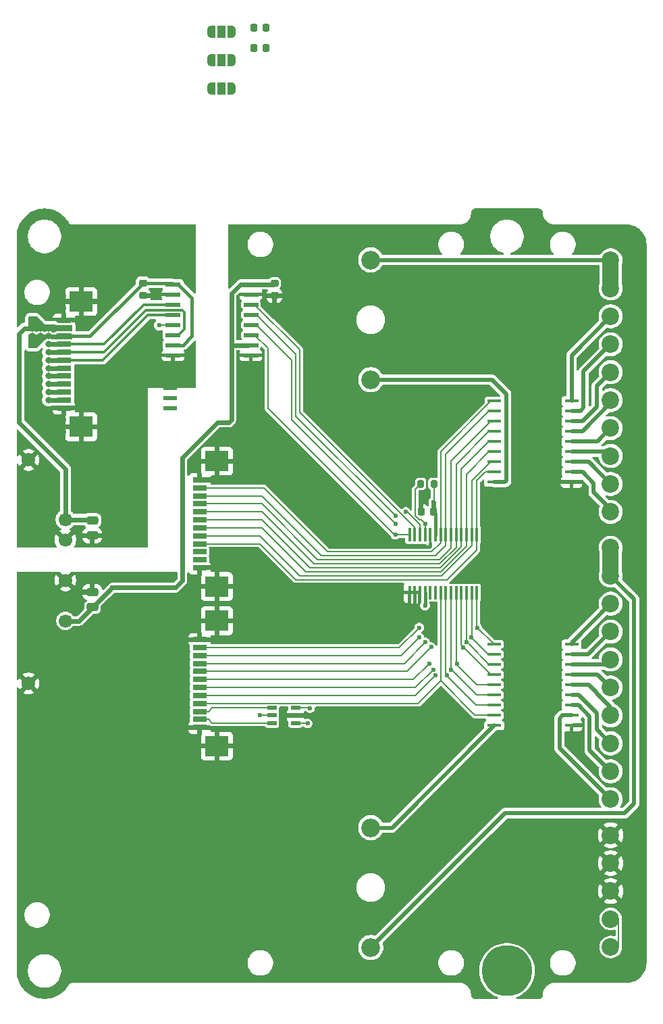
<source format=gbr>
%TF.GenerationSoftware,KiCad,Pcbnew,9.0.2*%
%TF.CreationDate,2025-06-13T14:26:49+03:00*%
%TF.ProjectId,PMCNV-DQ16src,504d434e-562d-4445-9131-367372632e6b,rev?*%
%TF.SameCoordinates,Original*%
%TF.FileFunction,Copper,L1,Top*%
%TF.FilePolarity,Positive*%
%FSLAX46Y46*%
G04 Gerber Fmt 4.6, Leading zero omitted, Abs format (unit mm)*
G04 Created by KiCad (PCBNEW 9.0.2) date 2025-06-13 14:26:49*
%MOMM*%
%LPD*%
G01*
G04 APERTURE LIST*
G04 Aperture macros list*
%AMRoundRect*
0 Rectangle with rounded corners*
0 $1 Rounding radius*
0 $2 $3 $4 $5 $6 $7 $8 $9 X,Y pos of 4 corners*
0 Add a 4 corners polygon primitive as box body*
4,1,4,$2,$3,$4,$5,$6,$7,$8,$9,$2,$3,0*
0 Add four circle primitives for the rounded corners*
1,1,$1+$1,$2,$3*
1,1,$1+$1,$4,$5*
1,1,$1+$1,$6,$7*
1,1,$1+$1,$8,$9*
0 Add four rect primitives between the rounded corners*
20,1,$1+$1,$2,$3,$4,$5,0*
20,1,$1+$1,$4,$5,$6,$7,0*
20,1,$1+$1,$6,$7,$8,$9,0*
20,1,$1+$1,$8,$9,$2,$3,0*%
%AMFreePoly0*
4,1,23,0.550000,-0.750000,0.000000,-0.750000,0.000000,-0.745722,-0.065263,-0.745722,-0.191342,-0.711940,-0.304381,-0.646677,-0.396677,-0.554381,-0.461940,-0.441342,-0.495722,-0.315263,-0.495722,-0.250000,-0.500000,-0.250000,-0.500000,0.250000,-0.495722,0.250000,-0.495722,0.315263,-0.461940,0.441342,-0.396677,0.554381,-0.304381,0.646677,-0.191342,0.711940,-0.065263,0.745722,0.000000,0.745722,
0.000000,0.750000,0.550000,0.750000,0.550000,-0.750000,0.550000,-0.750000,$1*%
%AMFreePoly1*
4,1,23,0.000000,0.745722,0.065263,0.745722,0.191342,0.711940,0.304381,0.646677,0.396677,0.554381,0.461940,0.441342,0.495722,0.315263,0.495722,0.250000,0.500000,0.250000,0.500000,-0.250000,0.495722,-0.250000,0.495722,-0.315263,0.461940,-0.441342,0.396677,-0.554381,0.304381,-0.646677,0.191342,-0.711940,0.065263,-0.745722,0.000000,-0.745722,0.000000,-0.750000,-0.550000,-0.750000,
-0.550000,0.750000,0.000000,0.750000,0.000000,0.745722,0.000000,0.745722,$1*%
G04 Aperture macros list end*
%TA.AperFunction,SMDPad,CuDef*%
%ADD10FreePoly0,0.000000*%
%TD*%
%TA.AperFunction,SMDPad,CuDef*%
%ADD11R,1.000000X1.500000*%
%TD*%
%TA.AperFunction,SMDPad,CuDef*%
%ADD12FreePoly1,0.000000*%
%TD*%
%TA.AperFunction,SMDPad,CuDef*%
%ADD13RoundRect,0.225000X-0.225000X-0.250000X0.225000X-0.250000X0.225000X0.250000X-0.225000X0.250000X0*%
%TD*%
%TA.AperFunction,SMDPad,CuDef*%
%ADD14R,1.701800X0.558800*%
%TD*%
%TA.AperFunction,ComponentPad*%
%ADD15C,2.200000*%
%TD*%
%TA.AperFunction,SMDPad,CuDef*%
%ADD16R,1.716000X0.450800*%
%TD*%
%TA.AperFunction,ComponentPad*%
%ADD17C,2.350000*%
%TD*%
%TA.AperFunction,SMDPad,CuDef*%
%ADD18R,1.803400X0.635000*%
%TD*%
%TA.AperFunction,SMDPad,CuDef*%
%ADD19R,2.997200X2.590800*%
%TD*%
%TA.AperFunction,SMDPad,CuDef*%
%ADD20RoundRect,0.225000X0.225000X0.250000X-0.225000X0.250000X-0.225000X-0.250000X0.225000X-0.250000X0*%
%TD*%
%TA.AperFunction,SMDPad,CuDef*%
%ADD21R,1.181100X0.558800*%
%TD*%
%TA.AperFunction,SMDPad,CuDef*%
%ADD22RoundRect,0.225000X-0.250000X0.225000X-0.250000X-0.225000X0.250000X-0.225000X0.250000X0.225000X0*%
%TD*%
%TA.AperFunction,SMDPad,CuDef*%
%ADD23RoundRect,0.250000X-0.475000X0.250000X-0.475000X-0.250000X0.475000X-0.250000X0.475000X0.250000X0*%
%TD*%
%TA.AperFunction,SMDPad,CuDef*%
%ADD24RoundRect,0.250000X0.475000X-0.250000X0.475000X0.250000X-0.475000X0.250000X-0.475000X-0.250000X0*%
%TD*%
%TA.AperFunction,ComponentPad*%
%ADD25C,1.700000*%
%TD*%
%TA.AperFunction,SMDPad,CuDef*%
%ADD26R,0.431800X1.655601*%
%TD*%
%TA.AperFunction,SMDPad,CuDef*%
%ADD27R,1.854200X0.482600*%
%TD*%
%TA.AperFunction,SMDPad,CuDef*%
%ADD28RoundRect,0.200000X0.200000X0.275000X-0.200000X0.275000X-0.200000X-0.275000X0.200000X-0.275000X0*%
%TD*%
%TA.AperFunction,ComponentPad*%
%ADD29O,6.350000X6.350000*%
%TD*%
%TA.AperFunction,ComponentPad*%
%ADD30C,1.725000*%
%TD*%
%TA.AperFunction,ViaPad*%
%ADD31C,0.800000*%
%TD*%
%TA.AperFunction,ViaPad*%
%ADD32C,0.600000*%
%TD*%
%TA.AperFunction,Conductor*%
%ADD33C,0.600000*%
%TD*%
%TA.AperFunction,Conductor*%
%ADD34C,0.300000*%
%TD*%
%TA.AperFunction,Conductor*%
%ADD35C,0.200000*%
%TD*%
%TA.AperFunction,Conductor*%
%ADD36C,0.400000*%
%TD*%
%TA.AperFunction,Conductor*%
%ADD37C,0.500000*%
%TD*%
%TA.AperFunction,Conductor*%
%ADD38C,2.000000*%
%TD*%
G04 APERTURE END LIST*
D10*
%TO.P,JP7,1,A*%
%TO.N,GND_MCU*%
X-15100000Y64500000D03*
D11*
%TO.P,JP7,2,C*%
%TO.N,/A2*%
X-13800000Y64500000D03*
D12*
%TO.P,JP7,3,B*%
%TO.N,+3.3V_MCU*%
X-12500000Y64500000D03*
%TD*%
D10*
%TO.P,JP6,1,A*%
%TO.N,GND_MCU*%
X-15100000Y68050000D03*
D11*
%TO.P,JP6,2,C*%
%TO.N,/A1*%
X-13800000Y68050000D03*
D12*
%TO.P,JP6,3,B*%
%TO.N,+3.3V_MCU*%
X-12500000Y68050000D03*
%TD*%
D10*
%TO.P,JP5,1,A*%
%TO.N,GND_MCU*%
X-15100000Y71600000D03*
D11*
%TO.P,JP5,2,C*%
%TO.N,/A0*%
X-13800000Y71600000D03*
D12*
%TO.P,JP5,3,B*%
%TO.N,+3.3V_MCU*%
X-12500000Y71600000D03*
%TD*%
D13*
%TO.P,C6,1*%
%TO.N,+3.3V_MCU*%
X-9745000Y69610000D03*
%TO.P,C6,2*%
%TO.N,GND_MCU*%
X-8195000Y69610000D03*
%TD*%
%TO.P,C5,1*%
%TO.N,+5V_CNV*%
X-9745000Y72120000D03*
%TO.P,C5,2*%
%TO.N,GND_CNV*%
X-8195000Y72120000D03*
%TD*%
D14*
%TO.P,U11,1,VDDa*%
%TO.N,+3.3V_MCU*%
X-20269600Y28310000D03*
%TO.P,U11,2,SDAa*%
%TO.N,unconnected-(U11-SDAa-Pad2)*%
X-20269600Y27040000D03*
%TO.P,U11,3,SCLa*%
%TO.N,unconnected-(U11-SCLa-Pad3)*%
X-20269600Y25770000D03*
%TO.P,U11,4,GNDa*%
%TO.N,GND_MCU*%
X-20269600Y24500000D03*
%TO.P,U11,5,GNDb*%
%TO.N,GND_CNV*%
X-9500000Y24500000D03*
%TO.P,U11,6,SCLb*%
%TO.N,unconnected-(U11-SCLb-Pad6)*%
X-9500000Y25770000D03*
%TO.P,U11,7,SDAb*%
%TO.N,unconnected-(U11-SDAb-Pad7)*%
X-9500000Y27040000D03*
%TO.P,U11,8,VDDb*%
%TO.N,+5V_CNV*%
X-9500000Y28310000D03*
%TD*%
D15*
%TO.P,J6,1,Pin_1*%
%TO.N,/PE*%
X35000000Y-43000000D03*
%TO.P,J6,2,Pin_2*%
X35000000Y-39500000D03*
%TO.P,J6,3,Pin_3*%
%TO.N,GND_CNV*%
X35000000Y-36000000D03*
%TO.P,J6,4,Pin_4*%
X35000000Y-32500000D03*
%TO.P,J6,5,Pin_5*%
X35000000Y-29000000D03*
%TD*%
D16*
%TO.P,U6,1,I1*%
%TO.N,/a.0_in*%
X20389202Y25400000D03*
%TO.P,U6,2,I2*%
%TO.N,/a.1_in*%
X20389202Y24130000D03*
%TO.P,U6,3,I3*%
%TO.N,/a.2_in*%
X20389202Y22860000D03*
%TO.P,U6,4,I4*%
%TO.N,/a.3_in*%
X20389202Y21590000D03*
%TO.P,U6,5,I5*%
%TO.N,/a.4_in*%
X20389202Y20320000D03*
%TO.P,U6,6,I6*%
%TO.N,/a.5_in*%
X20389202Y19050000D03*
%TO.P,U6,7,I7*%
%TO.N,/a.6_in*%
X20389202Y17780000D03*
%TO.P,U6,8,I8*%
%TO.N,/a.7_in*%
X20389202Y16510000D03*
%TO.P,U6,9,VCC*%
%TO.N,Net-(U6-VCC)*%
X20389202Y15240000D03*
%TO.P,U6,10,GND*%
%TO.N,GND_CNV*%
X30090798Y15240000D03*
%TO.P,U6,11,O8*%
%TO.N,/a.7_out*%
X30090798Y16510000D03*
%TO.P,U6,12,O7*%
%TO.N,/a.6_out*%
X30090798Y17780000D03*
%TO.P,U6,13,O6*%
%TO.N,/a.5_out*%
X30090798Y19050000D03*
%TO.P,U6,14,O5*%
%TO.N,/a.4_out*%
X30090798Y20320000D03*
%TO.P,U6,15,O4*%
%TO.N,/a.3_out*%
X30090798Y21590000D03*
%TO.P,U6,16,O3*%
%TO.N,/a.2_out*%
X30090798Y22860000D03*
%TO.P,U6,17,O2*%
%TO.N,/a.1_out*%
X30090798Y24130000D03*
%TO.P,U6,18,O1*%
%TO.N,/a.0_out*%
X30090798Y25400000D03*
%TD*%
D15*
%TO.P,J5,1,Pin_1*%
%TO.N,/b.7_out*%
X35000000Y-24500000D03*
%TO.P,J5,2,Pin_2*%
%TO.N,/b.6_out*%
X35000000Y-21000000D03*
%TO.P,J5,3,Pin_3*%
%TO.N,/b.5_out*%
X35000000Y-17500000D03*
%TO.P,J5,4,Pin_4*%
%TO.N,/b.4_out*%
X35000000Y-14000000D03*
%TO.P,J5,5,Pin_5*%
%TO.N,/b.3_out*%
X35000000Y-10500000D03*
%TO.P,J5,6,Pin_6*%
%TO.N,/b.2_out*%
X35000000Y-7000000D03*
%TO.P,J5,7,Pin_7*%
%TO.N,/b.1_out*%
X35000000Y-3500000D03*
%TO.P,J5,8,Pin_8*%
%TO.N,/b.0_out*%
X35000000Y0D03*
%TO.P,J5,9,Pin_9*%
%TO.N,+V_b*%
X35000000Y3500000D03*
%TO.P,J5,10,Pin_10*%
X35000000Y7000000D03*
%TD*%
%TO.P,J3,1,Pin_1*%
%TO.N,/a.7_out*%
X35000000Y11500000D03*
%TO.P,J3,2,Pin_2*%
%TO.N,/a.6_out*%
X35000000Y15000000D03*
%TO.P,J3,3,Pin_3*%
%TO.N,/a.5_out*%
X35000000Y18500000D03*
%TO.P,J3,4,Pin_4*%
%TO.N,/a.4_out*%
X35000000Y22000000D03*
%TO.P,J3,5,Pin_5*%
%TO.N,/a.3_out*%
X35000000Y25500000D03*
%TO.P,J3,6,Pin_6*%
%TO.N,/a.2_out*%
X35000000Y29000000D03*
%TO.P,J3,7,Pin_7*%
%TO.N,/a.1_out*%
X35000000Y32500000D03*
%TO.P,J3,8,Pin_8*%
%TO.N,/a.0_out*%
X35000000Y36000000D03*
%TO.P,J3,9,Pin_9*%
%TO.N,+V_a*%
X35000000Y39500000D03*
%TO.P,J3,10,Pin_10*%
X35000000Y43000000D03*
%TD*%
D17*
%TO.P,U8,1,1*%
%TO.N,Net-(U6-VCC)*%
X4920000Y28060000D03*
%TO.P,U8,2,2*%
%TO.N,+V_a*%
X4920000Y43060000D03*
%TD*%
D18*
%TO.P,J1,1,Pin_1*%
%TO.N,GND_MCU*%
X-33556000Y24500008D03*
%TO.P,J1,2,Pin_2*%
%TO.N,/INT*%
X-33556000Y25500006D03*
%TO.P,J1,3,Pin_3*%
%TO.N,/CS3*%
X-33556000Y26500004D03*
%TO.P,J1,4,Pin_4*%
%TO.N,/CS2*%
X-33556000Y27500002D03*
%TO.P,J1,5,Pin_5*%
%TO.N,/CS1*%
X-33556000Y28500000D03*
%TO.P,J1,6,Pin_6*%
%TO.N,/CS0*%
X-33556000Y29500000D03*
%TO.P,J1,7,Pin_7*%
%TO.N,/SCK*%
X-33556000Y30500000D03*
%TO.P,J1,8,Pin_8*%
%TO.N,/MISO*%
X-33556000Y31500000D03*
%TO.P,J1,9,Pin_9*%
%TO.N,/MOSI*%
X-33556000Y32499998D03*
%TO.P,J1,10,Pin_10*%
%TO.N,+3.3V_MCU*%
X-33556000Y33499996D03*
%TO.P,J1,11,Pin_11*%
%TO.N,+5V_MCU*%
X-33556000Y34499994D03*
%TO.P,J1,12,Pin_11*%
%TO.N,GND_MCU*%
X-33556000Y35499992D03*
D19*
%TO.P,J1,13,Pin_11*%
X-31385999Y22149997D03*
X-31385999Y37850003D03*
%TD*%
D20*
%TO.P,C7,1*%
%TO.N,+5V_CNV*%
X12775000Y11500000D03*
%TO.P,C7,2*%
%TO.N,GND_CNV*%
X11225000Y11500000D03*
%TD*%
D21*
%TO.P,U10,1,1A*%
%TO.N,/MISO_CNV*%
X-4533150Y-14950001D03*
%TO.P,U10,2,GND*%
%TO.N,GND_CNV*%
X-4533150Y-14000000D03*
%TO.P,U10,3,2A*%
%TO.N,/CS_CNV*%
X-4533150Y-13049999D03*
%TO.P,U10,4,2Y*%
%TO.N,/CS_LED*%
X-7466850Y-13049999D03*
%TO.P,U10,5,VCC*%
%TO.N,+5V_CNV*%
X-7466850Y-14000000D03*
%TO.P,U10,6,1Y*%
%TO.N,/MISO_LED*%
X-7466850Y-14950001D03*
%TD*%
D22*
%TO.P,C1,1*%
%TO.N,+3.3V_MCU*%
X-23655000Y40145000D03*
%TO.P,C1,2*%
%TO.N,GND_MCU*%
X-23655000Y38595000D03*
%TD*%
D23*
%TO.P,C3,1*%
%TO.N,+5V_MCU*%
X-30000000Y10450000D03*
%TO.P,C3,2*%
%TO.N,GND_MCU*%
X-30000000Y8550000D03*
%TD*%
D17*
%TO.P,U9,1,1*%
%TO.N,Net-(U7-VCC)*%
X4920000Y-28060000D03*
%TO.P,U9,2,2*%
%TO.N,+V_b*%
X4920000Y-43060000D03*
%TD*%
D18*
%TO.P,J4,1,Pin_1*%
%TO.N,GND_CNV*%
X-16556000Y-15499992D03*
%TO.P,J4,2,Pin_2*%
%TO.N,/MISO_LED*%
X-16556000Y-14499994D03*
%TO.P,J4,3,Pin_3*%
%TO.N,/CS_LED*%
X-16556000Y-13499996D03*
%TO.P,J4,4,Pin_4*%
%TO.N,/b.7_in*%
X-16556000Y-12499998D03*
%TO.P,J4,5,Pin_5*%
%TO.N,/b.6_in*%
X-16556000Y-11500000D03*
%TO.P,J4,6,Pin_6*%
%TO.N,/b.5_in*%
X-16556000Y-10500000D03*
%TO.P,J4,7,Pin_7*%
%TO.N,/b.4_in*%
X-16556000Y-9500000D03*
%TO.P,J4,8,Pin_8*%
%TO.N,/b.3_in*%
X-16556000Y-8500000D03*
%TO.P,J4,9,Pin_9*%
%TO.N,/b.2_in*%
X-16556000Y-7500002D03*
%TO.P,J4,10,Pin_10*%
%TO.N,/b.1_in*%
X-16556000Y-6500004D03*
%TO.P,J4,11,Pin_11*%
%TO.N,/b.0_in*%
X-16556000Y-5500006D03*
%TO.P,J4,12,Pin_11*%
%TO.N,GND_CNV*%
X-16556000Y-4500008D03*
D19*
%TO.P,J4,13,Pin_11*%
X-14385999Y-17850003D03*
X-14385999Y-2149997D03*
%TD*%
D24*
%TO.P,C4,1*%
%TO.N,+5V_CNV*%
X-30000000Y-450000D03*
%TO.P,C4,2*%
%TO.N,GND_CNV*%
X-30000000Y1450000D03*
%TD*%
D16*
%TO.P,U7,1,I1*%
%TO.N,/b.0_in*%
X20389202Y-5080000D03*
%TO.P,U7,2,I2*%
%TO.N,/b.1_in*%
X20389202Y-6350000D03*
%TO.P,U7,3,I3*%
%TO.N,/b.2_in*%
X20389202Y-7620000D03*
%TO.P,U7,4,I4*%
%TO.N,/b.3_in*%
X20389202Y-8890000D03*
%TO.P,U7,5,I5*%
%TO.N,/b.4_in*%
X20389202Y-10160000D03*
%TO.P,U7,6,I6*%
%TO.N,/b.5_in*%
X20389202Y-11430000D03*
%TO.P,U7,7,I7*%
%TO.N,/b.6_in*%
X20389202Y-12700000D03*
%TO.P,U7,8,I8*%
%TO.N,/b.7_in*%
X20389202Y-13970000D03*
%TO.P,U7,9,VCC*%
%TO.N,Net-(U7-VCC)*%
X20389202Y-15240000D03*
%TO.P,U7,10,GND*%
%TO.N,GND_CNV*%
X30090798Y-15240000D03*
%TO.P,U7,11,O8*%
%TO.N,/b.7_out*%
X30090798Y-13970000D03*
%TO.P,U7,12,O7*%
%TO.N,/b.6_out*%
X30090798Y-12700000D03*
%TO.P,U7,13,O6*%
%TO.N,/b.5_out*%
X30090798Y-11430000D03*
%TO.P,U7,14,O5*%
%TO.N,/b.4_out*%
X30090798Y-10160000D03*
%TO.P,U7,15,O4*%
%TO.N,/b.3_out*%
X30090798Y-8890000D03*
%TO.P,U7,16,O3*%
%TO.N,/b.2_out*%
X30090798Y-7620000D03*
%TO.P,U7,17,O2*%
%TO.N,/b.1_out*%
X30090798Y-6350000D03*
%TO.P,U7,18,O1*%
%TO.N,/b.0_out*%
X30090798Y-5080000D03*
%TD*%
D25*
%TO.P,PS1,6,+V*%
%TO.N,+5V_CNV*%
X-33375000Y-2160000D03*
%TO.P,PS1,4,0V*%
%TO.N,GND_CNV*%
X-33375000Y2920000D03*
%TO.P,PS1,2,GND*%
%TO.N,GND_MCU*%
X-33375000Y8000000D03*
%TO.P,PS1,1,Vin*%
%TO.N,+5V_MCU*%
X-33375000Y10540000D03*
%TD*%
D26*
%TO.P,U3,1,GPB0*%
%TO.N,/a.7_in*%
X18225000Y8627801D03*
%TO.P,U3,2,GPB1*%
%TO.N,/a.6_in*%
X17574999Y8627801D03*
%TO.P,U3,3,GPB2*%
%TO.N,/a.5_in*%
X16925000Y8627801D03*
%TO.P,U3,4,GPB3*%
%TO.N,/a.4_in*%
X16274999Y8627801D03*
%TO.P,U3,5,GPB4*%
%TO.N,/a.3_in*%
X15625001Y8627801D03*
%TO.P,U3,6,GPB5*%
%TO.N,/a.2_in*%
X14974999Y8627801D03*
%TO.P,U3,7,GPB6*%
%TO.N,/a.1_in*%
X14325001Y8627801D03*
%TO.P,U3,8,GPB7*%
%TO.N,/a.0_in*%
X13675002Y8627801D03*
%TO.P,U3,9,VDD*%
%TO.N,+5V_CNV*%
X13025001Y8627801D03*
%TO.P,U3,10,VSS*%
%TO.N,GND_CNV*%
X12375002Y8627801D03*
%TO.P,U3,11,~{CS}*%
%TO.N,/CS_CNV*%
X11725001Y8627801D03*
%TO.P,U3,12,SCK*%
%TO.N,/SCK_CNV*%
X11075002Y8627801D03*
%TO.P,U3,13,SI*%
%TO.N,/MOSI_CNV*%
X10425001Y8627801D03*
%TO.P,U3,14,SO*%
%TO.N,/MISO_CNV*%
X9775002Y8627801D03*
%TO.P,U3,15,A0*%
%TO.N,/A0*%
X9775000Y1372199D03*
%TO.P,U3,16,A1*%
%TO.N,/A1*%
X10425001Y1372199D03*
%TO.P,U3,17,A2*%
%TO.N,/A2*%
X11075000Y1372199D03*
%TO.P,U3,18,~{RESET}*%
%TO.N,+5V_CNV*%
X11725001Y1372199D03*
%TO.P,U3,19,INTB*%
%TO.N,unconnected-(U3-INTB-Pad19)*%
X12374999Y1372199D03*
%TO.P,U3,20,INTA*%
%TO.N,unconnected-(U3-INTA-Pad20)*%
X13025001Y1372199D03*
%TO.P,U3,21,GPA0*%
%TO.N,/b.7_in*%
X13674999Y1372199D03*
%TO.P,U3,22,GPA1*%
%TO.N,/b.6_in*%
X14325001Y1372199D03*
%TO.P,U3,23,GPA2*%
%TO.N,/b.5_in*%
X14974999Y1372199D03*
%TO.P,U3,24,GPA3*%
%TO.N,/b.4_in*%
X15625001Y1372199D03*
%TO.P,U3,25,GPA4*%
%TO.N,/b.3_in*%
X16274999Y1372199D03*
%TO.P,U3,26,GPA5*%
%TO.N,/b.2_in*%
X16925000Y1372199D03*
%TO.P,U3,27,GPA6*%
%TO.N,/b.1_in*%
X17574999Y1372199D03*
%TO.P,U3,28,GPA7*%
%TO.N,/b.0_in*%
X18225000Y1372199D03*
%TD*%
D27*
%TO.P,U4,1,VDD*%
%TO.N,+3.3V_MCU*%
X-19876800Y40005000D03*
%TO.P,U4,2,GNDA*%
%TO.N,GND_MCU*%
X-19876800Y38735000D03*
%TO.P,U4,3,VI1*%
%TO.N,/MOSI*%
X-19876800Y37465000D03*
%TO.P,U4,4,VI2*%
%TO.N,/SCK*%
X-19876800Y36195000D03*
%TO.P,U4,5,VI3*%
%TO.N,/CS*%
X-19876800Y34925000D03*
%TO.P,U4,6,VO4*%
%TO.N,/MISO*%
X-19876800Y33655000D03*
%TO.P,U4,7,ENA*%
%TO.N,+3.3V_MCU*%
X-19876800Y32385000D03*
%TO.P,U4,8,GNDA*%
%TO.N,GND_MCU*%
X-19876800Y31115000D03*
%TO.P,U4,9,GNDB*%
%TO.N,GND_CNV*%
X-10123200Y31115000D03*
%TO.P,U4,10,ENB*%
%TO.N,+5V_CNV*%
X-10123200Y32385000D03*
%TO.P,U4,11,VI4*%
%TO.N,/MISO_CNV*%
X-10123200Y33655000D03*
%TO.P,U4,12,VO3*%
%TO.N,/CS_CNV*%
X-10123200Y34925000D03*
%TO.P,U4,13,VO2*%
%TO.N,/SCK_CNV*%
X-10123200Y36195000D03*
%TO.P,U4,14,VO1*%
%TO.N,/MOSI_CNV*%
X-10123200Y37465000D03*
%TO.P,U4,15,GNDB*%
%TO.N,GND_CNV*%
X-10123200Y38735000D03*
%TO.P,U4,16,VISO*%
%TO.N,+5V_CNV*%
X-10123200Y40005000D03*
%TD*%
D18*
%TO.P,J2,1,Pin_1*%
%TO.N,GND_CNV*%
X-16556000Y4500008D03*
%TO.P,J2,2,Pin_2*%
%TO.N,unconnected-(J2-Pin_2-Pad2)*%
X-16556000Y5500006D03*
%TO.P,J2,3,Pin_3*%
%TO.N,unconnected-(J2-Pin_3-Pad3)*%
X-16556000Y6500004D03*
%TO.P,J2,4,Pin_4*%
%TO.N,/a.7_in*%
X-16556000Y7500002D03*
%TO.P,J2,5,Pin_5*%
%TO.N,/a.6_in*%
X-16556000Y8500000D03*
%TO.P,J2,6,Pin_6*%
%TO.N,/a.5_in*%
X-16556000Y9500000D03*
%TO.P,J2,7,Pin_7*%
%TO.N,/a.4_in*%
X-16556000Y10500000D03*
%TO.P,J2,8,Pin_8*%
%TO.N,/a.3_in*%
X-16556000Y11500000D03*
%TO.P,J2,9,Pin_9*%
%TO.N,/a.2_in*%
X-16556000Y12499998D03*
%TO.P,J2,10,Pin_10*%
%TO.N,/a.1_in*%
X-16556000Y13499996D03*
%TO.P,J2,11,Pin_11*%
%TO.N,/a.0_in*%
X-16556000Y14499994D03*
%TO.P,J2,12,Pin_11*%
%TO.N,GND_CNV*%
X-16556000Y15499992D03*
D19*
%TO.P,J2,13,Pin_11*%
X-14385999Y2149997D03*
X-14385999Y17850003D03*
%TD*%
D28*
%TO.P,R1,1*%
%TO.N,+5V_CNV*%
X12825000Y15000000D03*
%TO.P,R1,2*%
%TO.N,/CS_CNV*%
X11175000Y15000000D03*
%TD*%
D22*
%TO.P,C2,1*%
%TO.N,+5V_CNV*%
X-7145000Y40145000D03*
%TO.P,C2,2*%
%TO.N,GND_CNV*%
X-7145000Y38595000D03*
%TD*%
D29*
%TO.P,PE1,1*%
%TO.N,/PE*%
X22000000Y-46000000D03*
%TD*%
D30*
%TO.P,U2,1*%
%TO.N,GND_MCU*%
X-38000000Y18000000D03*
%TD*%
%TO.P,U5,1*%
%TO.N,GND_CNV*%
X-38000000Y-10000000D03*
%TD*%
D31*
%TO.N,/MOSI*%
X-35500000Y32500000D03*
D32*
%TO.N,/CS*%
X-21600000Y34900000D03*
D31*
%TO.N,/MISO*%
X-35500000Y31500000D03*
D32*
%TO.N,GND_MCU*%
X-31500000Y40000000D03*
X-33000000Y20000000D03*
X-30000000Y20000000D03*
X-31500000Y20000000D03*
X-22264264Y38664291D03*
X-33000000Y40000000D03*
X-33500000Y23000000D03*
X-33500000Y38500000D03*
X-30000000Y40000000D03*
X-33500000Y21500000D03*
X-33500000Y37000000D03*
D31*
%TO.N,/SCK*%
X-35500000Y30500000D03*
%TO.N,+3.3V_MCU*%
X-37500000Y32500000D03*
X-36500000Y33500000D03*
X-37500000Y33500000D03*
X-35500000Y33500000D03*
D32*
%TO.N,+5V_CNV*%
X12775000Y12750000D03*
X-27500000Y2000000D03*
X-26500000Y2000000D03*
X-25500000Y2000000D03*
X11725001Y-250000D03*
X-9000000Y-14000000D03*
X-24500000Y2000000D03*
D31*
%TO.N,/CS3*%
X-35500000Y26500000D03*
%TO.N,/CS0*%
X-35500000Y29500000D03*
%TO.N,/CS1*%
X-35500000Y28500000D03*
%TO.N,/CS2*%
X-35500000Y27500000D03*
%TO.N,+5V_MCU*%
X-37500000Y35500000D03*
X-37500000Y34500000D03*
X-35500000Y34500000D03*
X-36500000Y34500000D03*
%TO.N,GND_CNV*%
X-5000000Y37000000D03*
X-11500000Y21500000D03*
X-37000000Y2000000D03*
D32*
X29685000Y-16510000D03*
D31*
X-3000000Y39000000D03*
X-12500000Y20500000D03*
X-36000000Y1000000D03*
X-38000000Y3000000D03*
X-3000000Y37000000D03*
X-38000000Y1000000D03*
X-5000000Y39000000D03*
D32*
X30955000Y-16510000D03*
D31*
X-36000000Y3000000D03*
X-10500000Y20500000D03*
X-4000000Y38000000D03*
D32*
X30320000Y-17780000D03*
%TO.N,/b.0_in*%
X11000000Y-3000000D03*
X18250000Y-3000000D03*
%TO.N,/b.5_in*%
X12750000Y-8250000D03*
X15000000Y-8250000D03*
%TO.N,/b.6_in*%
X14500000Y-9000000D03*
X13002983Y-9008949D03*
%TO.N,/b.2_in*%
X16945687Y-4850000D03*
X11750000Y-4850000D03*
%TO.N,/b.1_in*%
X17525000Y-4250000D03*
X11000000Y-4250000D03*
%TO.N,/b.4_in*%
X15750000Y-7500000D03*
X12250000Y-7500000D03*
%TO.N,/b.3_in*%
X12500000Y-5450000D03*
X16503407Y-5516627D03*
D31*
%TO.N,/INT*%
X-35500000Y25500000D03*
D32*
%TO.N,/MISO_CNV*%
X-3000000Y-15000000D03*
X8000000Y8627801D03*
%TO.N,/SCK_CNV*%
X8000000Y11000000D03*
X9300000Y11500000D03*
%TO.N,/CS_CNV*%
X8000000Y10000000D03*
X11725001Y10000000D03*
X-2700001Y-13099998D03*
%TD*%
D33*
%TO.N,/MOSI*%
X-33556000Y32499998D02*
X-35499998Y32499998D01*
D34*
X-28500002Y32499998D02*
X-23535000Y37465000D01*
X-33556000Y32499998D02*
X-28500002Y32499998D01*
D33*
X-35499998Y32499998D02*
X-35500000Y32500000D01*
D34*
X-23535000Y37465000D02*
X-19876800Y37465000D01*
D35*
%TO.N,/CS*%
X-21600000Y34900000D02*
X-19901800Y34900000D01*
X-19901800Y34900000D02*
X-19876800Y34925000D01*
D33*
%TO.N,/MISO*%
X-33556000Y31500000D02*
X-35500000Y31500000D01*
D34*
X-28568905Y31500000D02*
X-23331605Y36737300D01*
D35*
X-19378400Y33655000D02*
X-19876800Y33655000D01*
D34*
X-33556000Y31500000D02*
X-28568905Y31500000D01*
X-18500000Y34346000D02*
X-19191000Y33655000D01*
X-18500000Y36500000D02*
X-18500000Y34346000D01*
X-18737300Y36737300D02*
X-18500000Y36500000D01*
X-19191000Y33655000D02*
X-19876800Y33655000D01*
X-23331605Y36737300D02*
X-18737300Y36737300D01*
%TO.N,/SCK*%
X-23020548Y36195000D02*
X-19876800Y36195000D01*
D33*
X-33556000Y30500000D02*
X-35500000Y30500000D01*
D34*
X-28715548Y30500000D02*
X-23020548Y36195000D01*
X-33556000Y30500000D02*
X-28715548Y30500000D01*
D36*
%TO.N,+3.3V_MCU*%
X-33556000Y33499996D02*
X-30300004Y33499996D01*
X-23655000Y40145000D02*
X-20016800Y40145000D01*
X-19191000Y40005000D02*
X-17500000Y38314000D01*
X-30300004Y33499996D02*
X-23655000Y40145000D01*
X-20016800Y40145000D02*
X-19876800Y40005000D01*
D35*
X-33759400Y33500000D02*
X-33759400Y33688400D01*
X-33157700Y33500000D02*
X-33759400Y33500000D01*
X-23515000Y40005000D02*
X-23655000Y40145000D01*
D36*
X-17500000Y38314000D02*
X-17500000Y33500000D01*
X-18615000Y32385000D02*
X-19876800Y32385000D01*
X-17500000Y33500000D02*
X-18615000Y32385000D01*
X-19876800Y40005000D02*
X-19191000Y40005000D01*
D35*
X-20276800Y40005000D02*
X-19605000Y40005000D01*
%TO.N,+5V_CNV*%
X12825000Y15000000D02*
X12825000Y12800000D01*
X-7466850Y-14000000D02*
X-9000000Y-14000000D01*
D33*
X-12560000Y23015736D02*
X-12560000Y32500000D01*
D36*
X13025001Y11249999D02*
X12775000Y11500000D01*
D33*
X-12560000Y38866600D02*
X-11421600Y40005000D01*
X-27500000Y2000000D02*
X-19575736Y2000000D01*
X-12560000Y32500000D02*
X-12560000Y38866600D01*
X-10523200Y32385000D02*
X-12445000Y32385000D01*
X-19575736Y2000000D02*
X-18700000Y2875736D01*
X12775000Y12750000D02*
X12775000Y11500000D01*
X-12875736Y22700000D02*
X-12560000Y23015736D01*
X-10123200Y40005000D02*
X-7285000Y40005000D01*
X-7285000Y40005000D02*
X-7145000Y40145000D01*
D35*
X12825000Y12800000D02*
X12775000Y12750000D01*
D33*
X-33375000Y-2160000D02*
X-31660000Y-2160000D01*
X-11421600Y40005000D02*
X-10123200Y40005000D01*
D36*
X11725001Y-250000D02*
X11725001Y1372199D01*
D33*
X-14300000Y22700000D02*
X-12875736Y22700000D01*
X-31660000Y-2160000D02*
X-27500000Y2000000D01*
X-18700000Y18300000D02*
X-14300000Y22700000D01*
X-12445000Y32385000D02*
X-12560000Y32500000D01*
X-18700000Y2875736D02*
X-18700000Y18300000D01*
D36*
X13025001Y8627801D02*
X13025001Y11249999D01*
D33*
%TO.N,/CS3*%
X-33556000Y26500004D02*
X-35499996Y26500004D01*
X-33556004Y26500000D02*
X-33556000Y26500004D01*
X-35499996Y26500004D02*
X-35500000Y26500000D01*
D35*
%TO.N,/CS0*%
X-33759400Y29416400D02*
X-33759400Y29500000D01*
D33*
X-33556000Y29500000D02*
X-35500000Y29500000D01*
%TO.N,/CS1*%
X-33556000Y28500000D02*
X-35500000Y28500000D01*
%TO.N,/CS2*%
X-33556000Y27500002D02*
X-35499998Y27500002D01*
X-33556002Y27500000D02*
X-33556000Y27500002D01*
X-35499998Y27500002D02*
X-35500000Y27500000D01*
%TO.N,+5V_MCU*%
X-37500000Y34500000D02*
X-38500000Y34500000D01*
X-33375000Y10540000D02*
X-30090000Y10540000D01*
X-38500000Y34500000D02*
X-39200000Y33800000D01*
X-33375000Y16875000D02*
X-33375000Y10540000D01*
X-30090000Y10540000D02*
X-30000000Y10450000D01*
X-39200000Y33800000D02*
X-39200000Y22700000D01*
X-39200000Y22700000D02*
X-33375000Y16875000D01*
D35*
%TO.N,/a.0_in*%
X13675002Y8627801D02*
X13675002Y19099200D01*
X-8499994Y14499994D02*
X-16556000Y14499994D01*
X13675002Y7634100D02*
X12540902Y6500000D01*
X-500000Y6500000D02*
X-8499994Y14499994D01*
X12540902Y6500000D02*
X-500000Y6500000D01*
X13675002Y8627801D02*
X13675002Y7634100D01*
X19975802Y25400000D02*
X20389202Y25400000D01*
X13675002Y19099200D02*
X19975802Y25400000D01*
%TO.N,/b.0_in*%
X18225000Y-2945399D02*
X20359601Y-5080000D01*
X8499994Y-5500006D02*
X-16556000Y-5500006D01*
X20359601Y-5080000D02*
X20389202Y-5080000D01*
X11000000Y-3000000D02*
X8499994Y-5500006D01*
X18225000Y1372199D02*
X18225000Y-2945399D01*
%TO.N,/b.7_in*%
X17970000Y-13970000D02*
X20389202Y-13970000D01*
X-16556000Y-12499998D02*
X10850000Y-12499998D01*
X13674999Y-9674999D02*
X17970000Y-13970000D01*
X10850000Y-12499998D02*
X13674999Y-9674999D01*
X13674999Y1372199D02*
X13674999Y-9674999D01*
%TO.N,/b.5_in*%
X-16556000Y-10500000D02*
X10500000Y-10500000D01*
X10500000Y-10500000D02*
X12750000Y-8250000D01*
X14974999Y-8224999D02*
X15500000Y-8750000D01*
X15500000Y-8750000D02*
X18180000Y-11430000D01*
X18180000Y-11430000D02*
X20389202Y-11430000D01*
X14974999Y1372199D02*
X14974999Y-8224999D01*
%TO.N,/a.2_in*%
X-16556000Y12499998D02*
X-8749998Y12499998D01*
X14974999Y8627801D02*
X15000000Y8652802D01*
X19975802Y22860000D02*
X20389202Y22860000D01*
X13500000Y5500000D02*
X14974999Y6974999D01*
X15000000Y8652802D02*
X15000000Y17884198D01*
X15000000Y17884198D02*
X19975802Y22860000D01*
X14974999Y6974999D02*
X14974999Y8627801D01*
X-1750000Y5500000D02*
X13500000Y5500000D01*
X-8749998Y12499998D02*
X-1750000Y5500000D01*
%TO.N,/b.6_in*%
X-16556000Y-11500000D02*
X10511932Y-11500000D01*
X14325001Y1372199D02*
X14325001Y-8884885D01*
X15470058Y-10029942D02*
X18140116Y-12700000D01*
X10511932Y-11500000D02*
X13002983Y-9008949D01*
X14325001Y-8884885D02*
X15470058Y-10029942D01*
X18140116Y-12700000D02*
X20389202Y-12700000D01*
%TO.N,/a.3_in*%
X15625001Y8627801D02*
X15625001Y17458399D01*
X-16556000Y11500000D02*
X-8750000Y11500000D01*
X19756602Y21590000D02*
X20389202Y21590000D01*
X13565686Y5000000D02*
X15625001Y7059315D01*
X-2250000Y5000000D02*
X13565686Y5000000D01*
X15625001Y17458399D02*
X19756602Y21590000D01*
X15625001Y7059315D02*
X15625001Y8627801D01*
X-8750000Y11500000D02*
X-2250000Y5000000D01*
%TO.N,/a.5_in*%
X13697057Y4000000D02*
X16925000Y7227943D01*
X-16556000Y9500000D02*
X-8750000Y9500000D01*
X16925000Y16218398D02*
X19756602Y19050000D01*
X-8750000Y9500000D02*
X-3250000Y4000000D01*
X-3250000Y4000000D02*
X13697057Y4000000D01*
X19756602Y19050000D02*
X20389202Y19050000D01*
X16925000Y7227943D02*
X16925000Y8627801D01*
X16925000Y8627801D02*
X16925000Y16218398D01*
%TO.N,/a.7_in*%
X-4500000Y3000000D02*
X14500000Y3000000D01*
X14500000Y3000000D02*
X18225000Y6725000D01*
X19331202Y16510000D02*
X20389202Y16510000D01*
X-16556000Y7500002D02*
X-9000002Y7500002D01*
X18225000Y15403798D02*
X19331202Y16510000D01*
X18225000Y8627801D02*
X18225000Y15403798D01*
X18225000Y6725000D02*
X18225000Y8627801D01*
X-9000002Y7500002D02*
X-4500000Y3000000D01*
%TO.N,/b.2_in*%
X16925000Y1372199D02*
X16925000Y-4788398D01*
X17318301Y-5181699D02*
X19756602Y-7620000D01*
X19756602Y-7620000D02*
X20389202Y-7620000D01*
X16925000Y-4788398D02*
X17318301Y-5181699D01*
X-16556000Y-7500002D02*
X9099998Y-7500002D01*
X9099998Y-7500002D02*
X11750000Y-4850000D01*
%TO.N,/b.1_in*%
X17574999Y1372199D02*
X17574999Y-4324999D01*
X17574999Y-4324999D02*
X19600000Y-6350000D01*
X19600000Y-6350000D02*
X20389202Y-6350000D01*
X11000000Y-4250000D02*
X8749996Y-6500004D01*
X8749996Y-6500004D02*
X-16556000Y-6500004D01*
%TO.N,/b.4_in*%
X15625001Y-7625001D02*
X18160000Y-10160000D01*
X15625001Y1372199D02*
X15625001Y-7625001D01*
X10250000Y-9500000D02*
X12250000Y-7500000D01*
X-16556000Y-9500000D02*
X10250000Y-9500000D01*
X18160000Y-10160000D02*
X20389202Y-10160000D01*
%TO.N,/a.4_in*%
X13631371Y4500000D02*
X16274999Y7143628D01*
X16274999Y7143628D02*
X16274999Y8627801D01*
X19756602Y20320000D02*
X20389202Y20320000D01*
X-8750000Y10500000D02*
X-2750000Y4500000D01*
X16274999Y16838397D02*
X19756602Y20320000D01*
X-2750000Y4500000D02*
X13631371Y4500000D01*
X-16556000Y10500000D02*
X-8750000Y10500000D01*
X16274999Y8627801D02*
X16274999Y16838397D01*
%TO.N,/a.6_in*%
X13762743Y3500000D02*
X17574999Y7312256D01*
X-9000000Y8500000D02*
X-4000000Y3500000D01*
X17574999Y7312256D02*
X17574999Y8627801D01*
X-16556000Y8500000D02*
X-9000000Y8500000D01*
X17574999Y8627801D02*
X17574999Y15379197D01*
X17574999Y15379197D02*
X19975802Y17780000D01*
X19975802Y17780000D02*
X20389202Y17780000D01*
X-4000000Y3500000D02*
X13762743Y3500000D01*
%TO.N,/b.3_in*%
X9450000Y-8500000D02*
X12500000Y-5450000D01*
X19975802Y-8890000D02*
X20389202Y-8890000D01*
X-16556000Y-8500000D02*
X9450000Y-8500000D01*
X16274999Y1372199D02*
X16274999Y-5189197D01*
X16274999Y-5189197D02*
X19975802Y-8890000D01*
%TO.N,/a.1_in*%
X-8749996Y13499996D02*
X-1250000Y6000000D01*
X-1250000Y6000000D02*
X13000000Y6000000D01*
X19756602Y24130000D02*
X20389202Y24130000D01*
X13000000Y6000000D02*
X14325001Y7325001D01*
X14325001Y8627801D02*
X14325001Y18698399D01*
X14325001Y18698399D02*
X19756602Y24130000D01*
X-16556000Y13499996D02*
X-8749996Y13499996D01*
X14325001Y7325001D02*
X14325001Y8627801D01*
D37*
%TO.N,/a.1_out*%
X31598798Y24524600D02*
X31598798Y29098798D01*
X31204198Y24130000D02*
X31598798Y24524600D01*
X30090798Y24130000D02*
X31204198Y24130000D01*
X31598798Y29098798D02*
X35000000Y32500000D01*
%TO.N,/a.3_out*%
X30090798Y21590000D02*
X31451590Y21590000D01*
X35000000Y25138410D02*
X35000000Y25500000D01*
X31451590Y21590000D02*
X35000000Y25138410D01*
%TO.N,/a.0_out*%
X30090798Y31090798D02*
X35000000Y36000000D01*
X30090798Y25400000D02*
X30090798Y31090798D01*
%TO.N,/a.7_out*%
X32860000Y15098798D02*
X32860000Y13970000D01*
X32860000Y13970000D02*
X35000000Y11830000D01*
X35000000Y11830000D02*
X35000000Y11500000D01*
X31448798Y16510000D02*
X32860000Y15098798D01*
X30090798Y16510000D02*
X31448798Y16510000D01*
%TO.N,/a.6_out*%
X32220000Y17780000D02*
X35000000Y15000000D01*
X30090798Y17780000D02*
X32220000Y17780000D01*
%TO.N,/a.4_out*%
X33320000Y20320000D02*
X35000000Y22000000D01*
X30090798Y20320000D02*
X33320000Y20320000D01*
%TO.N,/a.2_out*%
X31448798Y22860000D02*
X33250000Y24661202D01*
X30090798Y22860000D02*
X31448798Y22860000D01*
X33250000Y27250000D02*
X35000000Y29000000D01*
X33250000Y24661202D02*
X33250000Y27250000D01*
%TO.N,/a.5_out*%
X34450000Y19050000D02*
X35000000Y18500000D01*
X30090798Y19050000D02*
X34450000Y19050000D01*
%TO.N,/b.3_out*%
X33390000Y-8890000D02*
X35000000Y-10500000D01*
X30090798Y-8890000D02*
X33390000Y-8890000D01*
%TO.N,/b.5_out*%
X30955000Y-11430000D02*
X33250000Y-13725000D01*
X30090798Y-11430000D02*
X30955000Y-11430000D01*
X33250000Y-15750000D02*
X35000000Y-17500000D01*
X33250000Y-13725000D02*
X33250000Y-15750000D01*
%TO.N,/b.4_out*%
X33250000Y-11224874D02*
X34275126Y-12250000D01*
X30090798Y-10160000D02*
X32225000Y-10160000D01*
X33250000Y-11185000D02*
X33250000Y-11224874D01*
X35000000Y-12935000D02*
X35000000Y-14000000D01*
X34315000Y-12250000D02*
X35000000Y-12935000D01*
X32225000Y-10160000D02*
X33250000Y-11185000D01*
X34275126Y-12250000D02*
X34315000Y-12250000D01*
%TO.N,/b.2_out*%
X30090798Y-7620000D02*
X34380000Y-7620000D01*
X34380000Y-7620000D02*
X35000000Y-7000000D01*
%TO.N,/b.0_out*%
X30090798Y-5080000D02*
X30090798Y-4909202D01*
X30090798Y-4909202D02*
X35000000Y0D01*
%TO.N,/b.1_out*%
X30090798Y-6350000D02*
X32150000Y-6350000D01*
X32150000Y-6350000D02*
X35000000Y-3500000D01*
%TO.N,/b.7_out*%
X28582798Y-14364600D02*
X28582798Y-18082798D01*
X28582798Y-18082798D02*
X35000000Y-24500000D01*
X30090798Y-13970000D02*
X28977398Y-13970000D01*
X28977398Y-13970000D02*
X28582798Y-14364600D01*
%TO.N,/b.6_out*%
X32350000Y-14097792D02*
X32350000Y-18350000D01*
X32350000Y-18350000D02*
X35000000Y-21000000D01*
X30952208Y-12700000D02*
X32350000Y-14097792D01*
X30090798Y-12700000D02*
X30952208Y-12700000D01*
D35*
%TO.N,/PE*%
X36000000Y-39500000D02*
X36000000Y-43000000D01*
D38*
%TO.N,+V_a*%
X35000000Y43000000D02*
X35000000Y39500000D01*
D37*
X4980000Y43000000D02*
X4920000Y43060000D01*
X4920000Y43060000D02*
X34940000Y43060000D01*
X34940000Y43060000D02*
X35000000Y43000000D01*
%TO.N,+V_b*%
X36724874Y-26250000D02*
X37940000Y-25034874D01*
D38*
X35000000Y7000000D02*
X35000000Y3500000D01*
D37*
X21730000Y-26250000D02*
X36724874Y-26250000D01*
X37940000Y560000D02*
X35000000Y3500000D01*
X4920000Y-43060000D02*
X21730000Y-26250000D01*
X37940000Y-25034874D02*
X37940000Y560000D01*
%TO.N,Net-(U6-VCC)*%
X21897202Y15390000D02*
X21747202Y15240000D01*
X4920000Y28060000D02*
X20112602Y28060000D01*
X20112602Y28060000D02*
X21897202Y26275400D01*
X21747202Y15240000D02*
X20389202Y15240000D01*
X21897202Y26275400D02*
X21897202Y15390000D01*
%TO.N,Net-(U7-VCC)*%
X7569202Y-28060000D02*
X20389202Y-15240000D01*
X4920000Y-28060000D02*
X7569202Y-28060000D01*
D33*
%TO.N,/INT*%
X-33556000Y25500006D02*
X-35499994Y25500006D01*
X-33556006Y25500000D02*
X-33556000Y25500006D01*
X-35499994Y25500006D02*
X-35500000Y25500000D01*
D35*
%TO.N,/MISO_LED*%
X-16556000Y-14499994D02*
X-15454300Y-14499994D01*
X-15454300Y-14499994D02*
X-15004293Y-14950001D01*
%TO.N,/CS_LED*%
X-15004303Y-13049999D02*
X-7466850Y-13049999D01*
X-16556000Y-13499996D02*
X-15454300Y-13499996D01*
X-15454300Y-13499996D02*
X-15004303Y-13049999D01*
%TO.N,/MOSI_CNV*%
X-4000000Y31840200D02*
X-4000000Y24000000D01*
X10425001Y9574999D02*
X10425001Y8627801D01*
X-10123200Y37465000D02*
X-9624800Y37465000D01*
X-4000000Y24000000D02*
X10425001Y9574999D01*
X-9624800Y37465000D02*
X-4000000Y31840200D01*
%TO.N,/MISO_CNV*%
X-9624800Y33655000D02*
X-8000000Y32030200D01*
X-8000000Y24500000D02*
X7872199Y8627801D01*
X-8000000Y32030200D02*
X-8000000Y24500000D01*
X-3000000Y-15000000D02*
X-3049999Y-14950001D01*
X8000000Y8627801D02*
X9775002Y8627801D01*
X7872199Y8627801D02*
X8000000Y8627801D01*
X-10123200Y33655000D02*
X-9624800Y33655000D01*
%TO.N,/SCK_CNV*%
X-4500000Y23500000D02*
X-4500000Y31257600D01*
X9500000Y11500000D02*
X11075002Y9924998D01*
X-4500000Y31257600D02*
X-9437400Y36195000D01*
X11075002Y9924998D02*
X11075002Y8627801D01*
X-9437400Y36195000D02*
X-10123200Y36195000D01*
X8000000Y11000000D02*
X-4500000Y23500000D01*
X9300000Y11500000D02*
X9500000Y11500000D01*
%TO.N,/CS_CNV*%
X10474000Y14299000D02*
X11175000Y15000000D01*
X11225001Y10500000D02*
X11000000Y10500000D01*
X-5000000Y23000000D02*
X-5000000Y30487600D01*
X-5000000Y30487600D02*
X-9437400Y34925000D01*
X11725001Y10000000D02*
X11725001Y8627801D01*
X8000000Y10000000D02*
X-5000000Y23000000D01*
X-9437400Y34925000D02*
X-10123200Y34925000D01*
X-2700001Y-13099998D02*
X-2750000Y-13049999D01*
X10474000Y11026000D02*
X10474000Y14299000D01*
X-2750000Y-13049999D02*
X-4533150Y-13049999D01*
X11000000Y10500000D02*
X10474000Y11026000D01*
X11725001Y10000000D02*
X11225001Y10500000D01*
%TO.N,/MISO_CNV*%
X-3049999Y-14950001D02*
X-4533150Y-14950001D01*
%TO.N,/MISO_LED*%
X-15004293Y-14950001D02*
X-7466850Y-14950001D01*
%TD*%
%TA.AperFunction,Conductor*%
%TO.N,+3.3V_MCU*%
G36*
X-37727129Y33825276D02*
G01*
X-37710846Y33824888D01*
X-37710304Y33827608D01*
X-37568998Y33799501D01*
X-37568995Y33799500D01*
X-37568993Y33799500D01*
X-37431005Y33799500D01*
X-37363380Y33812952D01*
X-37332076Y33819179D01*
X-37262485Y33812952D01*
X-37239088Y33800710D01*
X-37239082Y33800717D01*
X-37239002Y33800665D01*
X-37238968Y33800647D01*
X-37238618Y33800413D01*
X-37235610Y33798442D01*
X-37234041Y33797414D01*
X-37230318Y33795022D01*
X-37145994Y33757421D01*
X-37145993Y33757421D01*
X-37145991Y33757420D01*
X-37078611Y33738935D01*
X-37017982Y33728717D01*
X-37017982Y33728718D01*
X-37017981Y33728717D01*
X-36943879Y33737551D01*
X-36906500Y33742007D01*
X-36839822Y33762885D01*
X-36761381Y33800414D01*
X-36761020Y33800656D01*
X-36760884Y33800698D01*
X-36757535Y33802605D01*
X-36757121Y33801877D01*
X-36694350Y33821542D01*
X-36667926Y33819179D01*
X-36568996Y33799500D01*
X-36568993Y33799500D01*
X-36431005Y33799500D01*
X-36363380Y33812952D01*
X-36332076Y33819179D01*
X-36262485Y33812952D01*
X-36239088Y33800710D01*
X-36239082Y33800717D01*
X-36239002Y33800665D01*
X-36238968Y33800647D01*
X-36238618Y33800413D01*
X-36235610Y33798442D01*
X-36234041Y33797414D01*
X-36230318Y33795022D01*
X-36145994Y33757421D01*
X-36145993Y33757421D01*
X-36145991Y33757420D01*
X-36078611Y33738935D01*
X-36017982Y33728717D01*
X-36017982Y33728718D01*
X-36017981Y33728717D01*
X-35943879Y33737551D01*
X-35906500Y33742007D01*
X-35839822Y33762885D01*
X-35761381Y33800414D01*
X-35761020Y33800656D01*
X-35760884Y33800698D01*
X-35757535Y33802605D01*
X-35757121Y33801877D01*
X-35694350Y33821542D01*
X-35667926Y33819179D01*
X-35568996Y33799500D01*
X-35568993Y33799500D01*
X-35431005Y33799500D01*
X-35431004Y33799501D01*
X-35406170Y33804441D01*
X-35333600Y33818875D01*
X-35264009Y33812648D01*
X-35231604Y33793811D01*
X-35216669Y33781776D01*
X-35211171Y33777449D01*
X-35211168Y33777447D01*
X-35111092Y33726561D01*
X-35044053Y33706876D01*
X-34957981Y33694500D01*
X-34957978Y33694500D01*
X-34751532Y33694500D01*
X-34751529Y33694500D01*
X-34718870Y33696251D01*
X-34692512Y33699085D01*
X-34685448Y33699928D01*
X-34685442Y33699931D01*
X-34679492Y33701241D01*
X-34679450Y33701049D01*
X-34672997Y33702655D01*
X-34655415Y33705711D01*
X-34605806Y33725897D01*
X-34578708Y33734732D01*
X-34576332Y33736030D01*
X-34577163Y33737551D01*
X-34551423Y33748024D01*
X-34538511Y33756323D01*
X-34530927Y33760824D01*
X-34517444Y33768185D01*
X-34491291Y33787764D01*
X-34425828Y33812180D01*
X-34416981Y33812496D01*
X-32624000Y33812496D01*
X-32556961Y33792811D01*
X-32511206Y33740007D01*
X-32500000Y33688496D01*
X-32500000Y33241998D01*
X-32519685Y33174959D01*
X-32572489Y33129204D01*
X-32624000Y33117998D01*
X-34502557Y33117998D01*
X-34502583Y33117996D01*
X-34527688Y33115085D01*
X-34533852Y33112363D01*
X-34536799Y33111062D01*
X-34586881Y33100498D01*
X-35100227Y33100498D01*
X-35162370Y33118746D01*
X-35162819Y33117905D01*
X-35166855Y33120063D01*
X-35167266Y33120183D01*
X-35168088Y33120722D01*
X-35168191Y33120777D01*
X-35295668Y33173579D01*
X-35295678Y33173582D01*
X-35431005Y33200500D01*
X-35431007Y33200500D01*
X-35568993Y33200500D01*
X-35568995Y33200500D01*
X-35704323Y33173582D01*
X-35704333Y33173579D01*
X-35831805Y33120779D01*
X-35831818Y33120772D01*
X-35946542Y33044115D01*
X-35946546Y33044112D01*
X-35966609Y33024048D01*
X-35994768Y33005233D01*
X-36963681Y32036319D01*
X-37025004Y32002834D01*
X-37051362Y32000000D01*
X-37876000Y32000000D01*
X-37943039Y32019685D01*
X-37988794Y32072489D01*
X-38000000Y32124000D01*
X-38000000Y33687363D01*
X-37980315Y33754402D01*
X-37927511Y33800157D01*
X-37892240Y33810295D01*
X-37879345Y33811999D01*
X-37865361Y33810910D01*
X-37795891Y33818379D01*
X-37758172Y33828007D01*
X-37750885Y33828969D01*
X-37727129Y33825276D01*
G37*
%TD.AperFunction*%
%TD*%
%TA.AperFunction,Conductor*%
%TO.N,GND_CNV*%
G36*
X26006922Y49498720D02*
G01*
X26097266Y49488541D01*
X26124331Y49482364D01*
X26203540Y49454648D01*
X26228553Y49442602D01*
X26299606Y49397957D01*
X26321313Y49380645D01*
X26380644Y49321314D01*
X26397957Y49299605D01*
X26442600Y49228556D01*
X26454648Y49203538D01*
X26482362Y49124334D01*
X26488540Y49097265D01*
X26498720Y49006924D01*
X26499500Y48993039D01*
X26499500Y48892683D01*
X26530044Y48680236D01*
X26530047Y48680226D01*
X26590517Y48474285D01*
X26679672Y48279062D01*
X26679679Y48279049D01*
X26717590Y48220059D01*
X26794425Y48100500D01*
X26795720Y48098486D01*
X26936275Y47936276D01*
X27060277Y47828828D01*
X27098487Y47795719D01*
X27169245Y47750246D01*
X27279048Y47679680D01*
X27279061Y47679673D01*
X27474284Y47590518D01*
X27474288Y47590517D01*
X27474290Y47590516D01*
X27680231Y47530046D01*
X27680232Y47530046D01*
X27680235Y47530045D01*
X27743584Y47520938D01*
X27892682Y47499500D01*
X27934108Y47499500D01*
X36934108Y47499500D01*
X36996249Y47499500D01*
X37003736Y47499274D01*
X37293796Y47481729D01*
X37308659Y47479924D01*
X37590798Y47428220D01*
X37605335Y47424637D01*
X37879172Y47339305D01*
X37893163Y47334000D01*
X38154743Y47216273D01*
X38167989Y47209320D01*
X38413465Y47060925D01*
X38425776Y47052427D01*
X38472520Y47015806D01*
X38651573Y46875527D01*
X38662781Y46865597D01*
X38865596Y46662782D01*
X38875526Y46651574D01*
X39007406Y46483241D01*
X39052422Y46425783D01*
X39060926Y46413463D01*
X39177398Y46220795D01*
X39209316Y46167996D01*
X39216275Y46154737D01*
X39333997Y45893169D01*
X39339306Y45879168D01*
X39424635Y45605337D01*
X39428219Y45590799D01*
X39479923Y45308660D01*
X39481728Y45293795D01*
X39499274Y45003737D01*
X39499500Y44996250D01*
X39499500Y-44996249D01*
X39499274Y-45003736D01*
X39481728Y-45293794D01*
X39479923Y-45308659D01*
X39428219Y-45590798D01*
X39424635Y-45605336D01*
X39339306Y-45879167D01*
X39333997Y-45893168D01*
X39216275Y-46154736D01*
X39209316Y-46167995D01*
X39060928Y-46413459D01*
X39052422Y-46425782D01*
X38875526Y-46651573D01*
X38865596Y-46662781D01*
X38662781Y-46865596D01*
X38651573Y-46875526D01*
X38425782Y-47052422D01*
X38413459Y-47060928D01*
X38167995Y-47209316D01*
X38154736Y-47216275D01*
X37893168Y-47333997D01*
X37879167Y-47339306D01*
X37605336Y-47424635D01*
X37590798Y-47428219D01*
X37308659Y-47479923D01*
X37293794Y-47481728D01*
X37003736Y-47499274D01*
X36996249Y-47499500D01*
X27892682Y-47499500D01*
X27680235Y-47530044D01*
X27680225Y-47530047D01*
X27474284Y-47590517D01*
X27279061Y-47679672D01*
X27279048Y-47679679D01*
X27098485Y-47795720D01*
X26936275Y-47936275D01*
X26795720Y-48098485D01*
X26679679Y-48279048D01*
X26679672Y-48279061D01*
X26590517Y-48474284D01*
X26530047Y-48680225D01*
X26530044Y-48680235D01*
X26499500Y-48892682D01*
X26499500Y-48993038D01*
X26498720Y-49006922D01*
X26498720Y-49006923D01*
X26488540Y-49097264D01*
X26482362Y-49124333D01*
X26454648Y-49203537D01*
X26442600Y-49228555D01*
X26397957Y-49299604D01*
X26380644Y-49321313D01*
X26321313Y-49380644D01*
X26299604Y-49397957D01*
X26228555Y-49442600D01*
X26203537Y-49454648D01*
X26124333Y-49482362D01*
X26097264Y-49488540D01*
X26017075Y-49497576D01*
X26006921Y-49498720D01*
X25993038Y-49499500D01*
X23256767Y-49499500D01*
X23189728Y-49479815D01*
X23143973Y-49427011D01*
X23134029Y-49357853D01*
X23163054Y-49294297D01*
X23209314Y-49260939D01*
X23487760Y-49145603D01*
X23788919Y-48984631D01*
X24072850Y-48794914D01*
X24336818Y-48578281D01*
X24578281Y-48336818D01*
X24794914Y-48072850D01*
X24984631Y-47788919D01*
X25145603Y-47487760D01*
X25276282Y-47172273D01*
X25375409Y-46845496D01*
X25442029Y-46510577D01*
X25475500Y-46170740D01*
X25475500Y-45829260D01*
X25442029Y-45489423D01*
X25375409Y-45154504D01*
X25290330Y-44874038D01*
X27399500Y-44874038D01*
X27399500Y-44921750D01*
X27399500Y-45125962D01*
X27405514Y-45163934D01*
X27438910Y-45374785D01*
X27516760Y-45614383D01*
X27582461Y-45743327D01*
X27626246Y-45829260D01*
X27631132Y-45838848D01*
X27779201Y-46042649D01*
X27779205Y-46042654D01*
X27957345Y-46220794D01*
X27957350Y-46220798D01*
X28135117Y-46349952D01*
X28161155Y-46368870D01*
X28304184Y-46441747D01*
X28385616Y-46483239D01*
X28385618Y-46483239D01*
X28385621Y-46483241D01*
X28625215Y-46561090D01*
X28874038Y-46600500D01*
X28874039Y-46600500D01*
X29125961Y-46600500D01*
X29125962Y-46600500D01*
X29374785Y-46561090D01*
X29614379Y-46483241D01*
X29838845Y-46368870D01*
X30042656Y-46220793D01*
X30220793Y-46042656D01*
X30368870Y-45838845D01*
X30483241Y-45614379D01*
X30561090Y-45374785D01*
X30600500Y-45125962D01*
X30600500Y-44874038D01*
X30561090Y-44625215D01*
X30483241Y-44385621D01*
X30483239Y-44385618D01*
X30483239Y-44385616D01*
X30414013Y-44249754D01*
X30368870Y-44161155D01*
X30314537Y-44086372D01*
X30220798Y-43957350D01*
X30220794Y-43957345D01*
X30042654Y-43779205D01*
X30042649Y-43779201D01*
X29838848Y-43631132D01*
X29838847Y-43631131D01*
X29838845Y-43631130D01*
X29768747Y-43595413D01*
X29614383Y-43516760D01*
X29374785Y-43438910D01*
X29125962Y-43399500D01*
X28874038Y-43399500D01*
X28749626Y-43419205D01*
X28625214Y-43438910D01*
X28385616Y-43516760D01*
X28161151Y-43631132D01*
X27957350Y-43779201D01*
X27957345Y-43779205D01*
X27779205Y-43957345D01*
X27779201Y-43957350D01*
X27631132Y-44161151D01*
X27516760Y-44385616D01*
X27438910Y-44625214D01*
X27437281Y-44635500D01*
X27399500Y-44874038D01*
X25290330Y-44874038D01*
X25276282Y-44827727D01*
X25145603Y-44512240D01*
X24984631Y-44211081D01*
X24794914Y-43927150D01*
X24578281Y-43663182D01*
X24578280Y-43663181D01*
X24578276Y-43663176D01*
X24336823Y-43421723D01*
X24072855Y-43205090D01*
X24072854Y-43205089D01*
X24072850Y-43205086D01*
X23788919Y-43015369D01*
X23788914Y-43015366D01*
X23788907Y-43015362D01*
X23579941Y-42903669D01*
X23487760Y-42854397D01*
X23487753Y-42854394D01*
X23172274Y-42723718D01*
X22845490Y-42624589D01*
X22510583Y-42557972D01*
X22510566Y-42557969D01*
X22253579Y-42532658D01*
X22170740Y-42524500D01*
X21829260Y-42524500D01*
X21752646Y-42532045D01*
X21489433Y-42557969D01*
X21489416Y-42557972D01*
X21154509Y-42624589D01*
X20827725Y-42723718D01*
X20512246Y-42854394D01*
X20512232Y-42854401D01*
X20211092Y-43015362D01*
X20211074Y-43015373D01*
X19927158Y-43205080D01*
X19927144Y-43205090D01*
X19663176Y-43421723D01*
X19421723Y-43663176D01*
X19205090Y-43927144D01*
X19205080Y-43927158D01*
X19015373Y-44211074D01*
X19015362Y-44211092D01*
X18854401Y-44512232D01*
X18854394Y-44512246D01*
X18723718Y-44827725D01*
X18624589Y-45154509D01*
X18557972Y-45489416D01*
X18557969Y-45489433D01*
X18532964Y-45743327D01*
X18524500Y-45829260D01*
X18524500Y-46170740D01*
X18527705Y-46203278D01*
X18557969Y-46510566D01*
X18557972Y-46510583D01*
X18624589Y-46845490D01*
X18723718Y-47172274D01*
X18740669Y-47213197D01*
X18854397Y-47487760D01*
X18860672Y-47499500D01*
X19015362Y-47788907D01*
X19015373Y-47788925D01*
X19205080Y-48072841D01*
X19205090Y-48072855D01*
X19421723Y-48336823D01*
X19663176Y-48578276D01*
X19663181Y-48578280D01*
X19663182Y-48578281D01*
X19927150Y-48794914D01*
X20211081Y-48984631D01*
X20211090Y-48984636D01*
X20211092Y-48984637D01*
X20252785Y-49006922D01*
X20512240Y-49145603D01*
X20683944Y-49216725D01*
X20790686Y-49260939D01*
X20845089Y-49304780D01*
X20867154Y-49371074D01*
X20849875Y-49438774D01*
X20798737Y-49486384D01*
X20743233Y-49499500D01*
X18006962Y-49499500D01*
X17993078Y-49498720D01*
X17980553Y-49497308D01*
X17902735Y-49488540D01*
X17875666Y-49482362D01*
X17796462Y-49454648D01*
X17771444Y-49442600D01*
X17700395Y-49397957D01*
X17678686Y-49380644D01*
X17619355Y-49321313D01*
X17602042Y-49299604D01*
X17598707Y-49294297D01*
X17557398Y-49228553D01*
X17545351Y-49203537D01*
X17543861Y-49199280D01*
X17517636Y-49124331D01*
X17511459Y-49097263D01*
X17501280Y-49006922D01*
X17500500Y-48993038D01*
X17500500Y-48892683D01*
X17500500Y-48892682D01*
X17469954Y-48680231D01*
X17409484Y-48474290D01*
X17409483Y-48474288D01*
X17409482Y-48474284D01*
X17320327Y-48279061D01*
X17320320Y-48279048D01*
X17249102Y-48168231D01*
X17204281Y-48098487D01*
X17124227Y-48006100D01*
X17063724Y-47936275D01*
X16901514Y-47795720D01*
X16901513Y-47795719D01*
X16820979Y-47743963D01*
X16720951Y-47679679D01*
X16720938Y-47679672D01*
X16525715Y-47590517D01*
X16319774Y-47530047D01*
X16319764Y-47530044D01*
X16128754Y-47502582D01*
X16107318Y-47499500D01*
X16065892Y-47499500D01*
X-32601792Y-47499500D01*
X-32729088Y-47533608D01*
X-32843214Y-47599500D01*
X-32936400Y-47692685D01*
X-32967736Y-47746958D01*
X-32971126Y-47752489D01*
X-33165305Y-48051501D01*
X-33172934Y-48062002D01*
X-33395280Y-48336575D01*
X-33403965Y-48346220D01*
X-33653780Y-48596036D01*
X-33663425Y-48604721D01*
X-33937998Y-48827066D01*
X-33948499Y-48834695D01*
X-34244797Y-49027113D01*
X-34256037Y-49033603D01*
X-34570837Y-49194001D01*
X-34582694Y-49199280D01*
X-34912528Y-49325891D01*
X-34924872Y-49329902D01*
X-35266142Y-49421346D01*
X-35278839Y-49424044D01*
X-35627783Y-49479310D01*
X-35640690Y-49480667D01*
X-35993510Y-49499158D01*
X-36006490Y-49499158D01*
X-36359311Y-49480667D01*
X-36372218Y-49479310D01*
X-36721162Y-49424044D01*
X-36733859Y-49421346D01*
X-37075130Y-49329902D01*
X-37087474Y-49325891D01*
X-37417308Y-49199280D01*
X-37429165Y-49194001D01*
X-37743971Y-49033599D01*
X-37755190Y-49027122D01*
X-38051508Y-48834691D01*
X-38062002Y-48827066D01*
X-38336576Y-48604721D01*
X-38346221Y-48596036D01*
X-38596037Y-48346220D01*
X-38604722Y-48336575D01*
X-38741044Y-48168231D01*
X-38827074Y-48061992D01*
X-38834689Y-48051511D01*
X-39027121Y-47755190D01*
X-39033597Y-47743976D01*
X-39194007Y-47429153D01*
X-39199276Y-47417317D01*
X-39325894Y-47087468D01*
X-39329903Y-47075129D01*
X-39334748Y-47057048D01*
X-39421349Y-46733852D01*
X-39424045Y-46721161D01*
X-39431098Y-46676632D01*
X-39454905Y-46526314D01*
X-39479311Y-46372217D01*
X-39480668Y-46359310D01*
X-39499330Y-46003222D01*
X-39499500Y-45996732D01*
X-39499500Y-45862332D01*
X-38100500Y-45862332D01*
X-38100500Y-46137667D01*
X-38100499Y-46137684D01*
X-38064562Y-46410655D01*
X-38064561Y-46410660D01*
X-38064560Y-46410666D01*
X-38041035Y-46498462D01*
X-37993296Y-46676630D01*
X-37887925Y-46931017D01*
X-37887920Y-46931028D01*
X-37817832Y-47052422D01*
X-37750249Y-47169479D01*
X-37750247Y-47169482D01*
X-37750246Y-47169483D01*
X-37582630Y-47387926D01*
X-37582624Y-47387933D01*
X-37387934Y-47582623D01*
X-37387928Y-47582628D01*
X-37169479Y-47750249D01*
X-37057294Y-47815019D01*
X-36931029Y-47887919D01*
X-36931024Y-47887921D01*
X-36931021Y-47887923D01*
X-36676632Y-47993295D01*
X-36410666Y-48064560D01*
X-36137674Y-48100500D01*
X-36137667Y-48100500D01*
X-35862333Y-48100500D01*
X-35862326Y-48100500D01*
X-35589334Y-48064560D01*
X-35323368Y-47993295D01*
X-35068979Y-47887923D01*
X-34830521Y-47750249D01*
X-34612072Y-47582628D01*
X-34417372Y-47387928D01*
X-34249751Y-47169479D01*
X-34112077Y-46931021D01*
X-34006705Y-46676632D01*
X-33935440Y-46410666D01*
X-33899500Y-46137674D01*
X-33899500Y-45862326D01*
X-33935440Y-45589334D01*
X-34006705Y-45323368D01*
X-34112077Y-45068979D01*
X-34224626Y-44874038D01*
X-10526771Y-44874038D01*
X-10526771Y-44921750D01*
X-10526771Y-45125962D01*
X-10520757Y-45163934D01*
X-10487361Y-45374785D01*
X-10409511Y-45614383D01*
X-10343810Y-45743327D01*
X-10300025Y-45829260D01*
X-10295139Y-45838848D01*
X-10147070Y-46042649D01*
X-10147066Y-46042654D01*
X-9968926Y-46220794D01*
X-9968921Y-46220798D01*
X-9791154Y-46349952D01*
X-9765116Y-46368870D01*
X-9622087Y-46441747D01*
X-9540655Y-46483239D01*
X-9540653Y-46483239D01*
X-9540650Y-46483241D01*
X-9301056Y-46561090D01*
X-9052233Y-46600500D01*
X-9052232Y-46600500D01*
X-8800310Y-46600500D01*
X-8800309Y-46600500D01*
X-8551486Y-46561090D01*
X-8311892Y-46483241D01*
X-8087426Y-46368870D01*
X-7883615Y-46220793D01*
X-7705478Y-46042656D01*
X-7557401Y-45838845D01*
X-7443030Y-45614379D01*
X-7365181Y-45374785D01*
X-7325771Y-45125962D01*
X-7325771Y-44874038D01*
X13399500Y-44874038D01*
X13399500Y-44921750D01*
X13399500Y-45125962D01*
X13405514Y-45163934D01*
X13438910Y-45374785D01*
X13516760Y-45614383D01*
X13582461Y-45743327D01*
X13626246Y-45829260D01*
X13631132Y-45838848D01*
X13779201Y-46042649D01*
X13779205Y-46042654D01*
X13957345Y-46220794D01*
X13957350Y-46220798D01*
X14135117Y-46349952D01*
X14161155Y-46368870D01*
X14304184Y-46441747D01*
X14385616Y-46483239D01*
X14385618Y-46483239D01*
X14385621Y-46483241D01*
X14625215Y-46561090D01*
X14874038Y-46600500D01*
X14874039Y-46600500D01*
X15125961Y-46600500D01*
X15125962Y-46600500D01*
X15374785Y-46561090D01*
X15614379Y-46483241D01*
X15838845Y-46368870D01*
X16042656Y-46220793D01*
X16220793Y-46042656D01*
X16368870Y-45838845D01*
X16483241Y-45614379D01*
X16561090Y-45374785D01*
X16600500Y-45125962D01*
X16600500Y-44874038D01*
X16561090Y-44625215D01*
X16483241Y-44385621D01*
X16483239Y-44385618D01*
X16483239Y-44385616D01*
X16414013Y-44249754D01*
X16368870Y-44161155D01*
X16314537Y-44086372D01*
X16220798Y-43957350D01*
X16220794Y-43957345D01*
X16042654Y-43779205D01*
X16042649Y-43779201D01*
X15838848Y-43631132D01*
X15838847Y-43631131D01*
X15838845Y-43631130D01*
X15768747Y-43595413D01*
X15614383Y-43516760D01*
X15374785Y-43438910D01*
X15125962Y-43399500D01*
X14874038Y-43399500D01*
X14749626Y-43419205D01*
X14625214Y-43438910D01*
X14385616Y-43516760D01*
X14161151Y-43631132D01*
X13957350Y-43779201D01*
X13957345Y-43779205D01*
X13779205Y-43957345D01*
X13779201Y-43957350D01*
X13631132Y-44161151D01*
X13516760Y-44385616D01*
X13438910Y-44625214D01*
X13437281Y-44635500D01*
X13399500Y-44874038D01*
X-7325771Y-44874038D01*
X-7365181Y-44625215D01*
X-7443030Y-44385621D01*
X-7443032Y-44385618D01*
X-7443032Y-44385616D01*
X-7512258Y-44249754D01*
X-7557401Y-44161155D01*
X-7611734Y-44086372D01*
X-7705473Y-43957350D01*
X-7705477Y-43957345D01*
X-7883617Y-43779205D01*
X-7883622Y-43779201D01*
X-8087423Y-43631132D01*
X-8087424Y-43631131D01*
X-8087426Y-43631130D01*
X-8157524Y-43595413D01*
X-8311888Y-43516760D01*
X-8551486Y-43438910D01*
X-8800309Y-43399500D01*
X-9052233Y-43399500D01*
X-9176645Y-43419205D01*
X-9301057Y-43438910D01*
X-9540655Y-43516760D01*
X-9765120Y-43631132D01*
X-9968921Y-43779201D01*
X-9968926Y-43779205D01*
X-10147066Y-43957345D01*
X-10147070Y-43957350D01*
X-10295139Y-44161151D01*
X-10409511Y-44385616D01*
X-10487361Y-44625214D01*
X-10488990Y-44635500D01*
X-10526771Y-44874038D01*
X-34224626Y-44874038D01*
X-34249751Y-44830521D01*
X-34417372Y-44612072D01*
X-34417377Y-44612066D01*
X-34612067Y-44417376D01*
X-34612074Y-44417370D01*
X-34830517Y-44249754D01*
X-34830518Y-44249753D01*
X-34830521Y-44249751D01*
X-34925593Y-44194861D01*
X-35068972Y-44112080D01*
X-35068983Y-44112075D01*
X-35323370Y-44006704D01*
X-35456351Y-43971072D01*
X-35589334Y-43935440D01*
X-35589340Y-43935439D01*
X-35589345Y-43935438D01*
X-35862316Y-43899501D01*
X-35862321Y-43899500D01*
X-35862326Y-43899500D01*
X-36137674Y-43899500D01*
X-36137680Y-43899500D01*
X-36137685Y-43899501D01*
X-36410656Y-43935438D01*
X-36410663Y-43935439D01*
X-36410666Y-43935440D01*
X-36466875Y-43950500D01*
X-36676631Y-44006704D01*
X-36931018Y-44112075D01*
X-36931029Y-44112080D01*
X-37169484Y-44249754D01*
X-37387927Y-44417370D01*
X-37387934Y-44417376D01*
X-37582624Y-44612066D01*
X-37582630Y-44612073D01*
X-37750246Y-44830516D01*
X-37887920Y-45068971D01*
X-37887925Y-45068982D01*
X-37993296Y-45323369D01*
X-38064559Y-45589331D01*
X-38064562Y-45589344D01*
X-38100499Y-45862315D01*
X-38100500Y-45862332D01*
X-39499500Y-45862332D01*
X-39499500Y-42935999D01*
X3344500Y-42935999D01*
X3344500Y-43184000D01*
X3382152Y-43421723D01*
X3383294Y-43428931D01*
X3459927Y-43664782D01*
X3572511Y-43885742D01*
X3718276Y-44086370D01*
X3893630Y-44261724D01*
X4094258Y-44407489D01*
X4315218Y-44520073D01*
X4551069Y-44596706D01*
X4642920Y-44611253D01*
X4796000Y-44635500D01*
X4796005Y-44635500D01*
X5044000Y-44635500D01*
X5191907Y-44612073D01*
X5288931Y-44596706D01*
X5524782Y-44520073D01*
X5745742Y-44407489D01*
X5946370Y-44261724D01*
X6121724Y-44086370D01*
X6267489Y-43885742D01*
X6380073Y-43664782D01*
X6456706Y-43428931D01*
X6473947Y-43320070D01*
X6495500Y-43184000D01*
X6495500Y-42935999D01*
X6461877Y-42723718D01*
X6456706Y-42691069D01*
X6419408Y-42576282D01*
X6417414Y-42506444D01*
X6449657Y-42450287D01*
X9510166Y-39389778D01*
X33599500Y-39389778D01*
X33599500Y-39610222D01*
X33600159Y-39614383D01*
X33633985Y-39827952D01*
X33702103Y-40037603D01*
X33702104Y-40037606D01*
X33770122Y-40171096D01*
X33795444Y-40220793D01*
X33802187Y-40234025D01*
X33931752Y-40412358D01*
X33931756Y-40412363D01*
X34087636Y-40568243D01*
X34087641Y-40568247D01*
X34243192Y-40681260D01*
X34265978Y-40697815D01*
X34394375Y-40763237D01*
X34462393Y-40797895D01*
X34462396Y-40797896D01*
X34556677Y-40828529D01*
X34672049Y-40866015D01*
X34889778Y-40900500D01*
X34889779Y-40900500D01*
X35110221Y-40900500D01*
X35110222Y-40900500D01*
X35327951Y-40866015D01*
X35437182Y-40830523D01*
X35507023Y-40828529D01*
X35566856Y-40864609D01*
X35597684Y-40927310D01*
X35599500Y-40948455D01*
X35599500Y-41551544D01*
X35579815Y-41618583D01*
X35527011Y-41664338D01*
X35457853Y-41674282D01*
X35437183Y-41669475D01*
X35327953Y-41633985D01*
X35327954Y-41633985D01*
X35164654Y-41608121D01*
X35110222Y-41599500D01*
X34889778Y-41599500D01*
X34817201Y-41610995D01*
X34672047Y-41633985D01*
X34462396Y-41702103D01*
X34462393Y-41702104D01*
X34265974Y-41802187D01*
X34087641Y-41931752D01*
X34087636Y-41931756D01*
X33931756Y-42087636D01*
X33931752Y-42087641D01*
X33802187Y-42265974D01*
X33702104Y-42462393D01*
X33702103Y-42462396D01*
X33633985Y-42672047D01*
X33599500Y-42889778D01*
X33599500Y-43110221D01*
X33633985Y-43327952D01*
X33702103Y-43537603D01*
X33702104Y-43537606D01*
X33802187Y-43734025D01*
X33931752Y-43912358D01*
X33931756Y-43912363D01*
X34087636Y-44068243D01*
X34087641Y-44068247D01*
X34243192Y-44181260D01*
X34265978Y-44197815D01*
X34367907Y-44249751D01*
X34462393Y-44297895D01*
X34462396Y-44297896D01*
X34567221Y-44331955D01*
X34672049Y-44366015D01*
X34889778Y-44400500D01*
X34889779Y-44400500D01*
X35110221Y-44400500D01*
X35110222Y-44400500D01*
X35327951Y-44366015D01*
X35537606Y-44297895D01*
X35734022Y-44197815D01*
X35912365Y-44068242D01*
X36068242Y-43912365D01*
X36197815Y-43734022D01*
X36297895Y-43537606D01*
X36366015Y-43327951D01*
X36400500Y-43110222D01*
X36400500Y-42889778D01*
X36400500Y-39447273D01*
X36400500Y-39389778D01*
X36366015Y-39172049D01*
X36297895Y-38962394D01*
X36297895Y-38962393D01*
X36252875Y-38874038D01*
X36197815Y-38765978D01*
X36181260Y-38743192D01*
X36068247Y-38587641D01*
X36068243Y-38587636D01*
X35912363Y-38431756D01*
X35912358Y-38431752D01*
X35734025Y-38302187D01*
X35734024Y-38302186D01*
X35734022Y-38302185D01*
X35671096Y-38270122D01*
X35537606Y-38202104D01*
X35537603Y-38202103D01*
X35327952Y-38133985D01*
X35219086Y-38116742D01*
X35110222Y-38099500D01*
X34889778Y-38099500D01*
X34817201Y-38110995D01*
X34672047Y-38133985D01*
X34462396Y-38202103D01*
X34462393Y-38202104D01*
X34265974Y-38302187D01*
X34087641Y-38431752D01*
X34087636Y-38431756D01*
X33931756Y-38587636D01*
X33931752Y-38587641D01*
X33802187Y-38765974D01*
X33702104Y-38962393D01*
X33702103Y-38962396D01*
X33633985Y-39172047D01*
X33633985Y-39172049D01*
X33599500Y-39389778D01*
X9510166Y-39389778D01*
X13025874Y-35874071D01*
X33400000Y-35874071D01*
X33400000Y-36125928D01*
X33439397Y-36374669D01*
X33517219Y-36614184D01*
X33631559Y-36838586D01*
X33675991Y-36899742D01*
X33675992Y-36899743D01*
X34339979Y-36235756D01*
X34379668Y-36331574D01*
X34456274Y-36446224D01*
X34553776Y-36543726D01*
X34668426Y-36620332D01*
X34764242Y-36660020D01*
X34100255Y-37324006D01*
X34100256Y-37324007D01*
X34161413Y-37368440D01*
X34385815Y-37482780D01*
X34625330Y-37560602D01*
X34874072Y-37600000D01*
X35125928Y-37600000D01*
X35374669Y-37560602D01*
X35614184Y-37482780D01*
X35838575Y-37368446D01*
X35838588Y-37368438D01*
X35899742Y-37324007D01*
X35899743Y-37324006D01*
X35235756Y-36660020D01*
X35331574Y-36620332D01*
X35446224Y-36543726D01*
X35543726Y-36446224D01*
X35620332Y-36331574D01*
X35660020Y-36235757D01*
X36324006Y-36899743D01*
X36324007Y-36899742D01*
X36368438Y-36838588D01*
X36368446Y-36838575D01*
X36482780Y-36614184D01*
X36560602Y-36374669D01*
X36600000Y-36125928D01*
X36600000Y-35874071D01*
X36560602Y-35625330D01*
X36482780Y-35385815D01*
X36368440Y-35161413D01*
X36324007Y-35100256D01*
X36324006Y-35100255D01*
X35660020Y-35764242D01*
X35620332Y-35668426D01*
X35543726Y-35553776D01*
X35446224Y-35456274D01*
X35331574Y-35379668D01*
X35235756Y-35339979D01*
X35899743Y-34675992D01*
X35899742Y-34675991D01*
X35838586Y-34631559D01*
X35614184Y-34517219D01*
X35374669Y-34439397D01*
X35125928Y-34400000D01*
X34874072Y-34400000D01*
X34625330Y-34439397D01*
X34385815Y-34517219D01*
X34161418Y-34631556D01*
X34161416Y-34631557D01*
X34100256Y-34675991D01*
X34100256Y-34675992D01*
X34764243Y-35339979D01*
X34668426Y-35379668D01*
X34553776Y-35456274D01*
X34456274Y-35553776D01*
X34379668Y-35668426D01*
X34339979Y-35764243D01*
X33675992Y-35100256D01*
X33675991Y-35100256D01*
X33631557Y-35161416D01*
X33631556Y-35161418D01*
X33517219Y-35385815D01*
X33439397Y-35625330D01*
X33400000Y-35874071D01*
X13025874Y-35874071D01*
X16525874Y-32374071D01*
X33400000Y-32374071D01*
X33400000Y-32625928D01*
X33439397Y-32874669D01*
X33517219Y-33114184D01*
X33631559Y-33338586D01*
X33675991Y-33399742D01*
X33675992Y-33399743D01*
X34339979Y-32735756D01*
X34379668Y-32831574D01*
X34456274Y-32946224D01*
X34553776Y-33043726D01*
X34668426Y-33120332D01*
X34764242Y-33160020D01*
X34100255Y-33824006D01*
X34100256Y-33824007D01*
X34161413Y-33868440D01*
X34385815Y-33982780D01*
X34625330Y-34060602D01*
X34874072Y-34100000D01*
X35125928Y-34100000D01*
X35374669Y-34060602D01*
X35614184Y-33982780D01*
X35838575Y-33868446D01*
X35838588Y-33868438D01*
X35899742Y-33824007D01*
X35899743Y-33824006D01*
X35235756Y-33160020D01*
X35331574Y-33120332D01*
X35446224Y-33043726D01*
X35543726Y-32946224D01*
X35620332Y-32831574D01*
X35660020Y-32735757D01*
X36324006Y-33399743D01*
X36324007Y-33399742D01*
X36368438Y-33338588D01*
X36368446Y-33338575D01*
X36482780Y-33114184D01*
X36560602Y-32874669D01*
X36600000Y-32625928D01*
X36600000Y-32374071D01*
X36560602Y-32125330D01*
X36482780Y-31885815D01*
X36368440Y-31661413D01*
X36324007Y-31600256D01*
X36324006Y-31600255D01*
X35660020Y-32264242D01*
X35620332Y-32168426D01*
X35543726Y-32053776D01*
X35446224Y-31956274D01*
X35331574Y-31879668D01*
X35235756Y-31839979D01*
X35899743Y-31175992D01*
X35899742Y-31175991D01*
X35838586Y-31131559D01*
X35614184Y-31017219D01*
X35374669Y-30939397D01*
X35125928Y-30900000D01*
X34874072Y-30900000D01*
X34625330Y-30939397D01*
X34385815Y-31017219D01*
X34161418Y-31131556D01*
X34161416Y-31131557D01*
X34100256Y-31175991D01*
X34100256Y-31175992D01*
X34764243Y-31839979D01*
X34668426Y-31879668D01*
X34553776Y-31956274D01*
X34456274Y-32053776D01*
X34379668Y-32168426D01*
X34339979Y-32264243D01*
X33675992Y-31600256D01*
X33675991Y-31600256D01*
X33631557Y-31661416D01*
X33631556Y-31661418D01*
X33517219Y-31885815D01*
X33439397Y-32125330D01*
X33400000Y-32374071D01*
X16525874Y-32374071D01*
X20025875Y-28874071D01*
X33400000Y-28874071D01*
X33400000Y-29125928D01*
X33439397Y-29374669D01*
X33517219Y-29614184D01*
X33631559Y-29838586D01*
X33675991Y-29899742D01*
X33675992Y-29899743D01*
X34339979Y-29235756D01*
X34379668Y-29331574D01*
X34456274Y-29446224D01*
X34553776Y-29543726D01*
X34668426Y-29620332D01*
X34764242Y-29660020D01*
X34100255Y-30324006D01*
X34100256Y-30324007D01*
X34161413Y-30368440D01*
X34385815Y-30482780D01*
X34625330Y-30560602D01*
X34874072Y-30600000D01*
X35125928Y-30600000D01*
X35374669Y-30560602D01*
X35614184Y-30482780D01*
X35838575Y-30368446D01*
X35838588Y-30368438D01*
X35899742Y-30324007D01*
X35899743Y-30324006D01*
X35235756Y-29660020D01*
X35331574Y-29620332D01*
X35446224Y-29543726D01*
X35543726Y-29446224D01*
X35620332Y-29331574D01*
X35660020Y-29235757D01*
X36324006Y-29899743D01*
X36324007Y-29899742D01*
X36368438Y-29838588D01*
X36368446Y-29838575D01*
X36482780Y-29614184D01*
X36560602Y-29374669D01*
X36600000Y-29125928D01*
X36600000Y-28874071D01*
X36560602Y-28625330D01*
X36482780Y-28385815D01*
X36368440Y-28161413D01*
X36324007Y-28100256D01*
X36324006Y-28100255D01*
X35660020Y-28764242D01*
X35620332Y-28668426D01*
X35543726Y-28553776D01*
X35446224Y-28456274D01*
X35331574Y-28379668D01*
X35235756Y-28339979D01*
X35899743Y-27675992D01*
X35899742Y-27675991D01*
X35838586Y-27631559D01*
X35614184Y-27517219D01*
X35374669Y-27439397D01*
X35125928Y-27400000D01*
X34874072Y-27400000D01*
X34625330Y-27439397D01*
X34385815Y-27517219D01*
X34161418Y-27631556D01*
X34161416Y-27631557D01*
X34100256Y-27675991D01*
X34100256Y-27675992D01*
X34764243Y-28339979D01*
X34668426Y-28379668D01*
X34553776Y-28456274D01*
X34456274Y-28553776D01*
X34379668Y-28668426D01*
X34339979Y-28764243D01*
X33675992Y-28100256D01*
X33675991Y-28100256D01*
X33631557Y-28161416D01*
X33631556Y-28161418D01*
X33517219Y-28385815D01*
X33439397Y-28625330D01*
X33400000Y-28874071D01*
X20025875Y-28874071D01*
X21963127Y-26936819D01*
X22024450Y-26903334D01*
X22050808Y-26900500D01*
X36788945Y-26900500D01*
X36873489Y-26883682D01*
X36914618Y-26875501D01*
X37033001Y-26826465D01*
X37139543Y-26755277D01*
X38445277Y-25449543D01*
X38516466Y-25343000D01*
X38565501Y-25224617D01*
X38567031Y-25216928D01*
X38590500Y-25098943D01*
X38590500Y624069D01*
X38590500Y624072D01*
X38565502Y749739D01*
X38565501Y749740D01*
X38565501Y749744D01*
X38516465Y868127D01*
X38445277Y974669D01*
X38445275Y974671D01*
X38445273Y974674D01*
X38445272Y974675D01*
X36470139Y2949807D01*
X36436654Y3011130D01*
X36439888Y3075803D01*
X36463553Y3148632D01*
X36477411Y3236128D01*
X36500500Y3381903D01*
X36500500Y3618098D01*
X36471279Y3802588D01*
X36463553Y3851368D01*
X36463552Y3851372D01*
X36463552Y3851373D01*
X36406569Y4026747D01*
X36400500Y4065065D01*
X36400500Y6434937D01*
X36406569Y6473255D01*
X36408464Y6479087D01*
X36463553Y6648632D01*
X36479973Y6752311D01*
X36500500Y6881903D01*
X36500500Y7118098D01*
X36463553Y7351369D01*
X36415422Y7499500D01*
X36390568Y7575992D01*
X36390566Y7575995D01*
X36390566Y7575997D01*
X36302161Y7749500D01*
X36283343Y7786433D01*
X36144517Y7977510D01*
X35977510Y8144517D01*
X35786433Y8283343D01*
X35575996Y8390567D01*
X35351368Y8463554D01*
X35118097Y8500500D01*
X35118092Y8500500D01*
X34881908Y8500500D01*
X34881903Y8500500D01*
X34648631Y8463554D01*
X34424003Y8390567D01*
X34213566Y8283343D01*
X34136432Y8227301D01*
X34022490Y8144517D01*
X34022488Y8144515D01*
X34022487Y8144515D01*
X33855485Y7977513D01*
X33855485Y7977512D01*
X33855483Y7977510D01*
X33806037Y7909454D01*
X33716657Y7786434D01*
X33609433Y7575997D01*
X33536446Y7351369D01*
X33499500Y7118098D01*
X33499500Y6881903D01*
X33536446Y6648636D01*
X33536447Y6648632D01*
X33561862Y6570413D01*
X33593431Y6473255D01*
X33599500Y6434937D01*
X33599500Y4065065D01*
X33593431Y4026747D01*
X33536447Y3851373D01*
X33536447Y3851370D01*
X33499500Y3618098D01*
X33499500Y3381903D01*
X33536446Y3148632D01*
X33609433Y2924004D01*
X33665609Y2813754D01*
X33716657Y2713567D01*
X33855483Y2522490D01*
X34022490Y2355483D01*
X34213567Y2216657D01*
X34247752Y2199239D01*
X34424003Y2109434D01*
X34424005Y2109434D01*
X34424008Y2109432D01*
X34503535Y2083592D01*
X34648631Y2036447D01*
X34881903Y1999500D01*
X34881908Y1999500D01*
X35118097Y1999500D01*
X35309785Y2029861D01*
X35351368Y2036447D01*
X35424197Y2060112D01*
X35494034Y2062107D01*
X35550193Y2029861D01*
X37253181Y326873D01*
X37286666Y265550D01*
X37289500Y239192D01*
X37289500Y-24714066D01*
X37269815Y-24781105D01*
X37253181Y-24801747D01*
X36491747Y-25563181D01*
X36464819Y-25577884D01*
X36439001Y-25594477D01*
X36432800Y-25595368D01*
X36430424Y-25596666D01*
X36404066Y-25599500D01*
X36299250Y-25599500D01*
X36232211Y-25579815D01*
X36186456Y-25527011D01*
X36176512Y-25457853D01*
X36198932Y-25402614D01*
X36242237Y-25343010D01*
X36283343Y-25286433D01*
X36390568Y-25075992D01*
X36463553Y-24851368D01*
X36471412Y-24801747D01*
X36500500Y-24618097D01*
X36500500Y-24381902D01*
X36463553Y-24148631D01*
X36418875Y-24011128D01*
X36390568Y-23924008D01*
X36390566Y-23924005D01*
X36390566Y-23924003D01*
X36283342Y-23713566D01*
X36144517Y-23522490D01*
X35977510Y-23355483D01*
X35786433Y-23216657D01*
X35575996Y-23109433D01*
X35351368Y-23036446D01*
X35118097Y-22999500D01*
X35118092Y-22999500D01*
X34881908Y-22999500D01*
X34881903Y-22999500D01*
X34648628Y-23036447D01*
X34575803Y-23060109D01*
X34505962Y-23062104D01*
X34449805Y-23029859D01*
X29269617Y-17849671D01*
X29236132Y-17788348D01*
X29233298Y-17761990D01*
X29233298Y-16089400D01*
X29252983Y-16022361D01*
X29305787Y-15976606D01*
X29357298Y-15965400D01*
X29865398Y-15965400D01*
X30316198Y-15965400D01*
X30996626Y-15965400D01*
X30996642Y-15965399D01*
X31056170Y-15958998D01*
X31056177Y-15958996D01*
X31190884Y-15908754D01*
X31190891Y-15908750D01*
X31305985Y-15822590D01*
X31305988Y-15822587D01*
X31392148Y-15707493D01*
X31392152Y-15707486D01*
X31442394Y-15572779D01*
X31442396Y-15572772D01*
X31448797Y-15513244D01*
X31448798Y-15513227D01*
X31448798Y-15465400D01*
X30316198Y-15465400D01*
X30316198Y-15965400D01*
X29865398Y-15965400D01*
X29865398Y-15364000D01*
X29885083Y-15296961D01*
X29937887Y-15251206D01*
X29989398Y-15240000D01*
X30090798Y-15240000D01*
X30090798Y-15138600D01*
X30110483Y-15071561D01*
X30163287Y-15025806D01*
X30214798Y-15014600D01*
X31448798Y-15014600D01*
X31448798Y-14966772D01*
X31448797Y-14966755D01*
X31442396Y-14907227D01*
X31442394Y-14907220D01*
X31392152Y-14772513D01*
X31392148Y-14772506D01*
X31305988Y-14657412D01*
X31275967Y-14634938D01*
X31234097Y-14579004D01*
X31229113Y-14509312D01*
X31262597Y-14447992D01*
X31276848Y-14433742D01*
X31334444Y-14320704D01*
X31339924Y-14286099D01*
X31369853Y-14222966D01*
X31429165Y-14186034D01*
X31499027Y-14187032D01*
X31550079Y-14217817D01*
X31663181Y-14330919D01*
X31696666Y-14392242D01*
X31699500Y-14418600D01*
X31699500Y-18414069D01*
X31699500Y-18414071D01*
X31699499Y-18414071D01*
X31720545Y-18519871D01*
X31720546Y-18519871D01*
X31720546Y-18519873D01*
X31724499Y-18539744D01*
X31724500Y-18539746D01*
X31773534Y-18658125D01*
X31844726Y-18764673D01*
X31844727Y-18764674D01*
X33529859Y-20449805D01*
X33563344Y-20511128D01*
X33560109Y-20575803D01*
X33536447Y-20648628D01*
X33499500Y-20881902D01*
X33499500Y-21118097D01*
X33536446Y-21351368D01*
X33609433Y-21575996D01*
X33716657Y-21786433D01*
X33855483Y-21977510D01*
X34022490Y-22144517D01*
X34213567Y-22283343D01*
X34312991Y-22334002D01*
X34424003Y-22390566D01*
X34424005Y-22390566D01*
X34424008Y-22390568D01*
X34544412Y-22429689D01*
X34648631Y-22463553D01*
X34881903Y-22500500D01*
X34881908Y-22500500D01*
X35118097Y-22500500D01*
X35351368Y-22463553D01*
X35575992Y-22390568D01*
X35786433Y-22283343D01*
X35977510Y-22144517D01*
X36144517Y-21977510D01*
X36283343Y-21786433D01*
X36390568Y-21575992D01*
X36463553Y-21351368D01*
X36500500Y-21118097D01*
X36500500Y-20881902D01*
X36463553Y-20648631D01*
X36418875Y-20511128D01*
X36390568Y-20424008D01*
X36390566Y-20424005D01*
X36390566Y-20424003D01*
X36283342Y-20213566D01*
X36144517Y-20022490D01*
X35977510Y-19855483D01*
X35786433Y-19716657D01*
X35575996Y-19609433D01*
X35351368Y-19536446D01*
X35118097Y-19499500D01*
X35118092Y-19499500D01*
X34881908Y-19499500D01*
X34881903Y-19499500D01*
X34648628Y-19536447D01*
X34575803Y-19560109D01*
X34505962Y-19562104D01*
X34449805Y-19529859D01*
X33036819Y-18116873D01*
X33003334Y-18055550D01*
X33000500Y-18029192D01*
X33000500Y-16719808D01*
X33020185Y-16652769D01*
X33072989Y-16607014D01*
X33142147Y-16597070D01*
X33205703Y-16626095D01*
X33212181Y-16632127D01*
X33529859Y-16949805D01*
X33563344Y-17011128D01*
X33560109Y-17075803D01*
X33536447Y-17148628D01*
X33499500Y-17381902D01*
X33499500Y-17618097D01*
X33536446Y-17851368D01*
X33609433Y-18075996D01*
X33647142Y-18150003D01*
X33716657Y-18286433D01*
X33855483Y-18477510D01*
X34022490Y-18644517D01*
X34213567Y-18783343D01*
X34312991Y-18834002D01*
X34424003Y-18890566D01*
X34424005Y-18890566D01*
X34424008Y-18890568D01*
X34544412Y-18929689D01*
X34648631Y-18963553D01*
X34881903Y-19000500D01*
X34881908Y-19000500D01*
X35118097Y-19000500D01*
X35351368Y-18963553D01*
X35575992Y-18890568D01*
X35786433Y-18783343D01*
X35977510Y-18644517D01*
X36144517Y-18477510D01*
X36283343Y-18286433D01*
X36390568Y-18075992D01*
X36463553Y-17851368D01*
X36469574Y-17813352D01*
X36500500Y-17618097D01*
X36500500Y-17381902D01*
X36463553Y-17148631D01*
X36418875Y-17011128D01*
X36390568Y-16924008D01*
X36390566Y-16924005D01*
X36390566Y-16924003D01*
X36334002Y-16812991D01*
X36283343Y-16713567D01*
X36144517Y-16522490D01*
X35977510Y-16355483D01*
X35786433Y-16216657D01*
X35575996Y-16109433D01*
X35351368Y-16036446D01*
X35118097Y-15999500D01*
X35118092Y-15999500D01*
X34881908Y-15999500D01*
X34881903Y-15999500D01*
X34648628Y-16036447D01*
X34575803Y-16060109D01*
X34505962Y-16062104D01*
X34449805Y-16029859D01*
X33936819Y-15516873D01*
X33922115Y-15489945D01*
X33905523Y-15464127D01*
X33904631Y-15457926D01*
X33903334Y-15455550D01*
X33900500Y-15429192D01*
X33900500Y-15299249D01*
X33920185Y-15232210D01*
X33972989Y-15186455D01*
X34042147Y-15176511D01*
X34097386Y-15198932D01*
X34213562Y-15283340D01*
X34213564Y-15283341D01*
X34213567Y-15283343D01*
X34245069Y-15299394D01*
X34424003Y-15390566D01*
X34424005Y-15390566D01*
X34424008Y-15390568D01*
X34542880Y-15429192D01*
X34648631Y-15463553D01*
X34881903Y-15500500D01*
X34881908Y-15500500D01*
X35118097Y-15500500D01*
X35351368Y-15463553D01*
X35368686Y-15457926D01*
X35575992Y-15390568D01*
X35786433Y-15283343D01*
X35977510Y-15144517D01*
X36144517Y-14977510D01*
X36283343Y-14786433D01*
X36390568Y-14575992D01*
X36463553Y-14351368D01*
X36467374Y-14327244D01*
X36500500Y-14118097D01*
X36500500Y-13881902D01*
X36463553Y-13648631D01*
X36417147Y-13505809D01*
X36390568Y-13424008D01*
X36390566Y-13424005D01*
X36390566Y-13424003D01*
X36301779Y-13249750D01*
X36283343Y-13213567D01*
X36144517Y-13022490D01*
X35977510Y-12855483D01*
X35786433Y-12716657D01*
X35587870Y-12615484D01*
X35541063Y-12573889D01*
X35505277Y-12520331D01*
X35505271Y-12520324D01*
X35175667Y-12190720D01*
X35142182Y-12129397D01*
X35147166Y-12059705D01*
X35189038Y-12003772D01*
X35243951Y-11980566D01*
X35264452Y-11977319D01*
X35351368Y-11963553D01*
X35575992Y-11890568D01*
X35786433Y-11783343D01*
X35977510Y-11644517D01*
X36144517Y-11477510D01*
X36283343Y-11286433D01*
X36390568Y-11075992D01*
X36463553Y-10851368D01*
X36500500Y-10618097D01*
X36500500Y-10381902D01*
X36463553Y-10148631D01*
X36418422Y-10009735D01*
X36390568Y-9924008D01*
X36390566Y-9924005D01*
X36390566Y-9924003D01*
X36303018Y-9752181D01*
X36283343Y-9713567D01*
X36144517Y-9522490D01*
X35977510Y-9355483D01*
X35786433Y-9216657D01*
X35575996Y-9109433D01*
X35351368Y-9036446D01*
X35118097Y-8999500D01*
X35118092Y-8999500D01*
X34881908Y-8999500D01*
X34881903Y-8999500D01*
X34648628Y-9036447D01*
X34575803Y-9060109D01*
X34505962Y-9062104D01*
X34449805Y-9029859D01*
X33902128Y-8482181D01*
X33891515Y-8462744D01*
X33877015Y-8446011D01*
X33875098Y-8432679D01*
X33868643Y-8420858D01*
X33870222Y-8398771D01*
X33867071Y-8376853D01*
X33872666Y-8364601D01*
X33873627Y-8351166D01*
X33886897Y-8333439D01*
X33896096Y-8313297D01*
X33907427Y-8306014D01*
X33915499Y-8295233D01*
X33936244Y-8287495D01*
X33954874Y-8275523D01*
X33976792Y-8272371D01*
X33980963Y-8270816D01*
X33989809Y-8270500D01*
X34158591Y-8270500D01*
X34214885Y-8284014D01*
X34221716Y-8287495D01*
X34424003Y-8390566D01*
X34424005Y-8390566D01*
X34424008Y-8390568D01*
X34517231Y-8420858D01*
X34648631Y-8463553D01*
X34881903Y-8500500D01*
X34881908Y-8500500D01*
X35118097Y-8500500D01*
X35351368Y-8463553D01*
X35353858Y-8462744D01*
X35575992Y-8390568D01*
X35786433Y-8283343D01*
X35977510Y-8144517D01*
X36144517Y-7977510D01*
X36283343Y-7786433D01*
X36390568Y-7575992D01*
X36463553Y-7351368D01*
X36484069Y-7221835D01*
X36500500Y-7118097D01*
X36500500Y-6881902D01*
X36463553Y-6648631D01*
X36390566Y-6424003D01*
X36283342Y-6213566D01*
X36239662Y-6153446D01*
X36144517Y-6022490D01*
X35977510Y-5855483D01*
X35786433Y-5716657D01*
X35765319Y-5705899D01*
X35575996Y-5609433D01*
X35351368Y-5536446D01*
X35118097Y-5499500D01*
X35118092Y-5499500D01*
X34881908Y-5499500D01*
X34881903Y-5499500D01*
X34648631Y-5536446D01*
X34424003Y-5609433D01*
X34213566Y-5716657D01*
X34136978Y-5772302D01*
X34022490Y-5855483D01*
X34022488Y-5855485D01*
X34022487Y-5855485D01*
X33855485Y-6022487D01*
X33855485Y-6022488D01*
X33855483Y-6022490D01*
X33799529Y-6099504D01*
X33716657Y-6213566D01*
X33609433Y-6424003D01*
X33536446Y-6648631D01*
X33502193Y-6864898D01*
X33472264Y-6928033D01*
X33412952Y-6964964D01*
X33379720Y-6969500D01*
X32749809Y-6969500D01*
X32682770Y-6949815D01*
X32637015Y-6897011D01*
X32627071Y-6827853D01*
X32656096Y-6764297D01*
X32662128Y-6757819D01*
X34140742Y-5279203D01*
X34449807Y-4970137D01*
X34511128Y-4936654D01*
X34575802Y-4939888D01*
X34648632Y-4963553D01*
X34765270Y-4982026D01*
X34881903Y-5000500D01*
X34881908Y-5000500D01*
X35118097Y-5000500D01*
X35351368Y-4963553D01*
X35368892Y-4957859D01*
X35575992Y-4890568D01*
X35786433Y-4783343D01*
X35977510Y-4644517D01*
X36144517Y-4477510D01*
X36283343Y-4286433D01*
X36390568Y-4075992D01*
X36463553Y-3851368D01*
X36476523Y-3769479D01*
X36500500Y-3618097D01*
X36500500Y-3381902D01*
X36463553Y-3148631D01*
X36390566Y-2924003D01*
X36333301Y-2811616D01*
X36283343Y-2713567D01*
X36144517Y-2522490D01*
X35977510Y-2355483D01*
X35786433Y-2216657D01*
X35575996Y-2109433D01*
X35351368Y-2036446D01*
X35118097Y-1999500D01*
X35118092Y-1999500D01*
X34881908Y-1999500D01*
X34881903Y-1999500D01*
X34648631Y-2036446D01*
X34424003Y-2109433D01*
X34213566Y-2216657D01*
X34104550Y-2295862D01*
X34022490Y-2355483D01*
X34022488Y-2355485D01*
X34022487Y-2355485D01*
X33855485Y-2522487D01*
X33855485Y-2522488D01*
X33855483Y-2522490D01*
X33850962Y-2528713D01*
X33716657Y-2713566D01*
X33609433Y-2924003D01*
X33536446Y-3148631D01*
X33499500Y-3381902D01*
X33499500Y-3618097D01*
X33536447Y-3851369D01*
X33536447Y-3851372D01*
X33560109Y-3924194D01*
X33562104Y-3994035D01*
X33529859Y-4050193D01*
X31916873Y-5663181D01*
X31855550Y-5696666D01*
X31829192Y-5699500D01*
X31399835Y-5699500D01*
X31332796Y-5679815D01*
X31287041Y-5627011D01*
X31277097Y-5557853D01*
X31289350Y-5519205D01*
X31334444Y-5430704D01*
X31334444Y-5430702D01*
X31334445Y-5430701D01*
X31349297Y-5336924D01*
X31349298Y-5336919D01*
X31349297Y-4823082D01*
X31334444Y-4729296D01*
X31326807Y-4714309D01*
X31313911Y-4645641D01*
X31340186Y-4580901D01*
X31349602Y-4570342D01*
X34449807Y-1470137D01*
X34511128Y-1436654D01*
X34575802Y-1439888D01*
X34648632Y-1463553D01*
X34765270Y-1482026D01*
X34881903Y-1500500D01*
X34881908Y-1500500D01*
X35118097Y-1500500D01*
X35351368Y-1463553D01*
X35575992Y-1390568D01*
X35786433Y-1283343D01*
X35977510Y-1144517D01*
X36144517Y-977510D01*
X36283343Y-786433D01*
X36390568Y-575992D01*
X36463553Y-351368D01*
X36473682Y-287416D01*
X36500500Y-118097D01*
X36500500Y118098D01*
X36463553Y351369D01*
X36390566Y575997D01*
X36303320Y747225D01*
X36283343Y786433D01*
X36144517Y977510D01*
X35977510Y1144517D01*
X35786433Y1283343D01*
X35754311Y1299710D01*
X35575996Y1390567D01*
X35351368Y1463554D01*
X35118097Y1500500D01*
X35118092Y1500500D01*
X34881908Y1500500D01*
X34881903Y1500500D01*
X34648631Y1463554D01*
X34424003Y1390567D01*
X34213566Y1283343D01*
X34104550Y1204138D01*
X34022490Y1144517D01*
X34022488Y1144515D01*
X34022487Y1144515D01*
X33855485Y977513D01*
X33855485Y977512D01*
X33855483Y977510D01*
X33853423Y974674D01*
X33716657Y786434D01*
X33609433Y575997D01*
X33536446Y351369D01*
X33499500Y118098D01*
X33499500Y-118097D01*
X33536447Y-351369D01*
X33536447Y-351372D01*
X33560109Y-424194D01*
X33562104Y-494035D01*
X33529859Y-550193D01*
X29662271Y-4417781D01*
X29600948Y-4451266D01*
X29574590Y-4454100D01*
X29201280Y-4454100D01*
X29120317Y-4466923D01*
X29107494Y-4468954D01*
X28994456Y-4526550D01*
X28994455Y-4526551D01*
X28994450Y-4526554D01*
X28904752Y-4616252D01*
X28904749Y-4616257D01*
X28904748Y-4616258D01*
X28900900Y-4623811D01*
X28847150Y-4729298D01*
X28832298Y-4823075D01*
X28832298Y-5336917D01*
X28838392Y-5375391D01*
X28847152Y-5430704D01*
X28904748Y-5543742D01*
X28904750Y-5543744D01*
X28904752Y-5543747D01*
X28988324Y-5627319D01*
X29021809Y-5688642D01*
X29016825Y-5758334D01*
X28988324Y-5802681D01*
X28904752Y-5886252D01*
X28904749Y-5886257D01*
X28904748Y-5886258D01*
X28885549Y-5923937D01*
X28847150Y-5999298D01*
X28832298Y-6093075D01*
X28832298Y-6606917D01*
X28834413Y-6620268D01*
X28847152Y-6700704D01*
X28904748Y-6813742D01*
X28904750Y-6813744D01*
X28904752Y-6813747D01*
X28988324Y-6897319D01*
X29021809Y-6958642D01*
X29016825Y-7028334D01*
X28988324Y-7072681D01*
X28904752Y-7156252D01*
X28904749Y-7156257D01*
X28847150Y-7269298D01*
X28832298Y-7363075D01*
X28832298Y-7876917D01*
X28838392Y-7915391D01*
X28847152Y-7970704D01*
X28904748Y-8083742D01*
X28904750Y-8083744D01*
X28904752Y-8083747D01*
X28988324Y-8167319D01*
X29021809Y-8228642D01*
X29016825Y-8298334D01*
X28988324Y-8342681D01*
X28904752Y-8426252D01*
X28904749Y-8426257D01*
X28904748Y-8426258D01*
X28886157Y-8462744D01*
X28847150Y-8539298D01*
X28832298Y-8633075D01*
X28832298Y-9146917D01*
X28834413Y-9160268D01*
X28847152Y-9240704D01*
X28904748Y-9353742D01*
X28904750Y-9353744D01*
X28904752Y-9353747D01*
X28988324Y-9437319D01*
X29021809Y-9498642D01*
X29016825Y-9568334D01*
X28988324Y-9612681D01*
X28904752Y-9696252D01*
X28904749Y-9696257D01*
X28904748Y-9696258D01*
X28895929Y-9713566D01*
X28847150Y-9809298D01*
X28832298Y-9903075D01*
X28832298Y-10416917D01*
X28834413Y-10430268D01*
X28847152Y-10510704D01*
X28904748Y-10623742D01*
X28904750Y-10623744D01*
X28904752Y-10623747D01*
X28988324Y-10707319D01*
X29021809Y-10768642D01*
X29016825Y-10838334D01*
X28988324Y-10882681D01*
X28904752Y-10966252D01*
X28904749Y-10966257D01*
X28847150Y-11079298D01*
X28832298Y-11173075D01*
X28832298Y-11686917D01*
X28834413Y-11700268D01*
X28847152Y-11780704D01*
X28904748Y-11893742D01*
X28904750Y-11893744D01*
X28904752Y-11893747D01*
X28988324Y-11977319D01*
X29021809Y-12038642D01*
X29016825Y-12108334D01*
X28988324Y-12152681D01*
X28904752Y-12236252D01*
X28904749Y-12236257D01*
X28847150Y-12349298D01*
X28832298Y-12443075D01*
X28832298Y-12956917D01*
X28838392Y-12995391D01*
X28847152Y-13050704D01*
X28903230Y-13160763D01*
X28916126Y-13229430D01*
X28889850Y-13294171D01*
X28841246Y-13331177D01*
X28829472Y-13336180D01*
X28787654Y-13344499D01*
X28669271Y-13393535D01*
X28634827Y-13416550D01*
X28625150Y-13423015D01*
X28625147Y-13423017D01*
X28562734Y-13464718D01*
X28562729Y-13464722D01*
X28077523Y-13949928D01*
X28077520Y-13949932D01*
X28050573Y-13990260D01*
X28050574Y-13990261D01*
X28006332Y-14056474D01*
X27957297Y-14174855D01*
X27957295Y-14174861D01*
X27932298Y-14300528D01*
X27932298Y-14300531D01*
X27932298Y-18146867D01*
X27932298Y-18146869D01*
X27932297Y-18146869D01*
X27957295Y-18272536D01*
X27957297Y-18272542D01*
X28006333Y-18390925D01*
X28064187Y-18477511D01*
X28077524Y-18497471D01*
X28077525Y-18497472D01*
X33529859Y-23949805D01*
X33563344Y-24011128D01*
X33560109Y-24075803D01*
X33536447Y-24148628D01*
X33499500Y-24381902D01*
X33499500Y-24618097D01*
X33536446Y-24851368D01*
X33609433Y-25075996D01*
X33716657Y-25286433D01*
X33757755Y-25343000D01*
X33801068Y-25402614D01*
X33824548Y-25468421D01*
X33808723Y-25536475D01*
X33758617Y-25585170D01*
X33700750Y-25599500D01*
X21665929Y-25599500D01*
X21540261Y-25624497D01*
X21540255Y-25624499D01*
X21421874Y-25673534D01*
X21315326Y-25744726D01*
X5529713Y-41530339D01*
X5468390Y-41563824D01*
X5403714Y-41560589D01*
X5288928Y-41523293D01*
X5044000Y-41484500D01*
X5043995Y-41484500D01*
X4796005Y-41484500D01*
X4796000Y-41484500D01*
X4551072Y-41523293D01*
X4315215Y-41599928D01*
X4094257Y-41712511D01*
X3979792Y-41795675D01*
X3893630Y-41858276D01*
X3893628Y-41858278D01*
X3893627Y-41858278D01*
X3718278Y-42033627D01*
X3718278Y-42033628D01*
X3718276Y-42033630D01*
X3679039Y-42087635D01*
X3572511Y-42234257D01*
X3459928Y-42455215D01*
X3383293Y-42691072D01*
X3344500Y-42935999D01*
X-39499500Y-42935999D01*
X-39499500Y-38874038D01*
X-38526771Y-38874038D01*
X-38526771Y-39125961D01*
X-38487361Y-39374785D01*
X-38409511Y-39614383D01*
X-38330858Y-39768747D01*
X-38300692Y-39827951D01*
X-38295139Y-39838848D01*
X-38147070Y-40042649D01*
X-38147066Y-40042654D01*
X-37968926Y-40220794D01*
X-37968921Y-40220798D01*
X-37950715Y-40234025D01*
X-37765116Y-40368870D01*
X-37622087Y-40441747D01*
X-37540655Y-40483239D01*
X-37540653Y-40483239D01*
X-37540650Y-40483241D01*
X-37301056Y-40561090D01*
X-37052233Y-40600500D01*
X-37052232Y-40600500D01*
X-36800310Y-40600500D01*
X-36800309Y-40600500D01*
X-36551486Y-40561090D01*
X-36311892Y-40483241D01*
X-36087426Y-40368870D01*
X-35883615Y-40220793D01*
X-35705478Y-40042656D01*
X-35557401Y-39838845D01*
X-35443030Y-39614379D01*
X-35365181Y-39374785D01*
X-35325771Y-39125962D01*
X-35325771Y-38874038D01*
X-35365181Y-38625215D01*
X-35443030Y-38385621D01*
X-35443032Y-38385618D01*
X-35443032Y-38385616D01*
X-35485543Y-38302185D01*
X-35557401Y-38161155D01*
X-35602196Y-38099500D01*
X-35705473Y-37957350D01*
X-35705477Y-37957345D01*
X-35883617Y-37779205D01*
X-35883622Y-37779201D01*
X-36087423Y-37631132D01*
X-36087424Y-37631131D01*
X-36087426Y-37631130D01*
X-36157524Y-37595413D01*
X-36311888Y-37516760D01*
X-36551486Y-37438910D01*
X-36800309Y-37399500D01*
X-37052233Y-37399500D01*
X-37176645Y-37419205D01*
X-37301057Y-37438910D01*
X-37540655Y-37516760D01*
X-37765120Y-37631132D01*
X-37968921Y-37779201D01*
X-37968926Y-37779205D01*
X-38147066Y-37957345D01*
X-38147070Y-37957350D01*
X-38295139Y-38161151D01*
X-38409511Y-38385616D01*
X-38487361Y-38625214D01*
X-38526771Y-38874038D01*
X-39499500Y-38874038D01*
X-39499500Y-35441995D01*
X3119500Y-35441995D01*
X3119500Y-35678004D01*
X3119501Y-35678020D01*
X3150306Y-35912010D01*
X3211394Y-36139993D01*
X3301714Y-36358045D01*
X3301719Y-36358056D01*
X3339945Y-36424264D01*
X3419727Y-36562450D01*
X3419729Y-36562453D01*
X3419730Y-36562454D01*
X3563406Y-36749697D01*
X3563412Y-36749704D01*
X3730295Y-36916587D01*
X3730301Y-36916592D01*
X3917550Y-37060273D01*
X4048918Y-37136118D01*
X4121943Y-37178280D01*
X4121948Y-37178282D01*
X4121951Y-37178284D01*
X4340007Y-37268606D01*
X4567986Y-37329693D01*
X4801989Y-37360500D01*
X4801996Y-37360500D01*
X5038004Y-37360500D01*
X5038011Y-37360500D01*
X5272014Y-37329693D01*
X5499993Y-37268606D01*
X5718049Y-37178284D01*
X5922450Y-37060273D01*
X6109699Y-36916592D01*
X6276592Y-36749699D01*
X6420273Y-36562450D01*
X6538284Y-36358049D01*
X6628606Y-36139993D01*
X6689693Y-35912014D01*
X6720500Y-35678011D01*
X6720500Y-35441989D01*
X6689693Y-35207986D01*
X6628606Y-34980007D01*
X6538284Y-34761951D01*
X6538282Y-34761948D01*
X6538280Y-34761943D01*
X6496118Y-34688918D01*
X6420273Y-34557550D01*
X6276592Y-34370301D01*
X6276587Y-34370295D01*
X6109704Y-34203412D01*
X6109697Y-34203406D01*
X5922454Y-34059730D01*
X5922453Y-34059729D01*
X5922450Y-34059727D01*
X5840957Y-34012677D01*
X5718056Y-33941719D01*
X5718045Y-33941714D01*
X5499993Y-33851394D01*
X5272010Y-33790306D01*
X5038020Y-33759501D01*
X5038017Y-33759500D01*
X5038011Y-33759500D01*
X4801989Y-33759500D01*
X4801983Y-33759500D01*
X4801979Y-33759501D01*
X4567989Y-33790306D01*
X4340006Y-33851394D01*
X4121954Y-33941714D01*
X4121943Y-33941719D01*
X3917545Y-34059730D01*
X3730302Y-34203406D01*
X3730295Y-34203412D01*
X3563412Y-34370295D01*
X3563406Y-34370302D01*
X3419730Y-34557545D01*
X3301719Y-34761943D01*
X3301714Y-34761954D01*
X3211394Y-34980006D01*
X3150306Y-35207989D01*
X3119501Y-35441979D01*
X3119500Y-35441995D01*
X-39499500Y-35441995D01*
X-39499500Y-19193247D01*
X-16384599Y-19193247D01*
X-16378198Y-19252775D01*
X-16378196Y-19252782D01*
X-16327954Y-19387489D01*
X-16327950Y-19387496D01*
X-16241790Y-19502590D01*
X-16241787Y-19502593D01*
X-16126693Y-19588753D01*
X-16126686Y-19588757D01*
X-15991979Y-19638999D01*
X-15991972Y-19639001D01*
X-15932444Y-19645402D01*
X-15932427Y-19645403D01*
X-14685999Y-19645403D01*
X-14085999Y-19645403D01*
X-12839571Y-19645403D01*
X-12839555Y-19645402D01*
X-12780027Y-19639001D01*
X-12780020Y-19638999D01*
X-12645313Y-19588757D01*
X-12645306Y-19588753D01*
X-12530212Y-19502593D01*
X-12530209Y-19502590D01*
X-12444049Y-19387496D01*
X-12444045Y-19387489D01*
X-12393803Y-19252782D01*
X-12393801Y-19252775D01*
X-12387400Y-19193247D01*
X-12387399Y-19193230D01*
X-12387399Y-18150003D01*
X-14085999Y-18150003D01*
X-14085999Y-19645403D01*
X-14685999Y-19645403D01*
X-14685999Y-18150003D01*
X-16384599Y-18150003D01*
X-16384599Y-19193247D01*
X-39499500Y-19193247D01*
X-39499500Y-16543204D01*
X-16384599Y-16543204D01*
X-16384599Y-17550003D01*
X-14685999Y-17550003D01*
X-14085999Y-17550003D01*
X-12387399Y-17550003D01*
X-12387399Y-16506775D01*
X-12387400Y-16506758D01*
X-12393801Y-16447230D01*
X-12393803Y-16447223D01*
X-12444045Y-16312516D01*
X-12444049Y-16312509D01*
X-12530209Y-16197415D01*
X-12530212Y-16197412D01*
X-12645306Y-16111252D01*
X-12645313Y-16111248D01*
X-12780020Y-16061006D01*
X-12780027Y-16061004D01*
X-12839555Y-16054603D01*
X-14085999Y-16054603D01*
X-14085999Y-17550003D01*
X-14685999Y-17550003D01*
X-14685999Y-16054603D01*
X-15036604Y-16054603D01*
X-15103643Y-16034918D01*
X-15149398Y-15982114D01*
X-15159893Y-15917347D01*
X-15154301Y-15865336D01*
X-15154300Y-15865319D01*
X-15154300Y-15799992D01*
X-16256000Y-15799992D01*
X-16256000Y-16323492D01*
X-16261863Y-16343456D01*
X-16262887Y-16364242D01*
X-16274623Y-16386913D01*
X-16275685Y-16390531D01*
X-16277155Y-16391804D01*
X-16279112Y-16395586D01*
X-16384599Y-16543204D01*
X-39499500Y-16543204D01*
X-39499500Y-15865336D01*
X-17957700Y-15865336D01*
X-17951299Y-15924864D01*
X-17951297Y-15924871D01*
X-17901055Y-16059578D01*
X-17901051Y-16059585D01*
X-17814891Y-16174679D01*
X-17814888Y-16174682D01*
X-17699794Y-16260842D01*
X-17699787Y-16260846D01*
X-17565080Y-16311088D01*
X-17565073Y-16311090D01*
X-17505545Y-16317491D01*
X-17505528Y-16317492D01*
X-16856000Y-16317492D01*
X-16856000Y-15799992D01*
X-17957700Y-15799992D01*
X-17957700Y-15865336D01*
X-39499500Y-15865336D01*
X-39499500Y-10574670D01*
X-39479815Y-10507631D01*
X-39427011Y-10461876D01*
X-39357853Y-10451932D01*
X-39294297Y-10480957D01*
X-39266510Y-10519502D01*
X-39264890Y-10518677D01*
X-39165314Y-10714106D01*
X-39153976Y-10729710D01*
X-39153975Y-10729711D01*
X-38559144Y-10134879D01*
X-38535815Y-10221942D01*
X-38460115Y-10353058D01*
X-38353058Y-10460115D01*
X-38221942Y-10535815D01*
X-38134880Y-10559143D01*
X-38729713Y-11153975D01*
X-38714113Y-11165310D01*
X-38714109Y-11165312D01*
X-38523021Y-11262676D01*
X-38319050Y-11328951D01*
X-38107236Y-11362500D01*
X-37892764Y-11362500D01*
X-37680951Y-11328951D01*
X-37476980Y-11262676D01*
X-37285892Y-11165312D01*
X-37270290Y-11153974D01*
X-37865121Y-10559143D01*
X-37778058Y-10535815D01*
X-37646942Y-10460115D01*
X-37539885Y-10353058D01*
X-37464185Y-10221942D01*
X-37440857Y-10134879D01*
X-36846026Y-10729710D01*
X-36834688Y-10714108D01*
X-36737324Y-10523020D01*
X-36671049Y-10319049D01*
X-36637500Y-10107236D01*
X-36637500Y-9892763D01*
X-36671049Y-9680950D01*
X-36737324Y-9476979D01*
X-36834688Y-9285891D01*
X-36834690Y-9285887D01*
X-36846025Y-9270288D01*
X-36846025Y-9270287D01*
X-37440858Y-9865119D01*
X-37464185Y-9778058D01*
X-37539885Y-9646942D01*
X-37646942Y-9539885D01*
X-37778058Y-9464185D01*
X-37865121Y-9440857D01*
X-37270289Y-8846025D01*
X-37270290Y-8846024D01*
X-37285894Y-8834686D01*
X-37476980Y-8737323D01*
X-37680951Y-8671048D01*
X-37892764Y-8637500D01*
X-38107236Y-8637500D01*
X-38319050Y-8671048D01*
X-38523021Y-8737323D01*
X-38714110Y-8834688D01*
X-38729712Y-8846023D01*
X-38729712Y-8846024D01*
X-38134880Y-9440856D01*
X-38221942Y-9464185D01*
X-38353058Y-9539885D01*
X-38460115Y-9646942D01*
X-38535815Y-9778058D01*
X-38559144Y-9865120D01*
X-39153976Y-9270288D01*
X-39153977Y-9270288D01*
X-39165312Y-9285890D01*
X-39264890Y-9481323D01*
X-39266948Y-9480274D01*
X-39304873Y-9527250D01*
X-39371187Y-9549254D01*
X-39438871Y-9531913D01*
X-39486435Y-9480732D01*
X-39499500Y-9425329D01*
X-39499500Y-4134663D01*
X-17957700Y-4134663D01*
X-17957700Y-4200008D01*
X-16856000Y-4200008D01*
X-16856000Y-3682508D01*
X-17505545Y-3682508D01*
X-17565073Y-3688909D01*
X-17565080Y-3688911D01*
X-17699787Y-3739153D01*
X-17699794Y-3739157D01*
X-17814888Y-3825317D01*
X-17814891Y-3825320D01*
X-17901051Y-3940414D01*
X-17901055Y-3940421D01*
X-17951297Y-4075128D01*
X-17951299Y-4075135D01*
X-17957700Y-4134663D01*
X-39499500Y-4134663D01*
X-39499500Y-3493216D01*
X-16384599Y-3493216D01*
X-16384598Y-3493235D01*
X-16378226Y-3552507D01*
X-16377363Y-3553282D01*
X-16312961Y-3572193D01*
X-16267206Y-3624997D01*
X-16256000Y-3676508D01*
X-16256000Y-4200008D01*
X-15154300Y-4200008D01*
X-15154300Y-4134680D01*
X-15154301Y-4134663D01*
X-15159893Y-4082653D01*
X-15147488Y-4013893D01*
X-15099878Y-3962756D01*
X-15036604Y-3945397D01*
X-14685999Y-3945397D01*
X-14085999Y-3945397D01*
X-12839571Y-3945397D01*
X-12839555Y-3945396D01*
X-12780027Y-3938995D01*
X-12780020Y-3938993D01*
X-12645313Y-3888751D01*
X-12645306Y-3888747D01*
X-12530212Y-3802587D01*
X-12530209Y-3802584D01*
X-12444049Y-3687490D01*
X-12444045Y-3687483D01*
X-12393803Y-3552776D01*
X-12393801Y-3552769D01*
X-12387400Y-3493241D01*
X-12387399Y-3493224D01*
X-12387399Y-2449997D01*
X-14085999Y-2449997D01*
X-14085999Y-3945397D01*
X-14685999Y-3945397D01*
X-14685999Y-2449997D01*
X-16384599Y-2449997D01*
X-16384599Y-3493216D01*
X-39499500Y-3493216D01*
X-39499500Y3876000D01*
X-39479815Y3943039D01*
X-39427011Y3988794D01*
X-39375500Y4000000D01*
X-34388036Y4000000D01*
X-34030736Y4000000D01*
X-33448642Y3417906D01*
X-33567993Y3385925D01*
X-33682007Y3320099D01*
X-33775099Y3227007D01*
X-33840925Y3112993D01*
X-33872906Y2993642D01*
X-34520027Y3640763D01*
X-34520028Y3640763D01*
X-34529625Y3627552D01*
X-34626096Y3438218D01*
X-34691758Y3236131D01*
X-34691758Y3236128D01*
X-34725000Y3026247D01*
X-34725000Y2813754D01*
X-34691758Y2603873D01*
X-34691758Y2603870D01*
X-34626096Y2401783D01*
X-34529625Y2212450D01*
X-34520027Y2199239D01*
X-33872906Y2846359D01*
X-33840925Y2727007D01*
X-33775099Y2612993D01*
X-33682007Y2519901D01*
X-33567993Y2454075D01*
X-33448642Y2422095D01*
X-34095764Y1774975D01*
X-34082560Y1765382D01*
X-34082547Y1765374D01*
X-33893218Y1668905D01*
X-33691130Y1603243D01*
X-33481246Y1570000D01*
X-33268754Y1570000D01*
X-33058873Y1603243D01*
X-33058870Y1603243D01*
X-32856783Y1668905D01*
X-32697628Y1750000D01*
X-31224998Y1750000D01*
X-30300000Y1750000D01*
X-30300000Y2450000D01*
X-30524971Y2450000D01*
X-30524988Y2449999D01*
X-30627698Y2439506D01*
X-30794120Y2384359D01*
X-30794125Y2384357D01*
X-30943346Y2292316D01*
X-31067316Y2168346D01*
X-31159357Y2019125D01*
X-31159359Y2019120D01*
X-31214506Y1852698D01*
X-31214507Y1852691D01*
X-31224998Y1750000D01*
X-32697628Y1750000D01*
X-32667444Y1765380D01*
X-32654239Y1774975D01*
X-32654238Y1774975D01*
X-33301359Y2422095D01*
X-33182007Y2454075D01*
X-33067993Y2519901D01*
X-32974901Y2612993D01*
X-32909075Y2727007D01*
X-32877095Y2846359D01*
X-32229975Y2199238D01*
X-32229974Y2199239D01*
X-32220383Y2212437D01*
X-32220380Y2212444D01*
X-32123905Y2401783D01*
X-32058243Y2603870D01*
X-32058243Y2603873D01*
X-32025000Y2813754D01*
X-32025000Y3026247D01*
X-32058243Y3236128D01*
X-32058243Y3236131D01*
X-32123905Y3438218D01*
X-32220374Y3627547D01*
X-32220382Y3627560D01*
X-32229975Y3640763D01*
X-32229975Y3640764D01*
X-32877095Y2993643D01*
X-32909075Y3112993D01*
X-32974901Y3227007D01*
X-33067993Y3320099D01*
X-33182007Y3385925D01*
X-33301359Y3417906D01*
X-32719264Y4000000D01*
X-32361964Y4000000D01*
X-19424500Y4000000D01*
X-19357461Y3980315D01*
X-19311706Y3927511D01*
X-19300500Y3876000D01*
X-19300500Y3175834D01*
X-19320185Y3108795D01*
X-19336819Y3088153D01*
X-19788152Y2636819D01*
X-19849475Y2603334D01*
X-19875833Y2600500D01*
X-27579060Y2600500D01*
X-27619981Y2589536D01*
X-27619981Y2589535D01*
X-27656256Y2579815D01*
X-27731786Y2559577D01*
X-27731791Y2559574D01*
X-27868710Y2480525D01*
X-27868718Y2480519D01*
X-27980522Y2368714D01*
X-28574193Y1775044D01*
X-28635516Y1741559D01*
X-28705208Y1746543D01*
X-28761141Y1788415D01*
X-28783683Y1846164D01*
X-28784077Y1846079D01*
X-28784596Y1848503D01*
X-28785233Y1850135D01*
X-28785495Y1852699D01*
X-28840642Y2019120D01*
X-28840644Y2019125D01*
X-28932685Y2168346D01*
X-29056655Y2292316D01*
X-29205876Y2384357D01*
X-29205881Y2384359D01*
X-29372303Y2439506D01*
X-29372310Y2439507D01*
X-29475014Y2450000D01*
X-29700000Y2450000D01*
X-29700000Y1574000D01*
X-29719685Y1506961D01*
X-29772489Y1461206D01*
X-29824000Y1450000D01*
X-30000000Y1450000D01*
X-30000000Y1274000D01*
X-30019685Y1206961D01*
X-30072489Y1161206D01*
X-30124000Y1150000D01*
X-31224997Y1150000D01*
X-31214506Y1047303D01*
X-31159359Y880881D01*
X-31159357Y880876D01*
X-31067316Y731655D01*
X-30943346Y607685D01*
X-30794124Y515644D01*
X-30772245Y508394D01*
X-30714799Y468622D01*
X-30687975Y404107D01*
X-30700289Y335331D01*
X-30741607Y290834D01*
X-30740584Y289486D01*
X-30867923Y192923D01*
X-30959361Y72344D01*
X-31014878Y-68438D01*
X-31020812Y-117853D01*
X-31025500Y-156898D01*
X-31025500Y-156903D01*
X-31025500Y-624903D01*
X-31045185Y-691942D01*
X-31061819Y-712584D01*
X-31872416Y-1523181D01*
X-31933739Y-1556666D01*
X-31960097Y-1559500D01*
X-32326011Y-1559500D01*
X-32393050Y-1539815D01*
X-32426330Y-1508384D01*
X-32497444Y-1410502D01*
X-32625501Y-1282445D01*
X-32625506Y-1282441D01*
X-32772003Y-1176006D01*
X-32772004Y-1176005D01*
X-32772006Y-1176004D01*
X-32833808Y-1144514D01*
X-32933361Y-1093788D01*
X-32933364Y-1093787D01*
X-33105590Y-1037829D01*
X-33284449Y-1009500D01*
X-33284454Y-1009500D01*
X-33465546Y-1009500D01*
X-33465551Y-1009500D01*
X-33644411Y-1037829D01*
X-33816637Y-1093787D01*
X-33816640Y-1093788D01*
X-33977998Y-1176006D01*
X-34124495Y-1282441D01*
X-34124500Y-1282445D01*
X-34252555Y-1410500D01*
X-34252559Y-1410505D01*
X-34358994Y-1557002D01*
X-34441212Y-1718360D01*
X-34441213Y-1718363D01*
X-34497171Y-1890589D01*
X-34525500Y-2069448D01*
X-34525500Y-2250551D01*
X-34497171Y-2429410D01*
X-34441213Y-2601636D01*
X-34441212Y-2601639D01*
X-34401524Y-2679529D01*
X-34360267Y-2760500D01*
X-34358994Y-2762997D01*
X-34252559Y-2909494D01*
X-34252555Y-2909499D01*
X-34124500Y-3037554D01*
X-34124495Y-3037558D01*
X-33996713Y-3130396D01*
X-33977994Y-3143996D01*
X-33872516Y-3197740D01*
X-33816640Y-3226211D01*
X-33816637Y-3226212D01*
X-33730524Y-3254191D01*
X-33644409Y-3282171D01*
X-33561571Y-3295291D01*
X-33465551Y-3310500D01*
X-33465546Y-3310500D01*
X-33284449Y-3310500D01*
X-33197741Y-3296765D01*
X-33105591Y-3282171D01*
X-32933361Y-3226211D01*
X-32772006Y-3143996D01*
X-32625499Y-3037553D01*
X-32497447Y-2909501D01*
X-32426330Y-2811615D01*
X-32371000Y-2768949D01*
X-32326011Y-2760500D01*
X-31746669Y-2760500D01*
X-31746653Y-2760501D01*
X-31739057Y-2760501D01*
X-31580946Y-2760501D01*
X-31580943Y-2760501D01*
X-31428215Y-2719577D01*
X-31358835Y-2679520D01*
X-31291284Y-2640520D01*
X-31179480Y-2528716D01*
X-31179480Y-2528714D01*
X-31169276Y-2518511D01*
X-31169273Y-2518506D01*
X-29937584Y-1286819D01*
X-29876261Y-1253334D01*
X-29849903Y-1250500D01*
X-29481903Y-1250500D01*
X-29481898Y-1250500D01*
X-29393436Y-1239877D01*
X-29252658Y-1184361D01*
X-29132078Y-1092922D01*
X-29040639Y-972342D01*
X-28985123Y-831564D01*
X-28982143Y-806752D01*
X-16384599Y-806752D01*
X-16384599Y-1849997D01*
X-14685999Y-1849997D01*
X-14085999Y-1849997D01*
X-12387399Y-1849997D01*
X-12387399Y-806769D01*
X-12387400Y-806752D01*
X-12393801Y-747224D01*
X-12393803Y-747217D01*
X-12444045Y-612510D01*
X-12444049Y-612503D01*
X-12530209Y-497409D01*
X-12530212Y-497406D01*
X-12645306Y-411246D01*
X-12645313Y-411242D01*
X-12780020Y-361000D01*
X-12780027Y-360998D01*
X-12839555Y-354597D01*
X-14085999Y-354597D01*
X-14085999Y-1849997D01*
X-14685999Y-1849997D01*
X-14685999Y-354597D01*
X-15932444Y-354597D01*
X-15991972Y-360998D01*
X-15991979Y-361000D01*
X-16126686Y-411242D01*
X-16126693Y-411246D01*
X-16241787Y-497406D01*
X-16241790Y-497409D01*
X-16327950Y-612503D01*
X-16327954Y-612510D01*
X-16378196Y-747217D01*
X-16378198Y-747224D01*
X-16384599Y-806752D01*
X-28982143Y-806752D01*
X-28974500Y-743102D01*
X-28974500Y-375097D01*
X-28954815Y-308058D01*
X-28938181Y-287416D01*
X-27844012Y806753D01*
X-16384599Y806753D01*
X-16378198Y747225D01*
X-16378196Y747218D01*
X-16327954Y612511D01*
X-16327950Y612504D01*
X-16241790Y497410D01*
X-16241787Y497407D01*
X-16126693Y411247D01*
X-16126686Y411243D01*
X-15991979Y361001D01*
X-15991972Y360999D01*
X-15932444Y354598D01*
X-15932427Y354597D01*
X-14685999Y354597D01*
X-14085999Y354597D01*
X-12839571Y354597D01*
X-12839555Y354598D01*
X-12780027Y360999D01*
X-12780020Y361001D01*
X-12645313Y411243D01*
X-12645306Y411247D01*
X-12531351Y496554D01*
X9059100Y496554D01*
X9065501Y437026D01*
X9065503Y437019D01*
X9115745Y302312D01*
X9115749Y302305D01*
X9201909Y187211D01*
X9201912Y187208D01*
X9317006Y101048D01*
X9317013Y101044D01*
X9451720Y50802D01*
X9451727Y50800D01*
X9511255Y44399D01*
X9511272Y44398D01*
X9559100Y44398D01*
X9990900Y44398D01*
X10038728Y44398D01*
X10038744Y44399D01*
X10086746Y49560D01*
X10113259Y49560D01*
X10161259Y44399D01*
X10161273Y44398D01*
X10209101Y44398D01*
X10640901Y44398D01*
X10688729Y44398D01*
X10688745Y44399D01*
X10736746Y49560D01*
X10763259Y49560D01*
X10811258Y44399D01*
X10811272Y44398D01*
X10859100Y44398D01*
X10859100Y1156299D01*
X10640901Y1156299D01*
X10640901Y44398D01*
X10209101Y44398D01*
X10209101Y1156299D01*
X9990900Y1156299D01*
X9990900Y44398D01*
X9559100Y44398D01*
X9559100Y1156299D01*
X9059100Y1156299D01*
X9059100Y496554D01*
X-12531351Y496554D01*
X-12530212Y497407D01*
X-12530209Y497410D01*
X-12444049Y612504D01*
X-12444045Y612511D01*
X-12393803Y747218D01*
X-12393801Y747225D01*
X-12387400Y806753D01*
X-12387399Y806770D01*
X-12387399Y1849997D01*
X-14085999Y1849997D01*
X-14085999Y354597D01*
X-14685999Y354597D01*
X-14685999Y1849997D01*
X-16384599Y1849997D01*
X-16384599Y806753D01*
X-27844012Y806753D01*
X-27287584Y1363181D01*
X-27226261Y1396666D01*
X-27199903Y1399500D01*
X-26579057Y1399500D01*
X-26420943Y1399500D01*
X-25579057Y1399500D01*
X-25420943Y1399500D01*
X-24579057Y1399500D01*
X-24420943Y1399500D01*
X-19662405Y1399500D01*
X-19662389Y1399499D01*
X-19654793Y1399499D01*
X-19496682Y1399499D01*
X-19496679Y1399499D01*
X-19343951Y1440423D01*
X-19293832Y1469361D01*
X-19207020Y1519480D01*
X-19095216Y1631284D01*
X-19095216Y1631286D01*
X-19085008Y1641493D01*
X-19085007Y1641496D01*
X-18219480Y2507020D01*
X-18140423Y2643952D01*
X-18099499Y2796679D01*
X-18099499Y2954794D01*
X-18099499Y2962389D01*
X-18099500Y2962407D01*
X-18099500Y3456796D01*
X-16384599Y3456796D01*
X-16384599Y2449997D01*
X-14685999Y2449997D01*
X-14085999Y2449997D01*
X-12387399Y2449997D01*
X-12387399Y3493225D01*
X-12387400Y3493242D01*
X-12393801Y3552770D01*
X-12393803Y3552777D01*
X-12444045Y3687484D01*
X-12444049Y3687491D01*
X-12530209Y3802585D01*
X-12530212Y3802588D01*
X-12645306Y3888748D01*
X-12645313Y3888752D01*
X-12780020Y3938994D01*
X-12780027Y3938996D01*
X-12839555Y3945397D01*
X-14085999Y3945397D01*
X-14085999Y2449997D01*
X-14685999Y2449997D01*
X-14685999Y3945397D01*
X-15036604Y3945397D01*
X-15103643Y3965082D01*
X-15149398Y4017886D01*
X-15159893Y4082653D01*
X-15154301Y4134664D01*
X-15154300Y4134681D01*
X-15154300Y4200008D01*
X-16256000Y4200008D01*
X-16256000Y3676508D01*
X-16261863Y3656544D01*
X-16262887Y3635758D01*
X-16274623Y3613087D01*
X-16275685Y3609469D01*
X-16277155Y3608196D01*
X-16279112Y3604414D01*
X-16384599Y3456796D01*
X-18099500Y3456796D01*
X-18099500Y3832954D01*
X-18079815Y3899993D01*
X-18027011Y3945748D01*
X-17957853Y3955692D01*
X-17894297Y3926667D01*
X-17876233Y3907265D01*
X-17814887Y3825318D01*
X-17699794Y3739158D01*
X-17699787Y3739154D01*
X-17565080Y3688912D01*
X-17565073Y3688910D01*
X-17505545Y3682509D01*
X-17505528Y3682508D01*
X-16856000Y3682508D01*
X-16856000Y4376008D01*
X-16836315Y4443047D01*
X-16783511Y4488802D01*
X-16732000Y4500008D01*
X-16556000Y4500008D01*
X-16556000Y4676008D01*
X-16536315Y4743047D01*
X-16483511Y4788802D01*
X-16432000Y4800008D01*
X-15154300Y4800008D01*
X-15154300Y4865336D01*
X-15154301Y4865353D01*
X-15160702Y4924881D01*
X-15160704Y4924888D01*
X-15210946Y5059595D01*
X-15210948Y5059597D01*
X-15297110Y5174695D01*
X-15297115Y5174701D01*
X-15304115Y5179941D01*
X-15345984Y5235876D01*
X-15353801Y5279201D01*
X-15353801Y5862370D01*
X-15353803Y5862389D01*
X-15356714Y5887494D01*
X-15356715Y5887495D01*
X-15356715Y5887497D01*
X-15384278Y5949920D01*
X-15393349Y6019197D01*
X-15384279Y6050089D01*
X-15356715Y6112513D01*
X-15353800Y6137639D01*
X-15353801Y6862368D01*
X-15356067Y6881908D01*
X-15356714Y6887492D01*
X-15356715Y6887493D01*
X-15356715Y6887495D01*
X-15373459Y6925417D01*
X-15382530Y6994695D01*
X-15352706Y7057880D01*
X-15293456Y7094910D01*
X-15260024Y7099502D01*
X-9217257Y7099502D01*
X-9150218Y7079817D01*
X-9129576Y7063183D01*
X-4745913Y2679520D01*
X-4654588Y2626793D01*
X-4552727Y2599500D01*
X-4552725Y2599500D01*
X8995864Y2599500D01*
X9062903Y2579815D01*
X9108658Y2527011D01*
X9118602Y2457853D01*
X9112046Y2432167D01*
X9065503Y2307380D01*
X9065501Y2307373D01*
X9059100Y2247845D01*
X9059100Y1588099D01*
X10951000Y1588099D01*
X11018039Y1568414D01*
X11063794Y1515610D01*
X11075000Y1464099D01*
X11075000Y1372199D01*
X11084602Y1372199D01*
X11151641Y1352514D01*
X11197396Y1299710D01*
X11208602Y1248199D01*
X11208602Y499542D01*
X11208603Y499516D01*
X11211514Y474411D01*
X11211515Y474410D01*
X11213935Y468929D01*
X11224501Y418842D01*
X11224501Y117336D01*
X11207889Y55337D01*
X11165424Y-18215D01*
X11165424Y-18216D01*
X11124501Y-170943D01*
X11124501Y-329057D01*
X11146524Y-411246D01*
X11165424Y-481783D01*
X11165427Y-481790D01*
X11244476Y-618709D01*
X11244480Y-618714D01*
X11244481Y-618716D01*
X11356285Y-730520D01*
X11356287Y-730521D01*
X11356291Y-730524D01*
X11385205Y-747217D01*
X11493217Y-809577D01*
X11645944Y-850500D01*
X11645946Y-850500D01*
X11804056Y-850500D01*
X11804058Y-850500D01*
X11956785Y-809577D01*
X12093717Y-730520D01*
X12205521Y-618716D01*
X12284578Y-481784D01*
X12325501Y-329057D01*
X12325501Y-170943D01*
X12284578Y-18216D01*
X12242113Y55337D01*
X12237962Y70826D01*
X12230524Y82401D01*
X12225501Y117336D01*
X12225501Y119899D01*
X12245186Y186938D01*
X12297990Y232693D01*
X12349501Y243899D01*
X12635755Y243899D01*
X12635763Y243899D01*
X12635778Y243901D01*
X12635781Y243901D01*
X12660885Y246812D01*
X12660887Y246813D01*
X12660890Y246813D01*
X12660892Y246814D01*
X12667438Y248595D01*
X12732557Y248596D01*
X12739107Y246814D01*
X12739110Y246813D01*
X12764236Y243898D01*
X13150499Y243899D01*
X13217538Y224215D01*
X13263293Y171411D01*
X13274499Y119899D01*
X13274499Y-5127697D01*
X13254814Y-5194736D01*
X13202010Y-5240491D01*
X13132852Y-5250435D01*
X13069296Y-5221410D01*
X13043112Y-5189697D01*
X12980522Y-5081287D01*
X12980518Y-5081282D01*
X12868717Y-4969481D01*
X12868709Y-4969475D01*
X12731790Y-4890426D01*
X12731786Y-4890424D01*
X12731784Y-4890423D01*
X12579057Y-4849500D01*
X12466697Y-4849500D01*
X12399658Y-4829815D01*
X12353903Y-4777011D01*
X12346925Y-4757602D01*
X12309577Y-4618216D01*
X12300442Y-4602394D01*
X12230524Y-4481290D01*
X12230518Y-4481282D01*
X12118717Y-4369481D01*
X12118709Y-4369475D01*
X11981790Y-4290426D01*
X11981786Y-4290424D01*
X11981784Y-4290423D01*
X11829057Y-4249500D01*
X11716697Y-4249500D01*
X11649658Y-4229815D01*
X11603903Y-4177011D01*
X11596925Y-4157602D01*
X11559577Y-4018216D01*
X11557081Y-4013893D01*
X11480524Y-3881290D01*
X11480518Y-3881282D01*
X11368715Y-3769479D01*
X11344125Y-3755282D01*
X11304467Y-3732386D01*
X11256253Y-3681821D01*
X11243029Y-3613214D01*
X11268997Y-3548349D01*
X11304466Y-3517614D01*
X11368716Y-3480520D01*
X11480520Y-3368716D01*
X11559577Y-3231784D01*
X11600500Y-3079057D01*
X11600500Y-2920943D01*
X11559577Y-2768216D01*
X11531495Y-2719576D01*
X11480524Y-2631290D01*
X11480518Y-2631282D01*
X11368717Y-2519481D01*
X11368709Y-2519475D01*
X11231790Y-2440426D01*
X11231786Y-2440424D01*
X11231784Y-2440423D01*
X11079057Y-2399500D01*
X10920943Y-2399500D01*
X10768216Y-2440423D01*
X10768209Y-2440426D01*
X10631290Y-2519475D01*
X10631282Y-2519481D01*
X10519481Y-2631282D01*
X10519475Y-2631290D01*
X10440426Y-2768209D01*
X10440423Y-2768216D01*
X10399500Y-2920943D01*
X10399500Y-2982745D01*
X10379815Y-3049784D01*
X10363181Y-3070426D01*
X8370420Y-5063187D01*
X8309097Y-5096672D01*
X8282739Y-5099506D01*
X-15047239Y-5099506D01*
X-15114278Y-5079821D01*
X-15160033Y-5027017D01*
X-15169977Y-4957859D01*
X-15163419Y-4932169D01*
X-15160704Y-4924889D01*
X-15160702Y-4924880D01*
X-15154301Y-4865352D01*
X-15154300Y-4865335D01*
X-15154300Y-4800008D01*
X-17957700Y-4800008D01*
X-17957700Y-4865352D01*
X-17951299Y-4924880D01*
X-17951297Y-4924887D01*
X-17901055Y-5059594D01*
X-17901053Y-5059596D01*
X-17814891Y-5174694D01*
X-17814889Y-5174696D01*
X-17807891Y-5179935D01*
X-17766019Y-5235867D01*
X-17758200Y-5279203D01*
X-17758200Y-5862362D01*
X-17758198Y-5862388D01*
X-17755287Y-5887492D01*
X-17755286Y-5887496D01*
X-17755285Y-5887497D01*
X-17727723Y-5949919D01*
X-17718652Y-6019196D01*
X-17727723Y-6050089D01*
X-17755285Y-6112510D01*
X-17755285Y-6112512D01*
X-17758200Y-6137635D01*
X-17758200Y-6862360D01*
X-17758198Y-6862386D01*
X-17755287Y-6887490D01*
X-17755286Y-6887494D01*
X-17755285Y-6887495D01*
X-17727723Y-6949917D01*
X-17718652Y-7019194D01*
X-17727723Y-7050087D01*
X-17755285Y-7112508D01*
X-17755285Y-7112510D01*
X-17758200Y-7137633D01*
X-17758200Y-7862358D01*
X-17758198Y-7862384D01*
X-17755287Y-7887488D01*
X-17755286Y-7887492D01*
X-17755285Y-7887493D01*
X-17727723Y-7949915D01*
X-17718652Y-8019192D01*
X-17727723Y-8050085D01*
X-17755285Y-8112506D01*
X-17755285Y-8112508D01*
X-17758200Y-8137631D01*
X-17758200Y-8862356D01*
X-17758198Y-8862382D01*
X-17755287Y-8887487D01*
X-17755286Y-8887488D01*
X-17755286Y-8887490D01*
X-17755285Y-8887491D01*
X-17727723Y-8949913D01*
X-17718651Y-9019191D01*
X-17727722Y-9050083D01*
X-17740849Y-9079815D01*
X-17755285Y-9112509D01*
X-17758200Y-9137631D01*
X-17758200Y-9862356D01*
X-17758198Y-9862382D01*
X-17755287Y-9887487D01*
X-17755286Y-9887488D01*
X-17755286Y-9887490D01*
X-17755285Y-9887491D01*
X-17727723Y-9949913D01*
X-17718651Y-10019191D01*
X-17727722Y-10050085D01*
X-17755285Y-10112509D01*
X-17758200Y-10137631D01*
X-17758200Y-10862356D01*
X-17758198Y-10862382D01*
X-17755287Y-10887487D01*
X-17755286Y-10887488D01*
X-17755286Y-10887490D01*
X-17755285Y-10887491D01*
X-17727723Y-10949913D01*
X-17718651Y-11019191D01*
X-17727722Y-11050085D01*
X-17755285Y-11112509D01*
X-17758200Y-11137631D01*
X-17758200Y-11862356D01*
X-17758198Y-11862382D01*
X-17755287Y-11887486D01*
X-17755286Y-11887490D01*
X-17755285Y-11887491D01*
X-17727723Y-11949913D01*
X-17718652Y-12019190D01*
X-17727723Y-12050083D01*
X-17755285Y-12112504D01*
X-17755285Y-12112506D01*
X-17758200Y-12137629D01*
X-17758200Y-12862354D01*
X-17758198Y-12862380D01*
X-17755287Y-12887484D01*
X-17755286Y-12887488D01*
X-17755285Y-12887489D01*
X-17727723Y-12949911D01*
X-17718652Y-13019188D01*
X-17727723Y-13050081D01*
X-17755285Y-13112502D01*
X-17755285Y-13112504D01*
X-17758200Y-13137627D01*
X-17758200Y-13862352D01*
X-17758198Y-13862378D01*
X-17755287Y-13887482D01*
X-17755286Y-13887486D01*
X-17755285Y-13887487D01*
X-17727723Y-13949909D01*
X-17718652Y-14019186D01*
X-17727723Y-14050079D01*
X-17755285Y-14112500D01*
X-17755285Y-14112502D01*
X-17758200Y-14137625D01*
X-17758200Y-14720795D01*
X-17777885Y-14787834D01*
X-17807885Y-14820058D01*
X-17814882Y-14825296D01*
X-17814892Y-14825306D01*
X-17901051Y-14940398D01*
X-17901055Y-14940405D01*
X-17951297Y-15075112D01*
X-17951299Y-15075119D01*
X-17957700Y-15134647D01*
X-17957700Y-15199992D01*
X-15372057Y-15199992D01*
X-15305018Y-15219677D01*
X-15284376Y-15236311D01*
X-15250206Y-15270481D01*
X-15158881Y-15323208D01*
X-15057020Y-15350501D01*
X-8410359Y-15350501D01*
X-8343320Y-15370186D01*
X-8318234Y-15394543D01*
X-8317731Y-15394041D01*
X-8309606Y-15402166D01*
X-8230165Y-15481607D01*
X-8127391Y-15526986D01*
X-8102265Y-15529901D01*
X-6831436Y-15529900D01*
X-6831421Y-15529898D01*
X-6831418Y-15529898D01*
X-6806313Y-15526987D01*
X-6806312Y-15526986D01*
X-6806309Y-15526986D01*
X-6703535Y-15481607D01*
X-6624094Y-15402166D01*
X-6578715Y-15299392D01*
X-6575800Y-15274266D01*
X-6575801Y-14625737D01*
X-6577150Y-14614101D01*
X-6578714Y-14600613D01*
X-6578715Y-14600612D01*
X-6578715Y-14600610D01*
X-6612063Y-14525085D01*
X-6621134Y-14455810D01*
X-6612062Y-14424914D01*
X-6609274Y-14418600D01*
X-6578715Y-14349391D01*
X-6576146Y-14327244D01*
X-5623700Y-14327244D01*
X-5617299Y-14386772D01*
X-5617297Y-14386779D01*
X-5567055Y-14521486D01*
X-5567053Y-14521488D01*
X-5480891Y-14636586D01*
X-5480889Y-14636588D01*
X-5473891Y-14641827D01*
X-5432019Y-14697759D01*
X-5424200Y-14741095D01*
X-5424200Y-15274257D01*
X-5424198Y-15274283D01*
X-5421287Y-15299388D01*
X-5421285Y-15299392D01*
X-5375907Y-15402165D01*
X-5375906Y-15402166D01*
X-5296465Y-15481607D01*
X-5193691Y-15526986D01*
X-5168565Y-15529901D01*
X-3897736Y-15529900D01*
X-3897721Y-15529898D01*
X-3897718Y-15529898D01*
X-3872613Y-15526987D01*
X-3872612Y-15526986D01*
X-3872609Y-15526986D01*
X-3769835Y-15481607D01*
X-3690394Y-15402166D01*
X-3690394Y-15402164D01*
X-3684891Y-15396662D01*
X-3683354Y-15393298D01*
X-3659642Y-15378059D01*
X-3637809Y-15360239D01*
X-3629207Y-15358499D01*
X-3624576Y-15355524D01*
X-3589641Y-15350501D01*
X-3550098Y-15350501D01*
X-3483059Y-15370186D01*
X-3462417Y-15386819D01*
X-3368716Y-15480520D01*
X-3368714Y-15480521D01*
X-3368710Y-15480524D01*
X-3288236Y-15526985D01*
X-3231784Y-15559577D01*
X-3079057Y-15600500D01*
X-3079055Y-15600500D01*
X-2920945Y-15600500D01*
X-2920943Y-15600500D01*
X-2768216Y-15559577D01*
X-2631284Y-15480520D01*
X-2519480Y-15368716D01*
X-2440423Y-15231784D01*
X-2399500Y-15079057D01*
X-2399500Y-14920943D01*
X-2440423Y-14768216D01*
X-2487572Y-14686550D01*
X-2519476Y-14631290D01*
X-2519482Y-14631282D01*
X-2631283Y-14519481D01*
X-2631291Y-14519475D01*
X-2768210Y-14440426D01*
X-2768214Y-14440424D01*
X-2768216Y-14440423D01*
X-2920943Y-14399500D01*
X-3079057Y-14399500D01*
X-3231784Y-14440423D01*
X-3231787Y-14440424D01*
X-3258149Y-14455644D01*
X-3326049Y-14472114D01*
X-3392075Y-14449261D01*
X-3435265Y-14394338D01*
X-3443435Y-14334995D01*
X-3442601Y-14327234D01*
X-3442600Y-14327227D01*
X-3442600Y-14279400D01*
X-5623700Y-14279400D01*
X-5623700Y-14327244D01*
X-6576146Y-14327244D01*
X-6575800Y-14324265D01*
X-6575801Y-13999995D01*
X-6575801Y-13675743D01*
X-6575801Y-13675736D01*
X-6575931Y-13674612D01*
X-6578714Y-13650612D01*
X-6578715Y-13650611D01*
X-6578715Y-13650609D01*
X-6612063Y-13575084D01*
X-6621134Y-13505809D01*
X-6612062Y-13474913D01*
X-6610824Y-13472110D01*
X-6578715Y-13399390D01*
X-6575800Y-13374264D01*
X-6575801Y-13024497D01*
X-6556117Y-12957459D01*
X-6503313Y-12911704D01*
X-6451801Y-12900498D01*
X-5548200Y-12900498D01*
X-5539515Y-12903048D01*
X-5530553Y-12901760D01*
X-5506513Y-12912738D01*
X-5481161Y-12920183D01*
X-5475234Y-12927023D01*
X-5466997Y-12930785D01*
X-5452708Y-12953019D01*
X-5435406Y-12972987D01*
X-5433119Y-12983501D01*
X-5429223Y-12989563D01*
X-5424200Y-13024498D01*
X-5424200Y-13258903D01*
X-5443885Y-13325942D01*
X-5473885Y-13358166D01*
X-5480882Y-13363404D01*
X-5480892Y-13363414D01*
X-5567051Y-13478506D01*
X-5567055Y-13478513D01*
X-5617297Y-13613220D01*
X-5617299Y-13613227D01*
X-5623700Y-13672755D01*
X-5623700Y-13720600D01*
X-3442600Y-13720600D01*
X-3442600Y-13672772D01*
X-3442601Y-13672755D01*
X-3449002Y-13613227D01*
X-3450787Y-13605670D01*
X-3448198Y-13605058D01*
X-3449473Y-13587218D01*
X-3453839Y-13556852D01*
X-3451941Y-13552694D01*
X-3452266Y-13548136D01*
X-3437561Y-13521207D01*
X-3424814Y-13493296D01*
X-3420970Y-13490825D01*
X-3418779Y-13486814D01*
X-3391849Y-13472110D01*
X-3366036Y-13455522D01*
X-3359832Y-13454629D01*
X-3357454Y-13453332D01*
X-3331101Y-13450499D01*
X-3250099Y-13450499D01*
X-3183060Y-13470184D01*
X-3162418Y-13486817D01*
X-3068717Y-13580518D01*
X-3068715Y-13580519D01*
X-3068711Y-13580522D01*
X-3012063Y-13613227D01*
X-2931785Y-13659575D01*
X-2779058Y-13700498D01*
X-2779056Y-13700498D01*
X-2620946Y-13700498D01*
X-2620944Y-13700498D01*
X-2468217Y-13659575D01*
X-2331285Y-13580518D01*
X-2219481Y-13468714D01*
X-2140424Y-13331782D01*
X-2099501Y-13179055D01*
X-2099501Y-13024498D01*
X-2079816Y-12957459D01*
X-2027012Y-12911704D01*
X-1975501Y-12900498D01*
X10902725Y-12900498D01*
X10902727Y-12900498D01*
X11004588Y-12873205D01*
X11095913Y-12820478D01*
X13587318Y-10329071D01*
X13648641Y-10295587D01*
X13718333Y-10300571D01*
X13762680Y-10329072D01*
X17645179Y-14211571D01*
X17645189Y-14211582D01*
X17649519Y-14215912D01*
X17649520Y-14215913D01*
X17724087Y-14290480D01*
X17815413Y-14343207D01*
X17917273Y-14370501D01*
X17917275Y-14370501D01*
X18030323Y-14370501D01*
X18030339Y-14370500D01*
X19229969Y-14370500D01*
X19257937Y-14378712D01*
X19286572Y-14384173D01*
X19293347Y-14389110D01*
X19297008Y-14390185D01*
X19315362Y-14404588D01*
X19316496Y-14405665D01*
X19358437Y-14447606D01*
X19362584Y-14449437D01*
X19373560Y-14459861D01*
X19386331Y-14481882D01*
X19402427Y-14501599D01*
X19403565Y-14511596D01*
X19408614Y-14520301D01*
X19407452Y-14545730D01*
X19410333Y-14571020D01*
X19405885Y-14580045D01*
X19405427Y-14590098D01*
X19390703Y-14610861D01*
X19379453Y-14633695D01*
X19368748Y-14641820D01*
X19365011Y-14647092D01*
X19358185Y-14649840D01*
X19344464Y-14660256D01*
X19292860Y-14686550D01*
X19292859Y-14686551D01*
X19292854Y-14686554D01*
X19203156Y-14776252D01*
X19203153Y-14776257D01*
X19145554Y-14889298D01*
X19130702Y-14983075D01*
X19130702Y-15496919D01*
X19131981Y-15504990D01*
X19123024Y-15574283D01*
X19097188Y-15612066D01*
X7336075Y-27373181D01*
X7274752Y-27406666D01*
X7248394Y-27409500D01*
X6432767Y-27409500D01*
X6365728Y-27389815D01*
X6322282Y-27341795D01*
X6267488Y-27234257D01*
X6121724Y-27033630D01*
X5946370Y-26858276D01*
X5745742Y-26712511D01*
X5524782Y-26599927D01*
X5288931Y-26523294D01*
X5288929Y-26523293D01*
X5288927Y-26523293D01*
X5044000Y-26484500D01*
X5043995Y-26484500D01*
X4796005Y-26484500D01*
X4796000Y-26484500D01*
X4551072Y-26523293D01*
X4315215Y-26599928D01*
X4094257Y-26712511D01*
X3979792Y-26795675D01*
X3893630Y-26858276D01*
X3893628Y-26858278D01*
X3893627Y-26858278D01*
X3718278Y-27033627D01*
X3718278Y-27033628D01*
X3718276Y-27033630D01*
X3655675Y-27119792D01*
X3572511Y-27234257D01*
X3459928Y-27455215D01*
X3383293Y-27691072D01*
X3344500Y-27935999D01*
X3344500Y-28184000D01*
X3376465Y-28385815D01*
X3383294Y-28428931D01*
X3459927Y-28664782D01*
X3572511Y-28885742D01*
X3718276Y-29086370D01*
X3893630Y-29261724D01*
X4094258Y-29407489D01*
X4315218Y-29520073D01*
X4551069Y-29596706D01*
X4642920Y-29611253D01*
X4796000Y-29635500D01*
X4796005Y-29635500D01*
X5044000Y-29635500D01*
X5180070Y-29613947D01*
X5288931Y-29596706D01*
X5524782Y-29520073D01*
X5745742Y-29407489D01*
X5946370Y-29261724D01*
X6121724Y-29086370D01*
X6267489Y-28885742D01*
X6308980Y-28804309D01*
X6322282Y-28778205D01*
X6370257Y-28727409D01*
X6432767Y-28710500D01*
X7633273Y-28710500D01*
X7717817Y-28693682D01*
X7758946Y-28685501D01*
X7877329Y-28636465D01*
X7983871Y-28565277D01*
X20646929Y-15902217D01*
X20708252Y-15868733D01*
X20734610Y-15865899D01*
X21278719Y-15865899D01*
X21278720Y-15865899D01*
X21372506Y-15851046D01*
X21485544Y-15793450D01*
X21575252Y-15703742D01*
X21632848Y-15590704D01*
X21632848Y-15590702D01*
X21632849Y-15590701D01*
X21647701Y-15496924D01*
X21647702Y-15496919D01*
X21647701Y-14983082D01*
X21632848Y-14889296D01*
X21575252Y-14776258D01*
X21575248Y-14776254D01*
X21575247Y-14776252D01*
X21485549Y-14686554D01*
X21485541Y-14686548D01*
X21433941Y-14660256D01*
X21383145Y-14612281D01*
X21366351Y-14544460D01*
X21388889Y-14478325D01*
X21415561Y-14452011D01*
X21419965Y-14447606D01*
X21419967Y-14447606D01*
X21499408Y-14368165D01*
X21544787Y-14265391D01*
X21547702Y-14240265D01*
X21547701Y-13699736D01*
X21544918Y-13675736D01*
X21544788Y-13674612D01*
X21544787Y-13674610D01*
X21544787Y-13674609D01*
X21499408Y-13571835D01*
X21419967Y-13492394D01*
X21407336Y-13486817D01*
X21320406Y-13448433D01*
X21267030Y-13403347D01*
X21246503Y-13336561D01*
X21265342Y-13269278D01*
X21317565Y-13222862D01*
X21320311Y-13221607D01*
X21419967Y-13177606D01*
X21499408Y-13098165D01*
X21544787Y-12995391D01*
X21547702Y-12970265D01*
X21547701Y-12429736D01*
X21547699Y-12429717D01*
X21544788Y-12404612D01*
X21544787Y-12404610D01*
X21544787Y-12404609D01*
X21499408Y-12301835D01*
X21419967Y-12222394D01*
X21320406Y-12178433D01*
X21267030Y-12133347D01*
X21246503Y-12066561D01*
X21265342Y-11999278D01*
X21317565Y-11952862D01*
X21320311Y-11951607D01*
X21419967Y-11907606D01*
X21499408Y-11828165D01*
X21544787Y-11725391D01*
X21547702Y-11700265D01*
X21547701Y-11159736D01*
X21547033Y-11153974D01*
X21544788Y-11134612D01*
X21544787Y-11134610D01*
X21544787Y-11134609D01*
X21499408Y-11031835D01*
X21419967Y-10952394D01*
X21414346Y-10949912D01*
X21320406Y-10908433D01*
X21267030Y-10863347D01*
X21246503Y-10796561D01*
X21265342Y-10729278D01*
X21317565Y-10682862D01*
X21320311Y-10681607D01*
X21419967Y-10637606D01*
X21499408Y-10558165D01*
X21544787Y-10455391D01*
X21547702Y-10430265D01*
X21547701Y-9889736D01*
X21547441Y-9887491D01*
X21544788Y-9864612D01*
X21544787Y-9864610D01*
X21544787Y-9864609D01*
X21499408Y-9761835D01*
X21419967Y-9682394D01*
X21416697Y-9680950D01*
X21320406Y-9638433D01*
X21267030Y-9593347D01*
X21246503Y-9526561D01*
X21265342Y-9459278D01*
X21317565Y-9412862D01*
X21320311Y-9411607D01*
X21419967Y-9367606D01*
X21499408Y-9288165D01*
X21544787Y-9185391D01*
X21547702Y-9160265D01*
X21547701Y-8619736D01*
X21547699Y-8619717D01*
X21544788Y-8594612D01*
X21544787Y-8594610D01*
X21544787Y-8594609D01*
X21499408Y-8491835D01*
X21419967Y-8412394D01*
X21370536Y-8390568D01*
X21320406Y-8368433D01*
X21267030Y-8323347D01*
X21246503Y-8256561D01*
X21265342Y-8189278D01*
X21317565Y-8142862D01*
X21320311Y-8141607D01*
X21419967Y-8097606D01*
X21499408Y-8018165D01*
X21544787Y-7915391D01*
X21547702Y-7890265D01*
X21547701Y-7349736D01*
X21547699Y-7349717D01*
X21544788Y-7324612D01*
X21544787Y-7324610D01*
X21544787Y-7324609D01*
X21499408Y-7221835D01*
X21419967Y-7142394D01*
X21320406Y-7098433D01*
X21267030Y-7053347D01*
X21246503Y-6986561D01*
X21265342Y-6919278D01*
X21317565Y-6872862D01*
X21320311Y-6871607D01*
X21419967Y-6827606D01*
X21499408Y-6748165D01*
X21544787Y-6645391D01*
X21547702Y-6620265D01*
X21547701Y-6079736D01*
X21547484Y-6077866D01*
X21544788Y-6054612D01*
X21544787Y-6054610D01*
X21544787Y-6054609D01*
X21499408Y-5951835D01*
X21419967Y-5872394D01*
X21320406Y-5828433D01*
X21267030Y-5783347D01*
X21246503Y-5716561D01*
X21265342Y-5649278D01*
X21317565Y-5602862D01*
X21320311Y-5601607D01*
X21419967Y-5557606D01*
X21499408Y-5478165D01*
X21544787Y-5375391D01*
X21547702Y-5350265D01*
X21547701Y-4809736D01*
X21546573Y-4800008D01*
X21544788Y-4784612D01*
X21544787Y-4784610D01*
X21544787Y-4784609D01*
X21499408Y-4681835D01*
X21419967Y-4602394D01*
X21347356Y-4570333D01*
X21317194Y-4557015D01*
X21292070Y-4554100D01*
X21292067Y-4554100D01*
X20451455Y-4554100D01*
X20384416Y-4534415D01*
X20363774Y-4517781D01*
X18886819Y-3040825D01*
X18853334Y-2979502D01*
X18850500Y-2953144D01*
X18850500Y-2920945D01*
X18850500Y-2920943D01*
X18809577Y-2768216D01*
X18781495Y-2719576D01*
X18730524Y-2631290D01*
X18730518Y-2631282D01*
X18661819Y-2562583D01*
X18628334Y-2501260D01*
X18625500Y-2474902D01*
X18625500Y252665D01*
X18645185Y319704D01*
X18661819Y340346D01*
X18676071Y354598D01*
X18693106Y371633D01*
X18738485Y474407D01*
X18741400Y499533D01*
X18741399Y2244864D01*
X18741397Y2244883D01*
X18738486Y2269988D01*
X18738485Y2269990D01*
X18738485Y2269991D01*
X18693106Y2372765D01*
X18613665Y2452206D01*
X18600876Y2457853D01*
X18510892Y2497585D01*
X18485765Y2500500D01*
X17964243Y2500500D01*
X17964219Y2500498D01*
X17939106Y2497586D01*
X17932539Y2495799D01*
X17867448Y2495801D01*
X17860891Y2497585D01*
X17835764Y2500500D01*
X17314242Y2500500D01*
X17314216Y2500498D01*
X17289110Y2497586D01*
X17282549Y2495801D01*
X17217452Y2495801D01*
X17210896Y2497585D01*
X17185765Y2500500D01*
X16664243Y2500500D01*
X16664219Y2500498D01*
X16639106Y2497586D01*
X16632539Y2495799D01*
X16567448Y2495801D01*
X16560891Y2497585D01*
X16535764Y2500500D01*
X16014242Y2500500D01*
X16014218Y2500498D01*
X15989104Y2497586D01*
X15982541Y2495800D01*
X15917446Y2495802D01*
X15910893Y2497585D01*
X15885766Y2500500D01*
X15364244Y2500500D01*
X15364220Y2500498D01*
X15339111Y2497586D01*
X15332547Y2495800D01*
X15267446Y2495801D01*
X15260891Y2497585D01*
X15260890Y2497585D01*
X15254608Y2498314D01*
X15235767Y2500500D01*
X14866254Y2500500D01*
X14799215Y2520185D01*
X14753460Y2572989D01*
X14743516Y2642147D01*
X14772541Y2705703D01*
X14778559Y2712167D01*
X18460703Y6394313D01*
X18460708Y6394316D01*
X18470911Y6404520D01*
X18470913Y6404520D01*
X18545480Y6479087D01*
X18598207Y6570413D01*
X18606615Y6601792D01*
X18625501Y6672274D01*
X18625501Y6777727D01*
X18625501Y6785322D01*
X18625500Y6785340D01*
X18625500Y7508267D01*
X18645185Y7575306D01*
X18661819Y7595948D01*
X18675985Y7610114D01*
X18693106Y7627235D01*
X18738485Y7730009D01*
X18741400Y7755135D01*
X18741399Y9500466D01*
X18741397Y9500485D01*
X18738486Y9525590D01*
X18738485Y9525592D01*
X18738485Y9525593D01*
X18693106Y9628367D01*
X18661819Y9659654D01*
X18628334Y9720977D01*
X18625500Y9747335D01*
X18625500Y15186544D01*
X18645185Y15253583D01*
X18661815Y15274221D01*
X18919022Y15531428D01*
X18980344Y15564912D01*
X19050036Y15559928D01*
X19105969Y15518056D01*
X19130386Y15452592D01*
X19130702Y15443746D01*
X19130702Y14983083D01*
X19139640Y14926650D01*
X19145556Y14889296D01*
X19203152Y14776258D01*
X19203154Y14776256D01*
X19203156Y14776253D01*
X19292854Y14686555D01*
X19292856Y14686554D01*
X19292860Y14686550D01*
X19405898Y14628954D01*
X19405900Y14628953D01*
X19493318Y14615109D01*
X19497157Y14614500D01*
X19499677Y14614101D01*
X19499683Y14614100D01*
X20189248Y14614101D01*
X20213441Y14611718D01*
X20325132Y14589500D01*
X20325133Y14589500D01*
X21811273Y14589500D01*
X21922965Y14611718D01*
X21936946Y14614499D01*
X22055329Y14663535D01*
X22075671Y14677127D01*
X22161871Y14734723D01*
X22393904Y14966756D01*
X28732798Y14966756D01*
X28739199Y14907228D01*
X28739201Y14907221D01*
X28789443Y14772514D01*
X28789447Y14772507D01*
X28875607Y14657413D01*
X28875610Y14657410D01*
X28990704Y14571250D01*
X28990711Y14571246D01*
X29125418Y14521004D01*
X29125425Y14521002D01*
X29184953Y14514601D01*
X29184970Y14514600D01*
X29865398Y14514600D01*
X30316198Y14514600D01*
X30996626Y14514600D01*
X30996642Y14514601D01*
X31056170Y14521002D01*
X31056177Y14521004D01*
X31190884Y14571246D01*
X31190891Y14571250D01*
X31305985Y14657410D01*
X31305988Y14657413D01*
X31392148Y14772507D01*
X31392152Y14772514D01*
X31442394Y14907221D01*
X31442396Y14907228D01*
X31448797Y14966756D01*
X31448798Y14966773D01*
X31448798Y15014600D01*
X30316198Y15014600D01*
X30316198Y14514600D01*
X29865398Y14514600D01*
X29865398Y15014600D01*
X28732798Y15014600D01*
X28732798Y14966756D01*
X22393904Y14966756D01*
X22402479Y14975331D01*
X22473667Y15081873D01*
X22522703Y15200256D01*
X22531785Y15245913D01*
X22547092Y15322865D01*
X22547702Y15325929D01*
X22547702Y15513245D01*
X28732798Y15513245D01*
X28732798Y15465400D01*
X31469876Y15465400D01*
X31484767Y15473531D01*
X31554459Y15468547D01*
X31598806Y15440046D01*
X32173181Y14865671D01*
X32206666Y14804348D01*
X32209500Y14777990D01*
X32209500Y13905929D01*
X32226498Y13820480D01*
X32226498Y13820478D01*
X32234497Y13780263D01*
X32234498Y13780259D01*
X32234499Y13780256D01*
X32283535Y13661873D01*
X32354723Y13555331D01*
X32354726Y13555327D01*
X32354727Y13555326D01*
X33621549Y12288505D01*
X33655034Y12227182D01*
X33650050Y12157490D01*
X33644353Y12144530D01*
X33609430Y12075990D01*
X33609430Y12075989D01*
X33536447Y11851373D01*
X33536447Y11851370D01*
X33499500Y11618098D01*
X33499500Y11381903D01*
X33536446Y11148632D01*
X33609433Y10924004D01*
X33705919Y10734641D01*
X33716657Y10713567D01*
X33855483Y10522490D01*
X34022490Y10355483D01*
X34213567Y10216657D01*
X34281122Y10182236D01*
X34424003Y10109434D01*
X34424005Y10109434D01*
X34424008Y10109432D01*
X34544056Y10070426D01*
X34648631Y10036447D01*
X34881903Y9999500D01*
X34881908Y9999500D01*
X35118097Y9999500D01*
X35351368Y10036447D01*
X35373072Y10043499D01*
X35575992Y10109432D01*
X35786433Y10216657D01*
X35977510Y10355483D01*
X36144517Y10522490D01*
X36283343Y10713567D01*
X36390568Y10924008D01*
X36463553Y11148632D01*
X36470405Y11191893D01*
X36500500Y11381903D01*
X36500500Y11618098D01*
X36463553Y11851369D01*
X36398985Y12050086D01*
X36390568Y12075992D01*
X36390566Y12075995D01*
X36390566Y12075997D01*
X36298618Y12256454D01*
X36283343Y12286433D01*
X36144517Y12477510D01*
X35977510Y12644517D01*
X35786433Y12783343D01*
X35575996Y12890567D01*
X35351368Y12963554D01*
X35118097Y13000500D01*
X35118092Y13000500D01*
X34881908Y13000500D01*
X34881903Y13000500D01*
X34829960Y12992273D01*
X34760667Y13001227D01*
X34722881Y13027065D01*
X34369285Y13380661D01*
X34335800Y13441984D01*
X34340784Y13511676D01*
X34382656Y13567609D01*
X34448120Y13592026D01*
X34495283Y13586274D01*
X34552726Y13567609D01*
X34648631Y13536447D01*
X34881903Y13499500D01*
X34881908Y13499500D01*
X35118097Y13499500D01*
X35351368Y13536447D01*
X35409474Y13555327D01*
X35575992Y13609432D01*
X35786433Y13716657D01*
X35977510Y13855483D01*
X36144517Y14022490D01*
X36283343Y14213567D01*
X36390568Y14424008D01*
X36463553Y14648632D01*
X36474983Y14720797D01*
X36500500Y14881903D01*
X36500500Y15118098D01*
X36463553Y15351369D01*
X36423860Y15473531D01*
X36390568Y15575992D01*
X36390566Y15575995D01*
X36390566Y15575997D01*
X36334002Y15687009D01*
X36283343Y15786433D01*
X36144517Y15977510D01*
X35977510Y16144517D01*
X35786433Y16283343D01*
X35575996Y16390567D01*
X35351368Y16463554D01*
X35118097Y16500500D01*
X35118092Y16500500D01*
X34881908Y16500500D01*
X34881903Y16500500D01*
X34648628Y16463553D01*
X34575803Y16439891D01*
X34505962Y16437896D01*
X34449805Y16470141D01*
X32732128Y18187819D01*
X32698643Y18249142D01*
X32703627Y18318834D01*
X32745499Y18374767D01*
X32810963Y18399184D01*
X32819809Y18399500D01*
X33390807Y18399500D01*
X33457846Y18379815D01*
X33503601Y18327011D01*
X33513280Y18294898D01*
X33536446Y18148632D01*
X33609433Y17924004D01*
X33683056Y17779512D01*
X33716657Y17713567D01*
X33855483Y17522490D01*
X34022490Y17355483D01*
X34213567Y17216657D01*
X34312991Y17165998D01*
X34424003Y17109434D01*
X34424005Y17109434D01*
X34424008Y17109432D01*
X34494693Y17086465D01*
X34648631Y17036447D01*
X34881903Y16999500D01*
X34881908Y16999500D01*
X35118097Y16999500D01*
X35351368Y17036447D01*
X35434474Y17063450D01*
X35575992Y17109432D01*
X35786433Y17216657D01*
X35977510Y17355483D01*
X36144517Y17522490D01*
X36283343Y17713567D01*
X36390568Y17924008D01*
X36463553Y18148632D01*
X36469760Y18187819D01*
X36500500Y18381903D01*
X36500500Y18618098D01*
X36463553Y18851369D01*
X36395466Y19060917D01*
X36390568Y19075992D01*
X36390566Y19075995D01*
X36390566Y19075997D01*
X36300492Y19252776D01*
X36283343Y19286433D01*
X36144517Y19477510D01*
X35977510Y19644517D01*
X35786433Y19783343D01*
X35765319Y19794101D01*
X35575996Y19890567D01*
X35351368Y19963554D01*
X35118097Y20000500D01*
X35118092Y20000500D01*
X34881908Y20000500D01*
X34881903Y20000500D01*
X34648631Y19963554D01*
X34424003Y19890567D01*
X34213563Y19783341D01*
X34132138Y19724182D01*
X34112093Y19717030D01*
X34094188Y19705523D01*
X34070161Y19702069D01*
X34066332Y19700702D01*
X34059253Y19700500D01*
X33919809Y19700500D01*
X33852770Y19720185D01*
X33807015Y19772989D01*
X33797071Y19842147D01*
X33826096Y19905703D01*
X33832128Y19912181D01*
X34288661Y20368716D01*
X34449807Y20529863D01*
X34511128Y20563346D01*
X34575802Y20560112D01*
X34648632Y20536447D01*
X34765270Y20517974D01*
X34881903Y20499500D01*
X34881908Y20499500D01*
X35118097Y20499500D01*
X35351368Y20536447D01*
X35575992Y20609432D01*
X35786433Y20716657D01*
X35977510Y20855483D01*
X36144517Y21022490D01*
X36283343Y21213567D01*
X36390568Y21424008D01*
X36463553Y21648632D01*
X36476723Y21731784D01*
X36500500Y21881903D01*
X36500500Y22118098D01*
X36463553Y22351369D01*
X36390566Y22575997D01*
X36310744Y22732655D01*
X36283343Y22786433D01*
X36144517Y22977510D01*
X35977510Y23144517D01*
X35786433Y23283343D01*
X35575996Y23390567D01*
X35351368Y23463554D01*
X35118097Y23500500D01*
X35118092Y23500500D01*
X34881908Y23500500D01*
X34881903Y23500500D01*
X34648630Y23463553D01*
X34648627Y23463553D01*
X34542077Y23428932D01*
X34472236Y23426937D01*
X34412403Y23463017D01*
X34381575Y23525718D01*
X34389540Y23595133D01*
X34416075Y23634541D01*
X34750153Y23968619D01*
X34811474Y24002102D01*
X34857229Y24003409D01*
X34881908Y23999500D01*
X34881909Y23999500D01*
X35118097Y23999500D01*
X35351368Y24036447D01*
X35575992Y24109432D01*
X35786433Y24216657D01*
X35977510Y24355483D01*
X36144517Y24522490D01*
X36283343Y24713567D01*
X36390568Y24924008D01*
X36463553Y25148632D01*
X36469309Y25184975D01*
X36500500Y25381903D01*
X36500500Y25618098D01*
X36463553Y25851369D01*
X36429689Y25955588D01*
X36390568Y26075992D01*
X36390566Y26075995D01*
X36390566Y26075997D01*
X36283342Y26286434D01*
X36276630Y26295672D01*
X36144517Y26477510D01*
X35977510Y26644517D01*
X35786433Y26783343D01*
X35755214Y26799250D01*
X35575996Y26890567D01*
X35351368Y26963554D01*
X35118097Y27000500D01*
X35118092Y27000500D01*
X34881908Y27000500D01*
X34881903Y27000500D01*
X34648631Y26963554D01*
X34424003Y26890567D01*
X34213566Y26783343D01*
X34155814Y26741383D01*
X34116076Y26712511D01*
X34097386Y26698932D01*
X34085525Y26694701D01*
X34076011Y26686456D01*
X34053245Y26683183D01*
X34031579Y26675452D01*
X34019314Y26678304D01*
X34006853Y26676512D01*
X33985930Y26686067D01*
X33963525Y26691277D01*
X33954749Y26700307D01*
X33943297Y26705537D01*
X33930861Y26724887D01*
X33914830Y26741383D01*
X33911425Y26755131D01*
X33905523Y26764315D01*
X33900500Y26799250D01*
X33900500Y26929193D01*
X33920185Y26996232D01*
X33936815Y27016870D01*
X34449807Y27529863D01*
X34511128Y27563346D01*
X34575802Y27560112D01*
X34648632Y27536447D01*
X34765270Y27517974D01*
X34881903Y27499500D01*
X34881908Y27499500D01*
X35118097Y27499500D01*
X35351368Y27536447D01*
X35575992Y27609432D01*
X35786433Y27716657D01*
X35977510Y27855483D01*
X36144517Y28022490D01*
X36283343Y28213567D01*
X36390568Y28424008D01*
X36463553Y28648632D01*
X36466111Y28664785D01*
X36500500Y28881903D01*
X36500500Y29118098D01*
X36463553Y29351369D01*
X36410884Y29513466D01*
X36390568Y29575992D01*
X36390566Y29575995D01*
X36390566Y29575997D01*
X36334002Y29687009D01*
X36283343Y29786433D01*
X36144517Y29977510D01*
X35977510Y30144517D01*
X35786433Y30283343D01*
X35760213Y30296703D01*
X35575996Y30390567D01*
X35351368Y30463554D01*
X35118097Y30500500D01*
X35118092Y30500500D01*
X34881908Y30500500D01*
X34881903Y30500500D01*
X34648631Y30463554D01*
X34424003Y30390567D01*
X34213566Y30283343D01*
X34104550Y30204138D01*
X34022490Y30144517D01*
X34022488Y30144515D01*
X34022487Y30144515D01*
X33855485Y29977513D01*
X33855485Y29977512D01*
X33855483Y29977510D01*
X33795862Y29895450D01*
X33716657Y29786434D01*
X33609433Y29575997D01*
X33536446Y29351369D01*
X33499500Y29118098D01*
X33499500Y28881903D01*
X33536447Y28648631D01*
X33536447Y28648628D01*
X33560109Y28575806D01*
X33562104Y28505965D01*
X33529859Y28449807D01*
X32744725Y27664672D01*
X32744719Y27664664D01*
X32707369Y27608766D01*
X32707370Y27608765D01*
X32673534Y27558126D01*
X32624499Y27439745D01*
X32624497Y27439739D01*
X32599500Y27314072D01*
X32599500Y24982010D01*
X32590855Y24952570D01*
X32584332Y24922583D01*
X32580577Y24917568D01*
X32579815Y24914971D01*
X32563181Y24894329D01*
X32460979Y24792127D01*
X32399656Y24758642D01*
X32329964Y24763626D01*
X32274031Y24805498D01*
X32249614Y24870962D01*
X32249298Y24879808D01*
X32249298Y28777991D01*
X32268983Y28845030D01*
X32285612Y28865667D01*
X34449807Y31029863D01*
X34511128Y31063346D01*
X34575802Y31060112D01*
X34648632Y31036447D01*
X34765270Y31017974D01*
X34881903Y30999500D01*
X34881908Y30999500D01*
X35118097Y30999500D01*
X35351368Y31036447D01*
X35575992Y31109432D01*
X35786433Y31216657D01*
X35977510Y31355483D01*
X36144517Y31522490D01*
X36283343Y31713567D01*
X36390568Y31924008D01*
X36463553Y32148632D01*
X36465461Y32160680D01*
X36500500Y32381903D01*
X36500500Y32618098D01*
X36463553Y32851369D01*
X36411934Y33010233D01*
X36390568Y33075992D01*
X36390566Y33075995D01*
X36390566Y33075997D01*
X36283342Y33286434D01*
X36241729Y33343709D01*
X36144517Y33477510D01*
X35977510Y33644517D01*
X35786433Y33783343D01*
X35575996Y33890567D01*
X35351368Y33963554D01*
X35118097Y34000500D01*
X35118092Y34000500D01*
X34881908Y34000500D01*
X34881903Y34000500D01*
X34648631Y33963554D01*
X34424003Y33890567D01*
X34213566Y33783343D01*
X34108922Y33707314D01*
X34022490Y33644517D01*
X34022488Y33644515D01*
X34022487Y33644515D01*
X33855485Y33477513D01*
X33855485Y33477512D01*
X33855483Y33477510D01*
X33795862Y33395450D01*
X33716657Y33286434D01*
X33609433Y33075997D01*
X33536446Y32851369D01*
X33499500Y32618098D01*
X33499500Y32381903D01*
X33536447Y32148631D01*
X33536447Y32148628D01*
X33560109Y32075806D01*
X33562104Y32005965D01*
X33529859Y31949807D01*
X31093525Y29513473D01*
X31093519Y29513466D01*
X31027508Y29414672D01*
X31027509Y29414671D01*
X31022331Y29406923D01*
X30979859Y29304384D01*
X30936018Y29249981D01*
X30869724Y29227916D01*
X30802025Y29245195D01*
X30754414Y29296332D01*
X30741298Y29351837D01*
X30741298Y30769991D01*
X30760983Y30837030D01*
X30777612Y30857667D01*
X34449807Y34529863D01*
X34511128Y34563346D01*
X34575802Y34560112D01*
X34648632Y34536447D01*
X34765270Y34517974D01*
X34881903Y34499500D01*
X34881908Y34499500D01*
X35118097Y34499500D01*
X35351368Y34536447D01*
X35575992Y34609432D01*
X35786433Y34716657D01*
X35977510Y34855483D01*
X36144517Y35022490D01*
X36283343Y35213567D01*
X36390568Y35424008D01*
X36463553Y35648632D01*
X36500500Y35881903D01*
X36500500Y36118098D01*
X36463553Y36351369D01*
X36408930Y36519480D01*
X36390568Y36575992D01*
X36390566Y36575995D01*
X36390566Y36575997D01*
X36318281Y36717863D01*
X36283343Y36786433D01*
X36144517Y36977510D01*
X35977510Y37144517D01*
X35786433Y37283343D01*
X35749436Y37302194D01*
X35575996Y37390567D01*
X35351368Y37463554D01*
X35118097Y37500500D01*
X35118092Y37500500D01*
X34881908Y37500500D01*
X34881903Y37500500D01*
X34648631Y37463554D01*
X34424003Y37390567D01*
X34213566Y37283343D01*
X34193283Y37268606D01*
X34022490Y37144517D01*
X34022488Y37144515D01*
X34022487Y37144515D01*
X33855485Y36977513D01*
X33855485Y36977512D01*
X33855483Y36977510D01*
X33797968Y36898348D01*
X33716657Y36786434D01*
X33609433Y36575997D01*
X33536446Y36351369D01*
X33499500Y36118098D01*
X33499500Y35881903D01*
X33536447Y35648631D01*
X33536447Y35648628D01*
X33560109Y35575806D01*
X33562104Y35505965D01*
X33529859Y35449807D01*
X29585522Y31505469D01*
X29585521Y31505467D01*
X29568590Y31480127D01*
X29557601Y31463680D01*
X29514332Y31398925D01*
X29465297Y31280543D01*
X29465295Y31280537D01*
X29440298Y31154870D01*
X29440298Y26149900D01*
X29420613Y26082861D01*
X29367809Y26037106D01*
X29316299Y26025900D01*
X29201280Y26025900D01*
X29120317Y26013077D01*
X29107494Y26011046D01*
X28994456Y25953450D01*
X28994455Y25953449D01*
X28994450Y25953446D01*
X28904752Y25863748D01*
X28904749Y25863743D01*
X28847150Y25750702D01*
X28832298Y25656925D01*
X28832298Y25143083D01*
X28843090Y25074943D01*
X28847152Y25049296D01*
X28904748Y24936258D01*
X28904750Y24936256D01*
X28904752Y24936253D01*
X28988324Y24852681D01*
X29021809Y24791358D01*
X29016825Y24721666D01*
X28988324Y24677319D01*
X28904752Y24593748D01*
X28904749Y24593743D01*
X28904748Y24593742D01*
X28885549Y24556063D01*
X28847150Y24480702D01*
X28832298Y24386925D01*
X28832298Y23873083D01*
X28843090Y23804943D01*
X28847152Y23779296D01*
X28904748Y23666258D01*
X28904750Y23666256D01*
X28904752Y23666253D01*
X28988324Y23582681D01*
X29021809Y23521358D01*
X29016825Y23451666D01*
X28988324Y23407319D01*
X28904752Y23323748D01*
X28904749Y23323743D01*
X28847150Y23210702D01*
X28832298Y23116925D01*
X28832298Y22603083D01*
X28836588Y22575997D01*
X28847152Y22509296D01*
X28904748Y22396258D01*
X28904750Y22396256D01*
X28904752Y22396253D01*
X28988324Y22312681D01*
X29021809Y22251358D01*
X29016825Y22181666D01*
X28988324Y22137319D01*
X28904752Y22053748D01*
X28904749Y22053743D01*
X28847150Y21940702D01*
X28832298Y21846925D01*
X28832298Y21333083D01*
X28842572Y21268216D01*
X28847152Y21239296D01*
X28904748Y21126258D01*
X28904750Y21126256D01*
X28904752Y21126253D01*
X28988324Y21042681D01*
X29021809Y20981358D01*
X29016825Y20911666D01*
X28988324Y20867319D01*
X28904752Y20783748D01*
X28904749Y20783743D01*
X28847150Y20670702D01*
X28832298Y20576925D01*
X28832298Y20063083D01*
X28842210Y20000500D01*
X28847152Y19969296D01*
X28904748Y19856258D01*
X28904750Y19856256D01*
X28904752Y19856253D01*
X28988324Y19772681D01*
X29021809Y19711358D01*
X29016825Y19641666D01*
X28988324Y19597319D01*
X28904752Y19513748D01*
X28904749Y19513743D01*
X28904748Y19513742D01*
X28886288Y19477513D01*
X28847150Y19400702D01*
X28832298Y19306925D01*
X28832298Y18793083D01*
X28843090Y18724943D01*
X28847152Y18699296D01*
X28904748Y18586258D01*
X28904750Y18586256D01*
X28904752Y18586253D01*
X28988324Y18502681D01*
X29021809Y18441358D01*
X29016825Y18371666D01*
X28988324Y18327319D01*
X28904752Y18243748D01*
X28904749Y18243743D01*
X28847150Y18130702D01*
X28832298Y18036925D01*
X28832298Y17523083D01*
X28843090Y17454943D01*
X28847152Y17429296D01*
X28904748Y17316258D01*
X28904750Y17316256D01*
X28904752Y17316253D01*
X28988324Y17232681D01*
X29021809Y17171358D01*
X29016825Y17101666D01*
X28988324Y17057319D01*
X28904752Y16973748D01*
X28904749Y16973743D01*
X28847150Y16860702D01*
X28832298Y16766925D01*
X28832298Y16253083D01*
X28841115Y16197416D01*
X28847152Y16159296D01*
X28904748Y16046258D01*
X28904750Y16046256D01*
X28904752Y16046253D01*
X28918997Y16032008D01*
X28952482Y15970685D01*
X28947498Y15900993D01*
X28905627Y15845061D01*
X28875610Y15822591D01*
X28875607Y15822588D01*
X28789447Y15707494D01*
X28789443Y15707487D01*
X28739201Y15572780D01*
X28739199Y15572773D01*
X28732798Y15513245D01*
X22547702Y15513245D01*
X22547702Y26339472D01*
X22522704Y26465139D01*
X22522703Y26465140D01*
X22522703Y26465144D01*
X22480972Y26565892D01*
X22473668Y26583526D01*
X22462709Y26599927D01*
X22402480Y26690068D01*
X22402474Y26690075D01*
X20527275Y28565274D01*
X20527271Y28565277D01*
X20420729Y28636465D01*
X20391355Y28648632D01*
X20302346Y28685501D01*
X20302340Y28685503D01*
X20176673Y28710500D01*
X20176671Y28710500D01*
X6432767Y28710500D01*
X6365728Y28730185D01*
X6322282Y28778205D01*
X6288233Y28845030D01*
X6267489Y28885742D01*
X6121724Y29086370D01*
X5946370Y29261724D01*
X5745742Y29407489D01*
X5524782Y29520073D01*
X5288931Y29596706D01*
X5288929Y29596707D01*
X5288927Y29596707D01*
X5044000Y29635500D01*
X5043995Y29635500D01*
X4796005Y29635500D01*
X4796000Y29635500D01*
X4551072Y29596707D01*
X4315215Y29520072D01*
X4094257Y29407489D01*
X4017014Y29351368D01*
X3893630Y29261724D01*
X3893628Y29261722D01*
X3893627Y29261722D01*
X3718278Y29086373D01*
X3718278Y29086372D01*
X3718276Y29086370D01*
X3694364Y29053458D01*
X3572511Y28885743D01*
X3459928Y28664785D01*
X3383293Y28428928D01*
X3344500Y28184001D01*
X3344500Y27936000D01*
X3379241Y27716658D01*
X3383294Y27691069D01*
X3459927Y27455218D01*
X3572511Y27234258D01*
X3718276Y27033630D01*
X3893630Y26858276D01*
X4094258Y26712511D01*
X4315218Y26599927D01*
X4551069Y26523294D01*
X4642920Y26508747D01*
X4796000Y26484500D01*
X4796005Y26484500D01*
X5044000Y26484500D01*
X5180070Y26506053D01*
X5288931Y26523294D01*
X5524782Y26599927D01*
X5745742Y26712511D01*
X5946370Y26858276D01*
X6121724Y27033630D01*
X6267489Y27234258D01*
X6322282Y27341795D01*
X6370257Y27392591D01*
X6432767Y27409500D01*
X19791794Y27409500D01*
X19858833Y27389815D01*
X19879475Y27373181D01*
X21115075Y26137581D01*
X21148560Y26076258D01*
X21143576Y26006566D01*
X21101704Y25950633D01*
X21036240Y25926216D01*
X21027394Y25925900D01*
X19486345Y25925900D01*
X19486319Y25925898D01*
X19461214Y25922987D01*
X19461210Y25922985D01*
X19358437Y25877607D01*
X19278996Y25798166D01*
X19233617Y25695394D01*
X19233617Y25695392D01*
X19230702Y25670269D01*
X19230702Y25272656D01*
X19211017Y25205617D01*
X19194383Y25184975D01*
X13354524Y19345116D01*
X13354520Y19345110D01*
X13301794Y19253788D01*
X13301795Y19253787D01*
X13274502Y19151927D01*
X13274502Y15891869D01*
X13254817Y15824830D01*
X13202013Y15779075D01*
X13137249Y15768579D01*
X13114225Y15771054D01*
X13072873Y15775500D01*
X13072866Y15775500D01*
X12577129Y15775500D01*
X12577123Y15775499D01*
X12517516Y15769092D01*
X12382671Y15718798D01*
X12382664Y15718794D01*
X12267455Y15632548D01*
X12267452Y15632545D01*
X12181206Y15517336D01*
X12181202Y15517329D01*
X12149349Y15431924D01*
X12130909Y15382483D01*
X12124500Y15322873D01*
X12124500Y15322866D01*
X12124500Y15322865D01*
X12124500Y14677130D01*
X12124501Y14677126D01*
X12130908Y14617517D01*
X12181202Y14482672D01*
X12181206Y14482665D01*
X12225714Y14423211D01*
X12267454Y14367454D01*
X12374811Y14287086D01*
X12416682Y14231153D01*
X12424500Y14187820D01*
X12424500Y13300098D01*
X12404815Y13233059D01*
X12388181Y13212417D01*
X12294481Y13118718D01*
X12294475Y13118710D01*
X12215426Y12981791D01*
X12215423Y12981784D01*
X12174500Y12829057D01*
X12174500Y12350167D01*
X12154815Y12283128D01*
X12102011Y12237373D01*
X12032853Y12227429D01*
X11969297Y12256454D01*
X11962819Y12262486D01*
X11902732Y12322573D01*
X11902728Y12322576D01*
X11758492Y12411543D01*
X11758479Y12411549D01*
X11597604Y12464857D01*
X11525000Y12472274D01*
X11525000Y11624000D01*
X11505315Y11556961D01*
X11452511Y11511206D01*
X11401000Y11500000D01*
X11049000Y11500000D01*
X10981961Y11519685D01*
X10936206Y11572489D01*
X10925000Y11624000D01*
X10925000Y12472274D01*
X10915391Y12480951D01*
X10878831Y12540492D01*
X10874500Y12572978D01*
X10874500Y14081746D01*
X10883144Y14111187D01*
X10889668Y14141173D01*
X10893422Y14146189D01*
X10894185Y14148785D01*
X10910819Y14169427D01*
X10929574Y14188182D01*
X10990897Y14221667D01*
X11017255Y14224501D01*
X11422871Y14224501D01*
X11422872Y14224501D01*
X11482483Y14230909D01*
X11617331Y14281204D01*
X11732546Y14367454D01*
X11818796Y14482669D01*
X11869091Y14617517D01*
X11875500Y14677127D01*
X11875499Y15322872D01*
X11869091Y15382483D01*
X11847621Y15440046D01*
X11818797Y15517329D01*
X11818793Y15517336D01*
X11732547Y15632545D01*
X11732544Y15632548D01*
X11617335Y15718794D01*
X11617328Y15718798D01*
X11482486Y15769090D01*
X11482485Y15769091D01*
X11482483Y15769091D01*
X11422873Y15775500D01*
X11422863Y15775500D01*
X10927129Y15775500D01*
X10927123Y15775499D01*
X10867516Y15769092D01*
X10732671Y15718798D01*
X10732664Y15718794D01*
X10617455Y15632548D01*
X10617452Y15632545D01*
X10531206Y15517336D01*
X10531202Y15517329D01*
X10480908Y15382483D01*
X10474620Y15323992D01*
X10474501Y15322877D01*
X10474500Y15322865D01*
X10474500Y14917256D01*
X10454815Y14850217D01*
X10438181Y14829575D01*
X10153522Y14544916D01*
X10153520Y14544913D01*
X10100793Y14453588D01*
X10092654Y14423212D01*
X10077714Y14367454D01*
X10073500Y14351727D01*
X10073500Y11824034D01*
X10053815Y11756995D01*
X10001011Y11711240D01*
X9931853Y11701296D01*
X9868297Y11730321D01*
X9842113Y11762034D01*
X9780522Y11868713D01*
X9780518Y11868718D01*
X9668717Y11980519D01*
X9668709Y11980525D01*
X9531790Y12059574D01*
X9531786Y12059576D01*
X9531784Y12059577D01*
X9379057Y12100500D01*
X9220943Y12100500D01*
X9068216Y12059577D01*
X9068209Y12059574D01*
X8931290Y11980525D01*
X8931286Y11980522D01*
X8846259Y11895495D01*
X8784935Y11862011D01*
X8715244Y11866995D01*
X8670897Y11895496D01*
X-3563181Y24129574D01*
X-3596666Y24190897D01*
X-3599500Y24217255D01*
X-3599500Y31892925D01*
X-3599500Y31892927D01*
X-3626793Y31994787D01*
X-3679520Y32086113D01*
X-3754087Y32160680D01*
X-7271412Y35678005D01*
X3119500Y35678005D01*
X3119500Y35441996D01*
X3119501Y35441980D01*
X3150306Y35207990D01*
X3211394Y34980007D01*
X3301714Y34761955D01*
X3301719Y34761944D01*
X3355834Y34668216D01*
X3419727Y34557550D01*
X3419729Y34557547D01*
X3419730Y34557546D01*
X3563406Y34370303D01*
X3563412Y34370296D01*
X3730295Y34203413D01*
X3730302Y34203407D01*
X3744274Y34192686D01*
X3917550Y34059727D01*
X4020141Y34000496D01*
X4121943Y33941720D01*
X4121948Y33941718D01*
X4121951Y33941716D01*
X4340007Y33851394D01*
X4567986Y33790307D01*
X4801989Y33759500D01*
X4801996Y33759500D01*
X5038004Y33759500D01*
X5038011Y33759500D01*
X5272014Y33790307D01*
X5499993Y33851394D01*
X5718049Y33941716D01*
X5922450Y34059727D01*
X6109699Y34203408D01*
X6276592Y34370301D01*
X6420273Y34557550D01*
X6538284Y34761951D01*
X6628606Y34980007D01*
X6689693Y35207986D01*
X6720500Y35441989D01*
X6720500Y35678011D01*
X6689693Y35912014D01*
X6628606Y36139993D01*
X6538284Y36358049D01*
X6538282Y36358052D01*
X6538280Y36358057D01*
X6467203Y36481165D01*
X6420273Y36562450D01*
X6301021Y36717863D01*
X6276593Y36749698D01*
X6276587Y36749705D01*
X6109704Y36916588D01*
X6109697Y36916594D01*
X5922454Y37060270D01*
X5922453Y37060271D01*
X5922450Y37060273D01*
X5840957Y37107323D01*
X5718056Y37178281D01*
X5718045Y37178286D01*
X5499993Y37268606D01*
X5272010Y37329694D01*
X5038020Y37360499D01*
X5038017Y37360500D01*
X5038011Y37360500D01*
X4801989Y37360500D01*
X4801983Y37360500D01*
X4801979Y37360499D01*
X4567989Y37329694D01*
X4340006Y37268606D01*
X4121954Y37178286D01*
X4121943Y37178281D01*
X3917545Y37060270D01*
X3730302Y36916594D01*
X3730295Y36916588D01*
X3563412Y36749705D01*
X3563406Y36749698D01*
X3419730Y36562455D01*
X3301719Y36358057D01*
X3301714Y36358046D01*
X3211394Y36139994D01*
X3150306Y35912011D01*
X3119501Y35678021D01*
X3119500Y35678005D01*
X-7271412Y35678005D01*
X-8859282Y37265875D01*
X-8892767Y37327198D01*
X-8895601Y37353556D01*
X-8895601Y37751157D01*
X-8895601Y37751164D01*
X-8895603Y37751183D01*
X-8898514Y37776288D01*
X-8898515Y37776290D01*
X-8898515Y37776291D01*
X-8943894Y37879065D01*
X-8944991Y37880162D01*
X-8946349Y37882648D01*
X-8950388Y37888545D01*
X-8949792Y37888954D01*
X-8978476Y37941485D01*
X-8973492Y38011177D01*
X-8931620Y38067110D01*
X-8838911Y38136512D01*
X-8838910Y38136513D01*
X-8752750Y38251607D01*
X-8752746Y38251614D01*
X-8736564Y38295000D01*
X-8117273Y38295000D01*
X-8109856Y38222393D01*
X-8056548Y38061519D01*
X-8056543Y38061508D01*
X-7967576Y37917272D01*
X-7967573Y37917268D01*
X-7847733Y37797428D01*
X-7847729Y37797425D01*
X-7703493Y37708458D01*
X-7703482Y37708453D01*
X-7542608Y37655145D01*
X-7445001Y37645173D01*
X-7445000Y37645174D01*
X-7445000Y37645175D01*
X-6845000Y37645175D01*
X-6747395Y37655144D01*
X-6747392Y37655145D01*
X-6586519Y37708453D01*
X-6586508Y37708458D01*
X-6442272Y37797425D01*
X-6442268Y37797428D01*
X-6322428Y37917268D01*
X-6322425Y37917272D01*
X-6233458Y38061508D01*
X-6233452Y38061521D01*
X-6180144Y38222396D01*
X-6172726Y38295000D01*
X-6845000Y38295000D01*
X-6845000Y37645175D01*
X-7445000Y37645175D01*
X-7445000Y38295000D01*
X-8117273Y38295000D01*
X-8736564Y38295000D01*
X-8704657Y38380546D01*
X-8704656Y38380548D01*
X-8702505Y38386317D01*
X-8702502Y38386328D01*
X-8696101Y38445856D01*
X-8696100Y38445873D01*
X-8696100Y38493700D01*
X-11550300Y38493700D01*
X-11550300Y38445856D01*
X-11543899Y38386328D01*
X-11543897Y38386321D01*
X-11493655Y38251614D01*
X-11493651Y38251607D01*
X-11407492Y38136514D01*
X-11314780Y38067110D01*
X-11272909Y38011176D01*
X-11267925Y37941484D01*
X-11296608Y37888954D01*
X-11296012Y37888545D01*
X-11300046Y37882657D01*
X-11301405Y37880167D01*
X-11302504Y37879069D01*
X-11302506Y37879066D01*
X-11347885Y37776294D01*
X-11347885Y37776292D01*
X-11350800Y37751169D01*
X-11350800Y37178844D01*
X-11350798Y37178818D01*
X-11347887Y37153713D01*
X-11347885Y37153709D01*
X-11302507Y37050936D01*
X-11302506Y37050935D01*
X-11223065Y36971494D01*
X-11162662Y36944824D01*
X-11159515Y36943434D01*
X-11106139Y36898348D01*
X-11085612Y36831562D01*
X-11104450Y36764280D01*
X-11156674Y36717863D01*
X-11159515Y36716566D01*
X-11223066Y36688506D01*
X-11302506Y36609066D01*
X-11347885Y36506294D01*
X-11347885Y36506292D01*
X-11350800Y36481169D01*
X-11350800Y35908844D01*
X-11350798Y35908818D01*
X-11347887Y35883713D01*
X-11347885Y35883709D01*
X-11302507Y35780936D01*
X-11302506Y35780935D01*
X-11223065Y35701494D01*
X-11169881Y35678011D01*
X-11159515Y35673434D01*
X-11106139Y35628348D01*
X-11085612Y35561562D01*
X-11104450Y35494280D01*
X-11156674Y35447863D01*
X-11159515Y35446566D01*
X-11223066Y35418506D01*
X-11302506Y35339066D01*
X-11347885Y35236294D01*
X-11347885Y35236292D01*
X-11350800Y35211169D01*
X-11350800Y34638844D01*
X-11350798Y34638818D01*
X-11347887Y34613713D01*
X-11347885Y34613709D01*
X-11302507Y34510936D01*
X-11302506Y34510935D01*
X-11223065Y34431494D01*
X-11162662Y34404824D01*
X-11159515Y34403434D01*
X-11106139Y34358348D01*
X-11085612Y34291562D01*
X-11104450Y34224280D01*
X-11156674Y34177863D01*
X-11159515Y34176566D01*
X-11223066Y34148506D01*
X-11302506Y34069066D01*
X-11347885Y33966294D01*
X-11347885Y33966292D01*
X-11350800Y33941169D01*
X-11350800Y33368844D01*
X-11350798Y33368818D01*
X-11347887Y33343713D01*
X-11347885Y33343709D01*
X-11302507Y33240936D01*
X-11258752Y33197181D01*
X-11225267Y33135858D01*
X-11230251Y33066166D01*
X-11272123Y33010233D01*
X-11337587Y32985816D01*
X-11346433Y32985500D01*
X-11835500Y32985500D01*
X-11902539Y33005185D01*
X-11948294Y33057989D01*
X-11959500Y33109500D01*
X-11959500Y38566504D01*
X-11939815Y38633543D01*
X-11923186Y38654180D01*
X-11637382Y38939983D01*
X-11576062Y38973466D01*
X-11549704Y38976300D01*
X-8696100Y38976300D01*
X-8696100Y39024128D01*
X-8696101Y39024145D01*
X-8702502Y39083673D01*
X-8702504Y39083680D01*
X-8752747Y39218390D01*
X-8754212Y39221073D01*
X-8754862Y39224061D01*
X-8755846Y39226699D01*
X-8755467Y39226841D01*
X-8769064Y39289346D01*
X-8744647Y39354810D01*
X-8688714Y39396682D01*
X-8645380Y39404500D01*
X-8108473Y39404500D01*
X-8041434Y39384815D01*
X-7995679Y39332011D01*
X-7985735Y39262853D01*
X-8002935Y39215403D01*
X-8056543Y39128493D01*
X-8056549Y39128480D01*
X-8109857Y38967605D01*
X-8117274Y38895000D01*
X-6172727Y38895000D01*
X-6172727Y38895001D01*
X-6180145Y38967608D01*
X-6233453Y39128482D01*
X-6233458Y39128493D01*
X-6322425Y39272729D01*
X-6322428Y39272733D01*
X-6442269Y39392574D01*
X-6457686Y39402083D01*
X-6504410Y39454031D01*
X-6515631Y39522994D01*
X-6491394Y39582543D01*
X-6432636Y39660025D01*
X-6379641Y39794410D01*
X-6369500Y39878856D01*
X-6369500Y40411144D01*
X-6379641Y40495590D01*
X-6432636Y40629975D01*
X-6432637Y40629976D01*
X-6432637Y40629977D01*
X-6519922Y40745079D01*
X-6635024Y40832364D01*
X-6769412Y40885360D01*
X-6812758Y40890565D01*
X-6853856Y40895500D01*
X-7436144Y40895500D01*
X-7474159Y40890935D01*
X-7520589Y40885360D01*
X-7654977Y40832364D01*
X-7770079Y40745079D01*
X-7838709Y40654575D01*
X-7894902Y40613051D01*
X-7937513Y40605500D01*
X-11334930Y40605500D01*
X-11334946Y40605501D01*
X-11342542Y40605501D01*
X-11500657Y40605501D01*
X-11577021Y40585039D01*
X-11653386Y40564577D01*
X-11653391Y40564574D01*
X-11790310Y40485525D01*
X-11790318Y40485519D01*
X-12788319Y39487517D01*
X-12849642Y39454032D01*
X-12919334Y39459016D01*
X-12975267Y39500888D01*
X-12999684Y39566352D01*
X-13000000Y39575198D01*
X-13000000Y43184001D01*
X3344500Y43184001D01*
X3344500Y42936000D01*
X3383293Y42691073D01*
X3383294Y42691069D01*
X3459927Y42455218D01*
X3572511Y42234258D01*
X3718276Y42033630D01*
X3893630Y41858276D01*
X4094258Y41712511D01*
X4315218Y41599927D01*
X4551069Y41523294D01*
X4642920Y41508747D01*
X4796000Y41484500D01*
X4796005Y41484500D01*
X5044000Y41484500D01*
X5180070Y41506053D01*
X5288931Y41523294D01*
X5524782Y41599927D01*
X5745742Y41712511D01*
X5946370Y41858276D01*
X6121724Y42033630D01*
X6267489Y42234258D01*
X6322282Y42341795D01*
X6370257Y42392591D01*
X6432767Y42409500D01*
X33475500Y42409500D01*
X33542539Y42389815D01*
X33588294Y42337011D01*
X33599500Y42285500D01*
X33599500Y40065065D01*
X33593431Y40026747D01*
X33536447Y39851373D01*
X33536447Y39851370D01*
X33499500Y39618098D01*
X33499500Y39381903D01*
X33536446Y39148632D01*
X33609433Y38924004D01*
X33701483Y38743348D01*
X33716657Y38713567D01*
X33855483Y38522490D01*
X34022490Y38355483D01*
X34213567Y38216657D01*
X34312991Y38165998D01*
X34424003Y38109434D01*
X34424005Y38109434D01*
X34424008Y38109432D01*
X34544412Y38070311D01*
X34648631Y38036447D01*
X34881903Y37999500D01*
X34881908Y37999500D01*
X35118097Y37999500D01*
X35351368Y38036447D01*
X35575992Y38109432D01*
X35786433Y38216657D01*
X35977510Y38355483D01*
X36144517Y38522490D01*
X36283343Y38713567D01*
X36386630Y38916281D01*
X36390566Y38924004D01*
X36390566Y38924005D01*
X36390568Y38924008D01*
X36463553Y39148632D01*
X36470147Y39190267D01*
X36500500Y39381903D01*
X36500500Y39618098D01*
X36465536Y39838845D01*
X36463553Y39851368D01*
X36463552Y39851372D01*
X36463552Y39851373D01*
X36406569Y40026747D01*
X36400500Y40065065D01*
X36400500Y42434937D01*
X36406569Y42473255D01*
X36463553Y42648632D01*
X36479973Y42752311D01*
X36500500Y42881903D01*
X36500500Y43118098D01*
X36463553Y43351369D01*
X36390566Y43575997D01*
X36311175Y43731810D01*
X36283343Y43786433D01*
X36144517Y43977510D01*
X35977510Y44144517D01*
X35786433Y44283343D01*
X35575996Y44390567D01*
X35351368Y44463554D01*
X35118097Y44500500D01*
X35118092Y44500500D01*
X34881908Y44500500D01*
X34881903Y44500500D01*
X34648631Y44463554D01*
X34424003Y44390567D01*
X34213566Y44283343D01*
X34104550Y44204138D01*
X34022490Y44144517D01*
X34022488Y44144515D01*
X34022487Y44144515D01*
X33855485Y43977513D01*
X33855485Y43977512D01*
X33855483Y43977510D01*
X33798805Y43899500D01*
X33716657Y43786434D01*
X33712466Y43778207D01*
X33664492Y43727410D01*
X33601980Y43710500D01*
X30273311Y43710500D01*
X30206272Y43730185D01*
X30160517Y43782989D01*
X30150573Y43852147D01*
X30179598Y43915703D01*
X30185630Y43922181D01*
X30198889Y43935440D01*
X30220793Y43957344D01*
X30368870Y44161155D01*
X30483241Y44385621D01*
X30561090Y44625215D01*
X30600500Y44874038D01*
X30600500Y45125962D01*
X30561090Y45374785D01*
X30483241Y45614379D01*
X30483239Y45614382D01*
X30483239Y45614384D01*
X30441747Y45695816D01*
X30368870Y45838845D01*
X30334367Y45886335D01*
X30220798Y46042650D01*
X30220794Y46042655D01*
X30042654Y46220795D01*
X30042649Y46220799D01*
X29838848Y46368868D01*
X29838847Y46368869D01*
X29838845Y46368870D01*
X29727147Y46425783D01*
X29614383Y46483240D01*
X29374785Y46561090D01*
X29204927Y46587993D01*
X29125962Y46600500D01*
X28874038Y46600500D01*
X28795073Y46587993D01*
X28625214Y46561090D01*
X28385616Y46483240D01*
X28161151Y46368868D01*
X27957350Y46220799D01*
X27957345Y46220795D01*
X27779205Y46042655D01*
X27779201Y46042650D01*
X27631132Y45838849D01*
X27516760Y45614384D01*
X27438910Y45374786D01*
X27430766Y45323368D01*
X27399500Y45125962D01*
X27399500Y45078250D01*
X27399500Y44874038D01*
X27406393Y44830517D01*
X27438910Y44625215D01*
X27516760Y44385617D01*
X27631132Y44161152D01*
X27779201Y43957351D01*
X27779205Y43957346D01*
X27814370Y43922181D01*
X27847855Y43860858D01*
X27842871Y43791166D01*
X27800999Y43735233D01*
X27735535Y43710816D01*
X27726689Y43710500D01*
X22513051Y43710500D01*
X22446012Y43730185D01*
X22400257Y43782989D01*
X22390313Y43852147D01*
X22419338Y43915703D01*
X22478116Y43953477D01*
X22480925Y43954266D01*
X22676632Y44006705D01*
X22931021Y44112077D01*
X23169479Y44249751D01*
X23387928Y44417372D01*
X23582628Y44612072D01*
X23750249Y44830521D01*
X23887923Y45068979D01*
X23993295Y45323368D01*
X24064560Y45589334D01*
X24100500Y45862326D01*
X24100500Y46137674D01*
X24064560Y46410666D01*
X23993295Y46676632D01*
X23887923Y46931021D01*
X23887921Y46931024D01*
X23887919Y46931029D01*
X23812920Y47060929D01*
X23750249Y47169479D01*
X23621650Y47337073D01*
X23582629Y47387927D01*
X23582623Y47387934D01*
X23387933Y47582624D01*
X23387926Y47582630D01*
X23169483Y47750246D01*
X23169482Y47750247D01*
X23169479Y47750249D01*
X23057294Y47815019D01*
X22931028Y47887920D01*
X22931017Y47887925D01*
X22676630Y47993296D01*
X22543649Y48028928D01*
X22410666Y48064560D01*
X22410660Y48064561D01*
X22410655Y48064562D01*
X22137684Y48100499D01*
X22137679Y48100500D01*
X22137674Y48100500D01*
X21862326Y48100500D01*
X21862320Y48100500D01*
X21862315Y48100499D01*
X21589344Y48064562D01*
X21589337Y48064561D01*
X21589334Y48064560D01*
X21533125Y48049500D01*
X21323369Y47993296D01*
X21068982Y47887925D01*
X21068971Y47887920D01*
X20830516Y47750246D01*
X20612073Y47582630D01*
X20612066Y47582624D01*
X20417376Y47387934D01*
X20417370Y47387927D01*
X20249754Y47169484D01*
X20112080Y46931029D01*
X20112075Y46931018D01*
X20006704Y46676631D01*
X19935441Y46410669D01*
X19935438Y46410656D01*
X19899501Y46137685D01*
X19899500Y46137668D01*
X19899500Y45862333D01*
X19899501Y45862316D01*
X19935438Y45589345D01*
X19935439Y45589340D01*
X19935440Y45589334D01*
X19935441Y45589332D01*
X20006704Y45323370D01*
X20112075Y45068983D01*
X20112080Y45068972D01*
X20191809Y44930879D01*
X20249751Y44830521D01*
X20249753Y44830518D01*
X20249754Y44830517D01*
X20417370Y44612074D01*
X20417376Y44612067D01*
X20612066Y44417377D01*
X20612072Y44417372D01*
X20830521Y44249751D01*
X20983778Y44161268D01*
X21068971Y44112081D01*
X21068976Y44112079D01*
X21068979Y44112077D01*
X21323368Y44006705D01*
X21519043Y43954275D01*
X21578703Y43917910D01*
X21609232Y43855063D01*
X21600937Y43785688D01*
X21556452Y43731810D01*
X21489900Y43710535D01*
X21486949Y43710500D01*
X16273311Y43710500D01*
X16206272Y43730185D01*
X16160517Y43782989D01*
X16150573Y43852147D01*
X16179598Y43915703D01*
X16185630Y43922181D01*
X16198889Y43935440D01*
X16220793Y43957344D01*
X16368870Y44161155D01*
X16483241Y44385621D01*
X16561090Y44625215D01*
X16600500Y44874038D01*
X16600500Y45125962D01*
X16561090Y45374785D01*
X16483241Y45614379D01*
X16483239Y45614382D01*
X16483239Y45614384D01*
X16441747Y45695816D01*
X16368870Y45838845D01*
X16334367Y45886335D01*
X16220798Y46042650D01*
X16220794Y46042655D01*
X16042654Y46220795D01*
X16042649Y46220799D01*
X15838848Y46368868D01*
X15838847Y46368869D01*
X15838845Y46368870D01*
X15727147Y46425783D01*
X15614383Y46483240D01*
X15374785Y46561090D01*
X15204927Y46587993D01*
X15125962Y46600500D01*
X14874038Y46600500D01*
X14795073Y46587993D01*
X14625214Y46561090D01*
X14385616Y46483240D01*
X14161151Y46368868D01*
X13957350Y46220799D01*
X13957345Y46220795D01*
X13779205Y46042655D01*
X13779201Y46042650D01*
X13631132Y45838849D01*
X13516760Y45614384D01*
X13438910Y45374786D01*
X13430766Y45323368D01*
X13399500Y45125962D01*
X13399500Y45078250D01*
X13399500Y44874038D01*
X13406393Y44830517D01*
X13438910Y44625215D01*
X13516760Y44385617D01*
X13631132Y44161152D01*
X13779201Y43957351D01*
X13779205Y43957346D01*
X13814370Y43922181D01*
X13847855Y43860858D01*
X13842871Y43791166D01*
X13800999Y43735233D01*
X13735535Y43710816D01*
X13726689Y43710500D01*
X6432767Y43710500D01*
X6365728Y43730185D01*
X6322282Y43778205D01*
X6284606Y43852147D01*
X6267489Y43885742D01*
X6121724Y44086370D01*
X5946370Y44261724D01*
X5745742Y44407489D01*
X5524782Y44520073D01*
X5288931Y44596706D01*
X5288929Y44596707D01*
X5288927Y44596707D01*
X5044000Y44635500D01*
X5043995Y44635500D01*
X4796005Y44635500D01*
X4796000Y44635500D01*
X4551072Y44596707D01*
X4315215Y44520072D01*
X4094257Y44407489D01*
X3979792Y44324325D01*
X3893630Y44261724D01*
X3893628Y44261722D01*
X3893627Y44261722D01*
X3718278Y44086373D01*
X3718278Y44086372D01*
X3718276Y44086370D01*
X3660396Y44006705D01*
X3572511Y43885743D01*
X3459928Y43664785D01*
X3383293Y43428928D01*
X3344500Y43184001D01*
X-13000000Y43184001D01*
X-13000000Y45125962D01*
X-10526771Y45125962D01*
X-10526771Y45078250D01*
X-10526771Y44874038D01*
X-10519878Y44830517D01*
X-10487361Y44625215D01*
X-10409511Y44385617D01*
X-10295139Y44161152D01*
X-10147070Y43957351D01*
X-10147066Y43957346D01*
X-9968926Y43779206D01*
X-9968921Y43779202D01*
X-9874795Y43710816D01*
X-9765116Y43631130D01*
X-9656911Y43575997D01*
X-9540655Y43516761D01*
X-9540653Y43516761D01*
X-9540650Y43516759D01*
X-9301056Y43438910D01*
X-9052233Y43399500D01*
X-9052232Y43399500D01*
X-8800310Y43399500D01*
X-8800309Y43399500D01*
X-8551486Y43438910D01*
X-8311892Y43516759D01*
X-8087426Y43631130D01*
X-7883615Y43779207D01*
X-7705478Y43957344D01*
X-7557401Y44161155D01*
X-7443030Y44385621D01*
X-7365181Y44625215D01*
X-7325771Y44874038D01*
X-7325771Y45125962D01*
X-7365181Y45374785D01*
X-7443030Y45614379D01*
X-7443032Y45614382D01*
X-7443032Y45614384D01*
X-7484524Y45695816D01*
X-7557401Y45838845D01*
X-7591904Y45886335D01*
X-7705473Y46042650D01*
X-7705477Y46042655D01*
X-7883617Y46220795D01*
X-7883622Y46220799D01*
X-8087423Y46368868D01*
X-8087424Y46368869D01*
X-8087426Y46368870D01*
X-8199124Y46425783D01*
X-8311888Y46483240D01*
X-8551486Y46561090D01*
X-8721344Y46587993D01*
X-8800309Y46600500D01*
X-9052233Y46600500D01*
X-9131198Y46587993D01*
X-9301057Y46561090D01*
X-9540655Y46483240D01*
X-9765120Y46368868D01*
X-9968921Y46220799D01*
X-9968926Y46220795D01*
X-10147066Y46042655D01*
X-10147070Y46042650D01*
X-10295139Y45838849D01*
X-10409511Y45614384D01*
X-10487361Y45374786D01*
X-10495505Y45323368D01*
X-10526771Y45125962D01*
X-13000000Y45125962D01*
X-13000000Y47375500D01*
X-12980315Y47442539D01*
X-12927511Y47488294D01*
X-12876000Y47499500D01*
X16107317Y47499500D01*
X16107318Y47499500D01*
X16277851Y47524020D01*
X16319764Y47530045D01*
X16319765Y47530046D01*
X16319769Y47530046D01*
X16525710Y47590516D01*
X16525713Y47590518D01*
X16525715Y47590518D01*
X16720938Y47679673D01*
X16720944Y47679677D01*
X16720950Y47679679D01*
X16901513Y47795719D01*
X17063724Y47936276D01*
X17204281Y48098487D01*
X17320321Y48279050D01*
X17320323Y48279056D01*
X17320327Y48279062D01*
X17409482Y48474285D01*
X17409482Y48474287D01*
X17409484Y48474290D01*
X17469954Y48680231D01*
X17500500Y48892682D01*
X17500500Y48993039D01*
X17501280Y49006923D01*
X17505389Y49043391D01*
X17511460Y49097271D01*
X17517635Y49124330D01*
X17545353Y49203544D01*
X17557396Y49228550D01*
X17602046Y49299611D01*
X17619351Y49321310D01*
X17678690Y49380649D01*
X17700389Y49397954D01*
X17771450Y49442604D01*
X17796456Y49454647D01*
X17875670Y49482365D01*
X17902733Y49488541D01*
X17965419Y49495604D01*
X17993079Y49498720D01*
X18006962Y49499500D01*
X18065892Y49499500D01*
X25934108Y49499500D01*
X25993038Y49499500D01*
X26006922Y49498720D01*
G37*
%TD.AperFunction*%
%TA.AperFunction,Conductor*%
G36*
X-8759468Y32182778D02*
G01*
X-8743223Y32183222D01*
X-8724883Y32172677D01*
X-8708000Y32167746D01*
X-8699704Y32158200D01*
X-8687207Y32151014D01*
X-8436819Y31900626D01*
X-8403334Y31839303D01*
X-8400500Y31812945D01*
X-8400500Y24447274D01*
X-8373207Y24345411D01*
X-8346844Y24299750D01*
X-8320480Y24254087D01*
X-8320478Y24254085D01*
X7381362Y8552245D01*
X7413455Y8496660D01*
X7422326Y8463554D01*
X7440424Y8396015D01*
X7440426Y8396011D01*
X7519475Y8259092D01*
X7519479Y8259087D01*
X7519480Y8259085D01*
X7631284Y8147281D01*
X7631286Y8147280D01*
X7631290Y8147277D01*
X7768209Y8068228D01*
X7768216Y8068224D01*
X7920943Y8027301D01*
X7920945Y8027301D01*
X8079055Y8027301D01*
X8079057Y8027301D01*
X8231784Y8068224D01*
X8368716Y8147281D01*
X8412417Y8190982D01*
X8473740Y8224467D01*
X8500098Y8227301D01*
X9134603Y8227301D01*
X9201642Y8207616D01*
X9247397Y8154812D01*
X9258603Y8103301D01*
X9258603Y7755144D01*
X9258604Y7755118D01*
X9261515Y7730013D01*
X9261517Y7730009D01*
X9306895Y7627236D01*
X9306896Y7627235D01*
X9386337Y7547794D01*
X9489111Y7502415D01*
X9514237Y7499500D01*
X10035766Y7499501D01*
X10035781Y7499503D01*
X10035784Y7499503D01*
X10060889Y7502414D01*
X10067451Y7504199D01*
X10132562Y7504197D01*
X10139104Y7502418D01*
X10139110Y7502415D01*
X10164236Y7499500D01*
X10685765Y7499501D01*
X10685780Y7499503D01*
X10685783Y7499503D01*
X10692658Y7500301D01*
X10710892Y7502415D01*
X10710895Y7502417D01*
X10717447Y7504198D01*
X10782554Y7504199D01*
X10789106Y7502417D01*
X10789111Y7502415D01*
X10814237Y7499500D01*
X11335766Y7499501D01*
X11335781Y7499503D01*
X11335784Y7499503D01*
X11360889Y7502414D01*
X11367451Y7504199D01*
X11432562Y7504197D01*
X11439104Y7502418D01*
X11439110Y7502415D01*
X11464236Y7499500D01*
X11697405Y7499501D01*
X11764444Y7479817D01*
X11796669Y7449815D01*
X11801909Y7442815D01*
X11801915Y7442810D01*
X11917013Y7356648D01*
X11917015Y7356646D01*
X12051722Y7306404D01*
X12051729Y7306402D01*
X12111257Y7300001D01*
X12111274Y7300000D01*
X12159102Y7300000D01*
X12159102Y7541868D01*
X12161652Y7550554D01*
X12160364Y7559516D01*
X12171343Y7583556D01*
X12178787Y7608907D01*
X12185628Y7614835D01*
X12186878Y7617574D01*
X12186613Y7617755D01*
X12187659Y7619283D01*
X12189390Y7623072D01*
X12192662Y7626587D01*
X12193103Y7627232D01*
X12193107Y7627235D01*
X12238486Y7730009D01*
X12241401Y7755135D01*
X12241400Y8503803D01*
X12243950Y8512488D01*
X12242662Y8521448D01*
X12253639Y8545485D01*
X12261084Y8570840D01*
X12267926Y8576769D01*
X12271687Y8585004D01*
X12293918Y8599291D01*
X12313888Y8616595D01*
X12324403Y8618883D01*
X12330465Y8622778D01*
X12365400Y8627801D01*
X12384602Y8627801D01*
X12451641Y8608116D01*
X12497396Y8555312D01*
X12508602Y8503801D01*
X12508602Y7755144D01*
X12508603Y7755118D01*
X12511514Y7730013D01*
X12511516Y7730009D01*
X12556894Y7627236D01*
X12563389Y7617755D01*
X12561666Y7616575D01*
X12565194Y7610114D01*
X12579697Y7593376D01*
X12581613Y7580044D01*
X12588068Y7568224D01*
X12590902Y7541866D01*
X12590902Y7300000D01*
X12595024Y7295878D01*
X12628509Y7234555D01*
X12623525Y7164863D01*
X12595024Y7120516D01*
X12411328Y6936819D01*
X12350005Y6903334D01*
X12323647Y6900500D01*
X-282745Y6900500D01*
X-349784Y6920185D01*
X-370426Y6936819D01*
X-8254079Y14820472D01*
X-8254081Y14820474D01*
X-8326627Y14862359D01*
X-8345405Y14873201D01*
X-8417403Y14892492D01*
X-8447267Y14900494D01*
X-8447268Y14900494D01*
X-15047239Y14900494D01*
X-15114278Y14920179D01*
X-15160033Y14972983D01*
X-15169977Y15042141D01*
X-15163419Y15067831D01*
X-15160704Y15075111D01*
X-15160702Y15075120D01*
X-15154301Y15134648D01*
X-15154300Y15134665D01*
X-15154300Y15199992D01*
X-16432000Y15199992D01*
X-16499039Y15219677D01*
X-16544794Y15272481D01*
X-16556000Y15323992D01*
X-16556000Y15499992D01*
X-16732000Y15499992D01*
X-16799039Y15519677D01*
X-16844794Y15572481D01*
X-16856000Y15623992D01*
X-16856000Y16317492D01*
X-17505545Y16317492D01*
X-17565073Y16311091D01*
X-17565080Y16311089D01*
X-17699787Y16260847D01*
X-17699794Y16260843D01*
X-17814888Y16174683D01*
X-17814891Y16174680D01*
X-17876234Y16092736D01*
X-17932168Y16050865D01*
X-18001859Y16045881D01*
X-18063182Y16079367D01*
X-18096666Y16140690D01*
X-18099500Y16167047D01*
X-18099500Y16506784D01*
X-16384599Y16506784D01*
X-16384598Y16506765D01*
X-16378226Y16447493D01*
X-16377363Y16446718D01*
X-16312961Y16427807D01*
X-16267206Y16375003D01*
X-16256000Y16323492D01*
X-16256000Y15799992D01*
X-15154300Y15799992D01*
X-15154300Y15865320D01*
X-15154301Y15865337D01*
X-15159893Y15917347D01*
X-15147488Y15986107D01*
X-15099878Y16037244D01*
X-15036604Y16054603D01*
X-14685999Y16054603D01*
X-14085999Y16054603D01*
X-12839571Y16054603D01*
X-12839555Y16054604D01*
X-12780027Y16061005D01*
X-12780020Y16061007D01*
X-12645313Y16111249D01*
X-12645306Y16111253D01*
X-12530212Y16197413D01*
X-12530209Y16197416D01*
X-12444049Y16312510D01*
X-12444045Y16312517D01*
X-12393803Y16447224D01*
X-12393801Y16447231D01*
X-12387400Y16506759D01*
X-12387399Y16506776D01*
X-12387399Y17550003D01*
X-14085999Y17550003D01*
X-14085999Y16054603D01*
X-14685999Y16054603D01*
X-14685999Y17550003D01*
X-16384599Y17550003D01*
X-16384599Y16506784D01*
X-18099500Y16506784D01*
X-18099500Y17999903D01*
X-18079815Y18066942D01*
X-18063181Y18087584D01*
X-16957517Y19193248D01*
X-16384599Y19193248D01*
X-16384599Y18150003D01*
X-14685999Y18150003D01*
X-14085999Y18150003D01*
X-12387399Y18150003D01*
X-12387399Y19193231D01*
X-12387400Y19193248D01*
X-12393801Y19252776D01*
X-12393803Y19252783D01*
X-12444045Y19387490D01*
X-12444049Y19387497D01*
X-12530209Y19502591D01*
X-12530212Y19502594D01*
X-12645306Y19588754D01*
X-12645313Y19588758D01*
X-12780020Y19639000D01*
X-12780027Y19639002D01*
X-12839555Y19645403D01*
X-14085999Y19645403D01*
X-14085999Y18150003D01*
X-14685999Y18150003D01*
X-14685999Y19645403D01*
X-15932444Y19645403D01*
X-15991972Y19639002D01*
X-15991979Y19639000D01*
X-16126686Y19588758D01*
X-16126693Y19588754D01*
X-16241787Y19502594D01*
X-16241790Y19502591D01*
X-16327950Y19387497D01*
X-16327954Y19387490D01*
X-16378196Y19252783D01*
X-16378198Y19252776D01*
X-16384599Y19193248D01*
X-16957517Y19193248D01*
X-16866532Y19284233D01*
X-16071707Y20079057D01*
X-14087583Y22063181D01*
X-14026260Y22096666D01*
X-13999902Y22099500D01*
X-12962405Y22099500D01*
X-12962389Y22099499D01*
X-12954793Y22099499D01*
X-12796682Y22099499D01*
X-12796679Y22099499D01*
X-12643951Y22140423D01*
X-12558525Y22189744D01*
X-12507020Y22219480D01*
X-12395216Y22331284D01*
X-12395216Y22331286D01*
X-12385012Y22341489D01*
X-12385008Y22341494D01*
X-12201494Y22525008D01*
X-12201489Y22525012D01*
X-12191286Y22535216D01*
X-12191284Y22535216D01*
X-12079480Y22647020D01*
X-12068744Y22665616D01*
X-12003253Y22779049D01*
X-12003250Y22779056D01*
X-12003249Y22779057D01*
X-12000423Y22783951D01*
X-11959500Y22936679D01*
X-11959500Y23094793D01*
X-11959500Y30825856D01*
X-11550300Y30825856D01*
X-11543899Y30766328D01*
X-11543897Y30766321D01*
X-11493655Y30631614D01*
X-11493651Y30631607D01*
X-11407491Y30516513D01*
X-11407488Y30516510D01*
X-11292394Y30430350D01*
X-11292387Y30430346D01*
X-11157680Y30380104D01*
X-11157673Y30380102D01*
X-11098145Y30373701D01*
X-11098128Y30373700D01*
X-10364500Y30373700D01*
X-9881900Y30373700D01*
X-9148272Y30373700D01*
X-9148256Y30373701D01*
X-9088728Y30380102D01*
X-9088721Y30380104D01*
X-8954014Y30430346D01*
X-8954007Y30430350D01*
X-8838913Y30516510D01*
X-8838910Y30516513D01*
X-8752750Y30631607D01*
X-8752746Y30631614D01*
X-8702504Y30766321D01*
X-8702502Y30766328D01*
X-8696101Y30825856D01*
X-8696100Y30825873D01*
X-8696100Y30873700D01*
X-9881900Y30873700D01*
X-9881900Y30373700D01*
X-10364500Y30373700D01*
X-10364500Y30873700D01*
X-11550300Y30873700D01*
X-11550300Y30825856D01*
X-11959500Y30825856D01*
X-11959500Y31660500D01*
X-11939815Y31727539D01*
X-11887011Y31773294D01*
X-11835500Y31784500D01*
X-11601020Y31784500D01*
X-11533981Y31764815D01*
X-11488226Y31712011D01*
X-11478282Y31642853D01*
X-11492188Y31601073D01*
X-11493654Y31598390D01*
X-11543897Y31463680D01*
X-11543899Y31463673D01*
X-11550300Y31404145D01*
X-11550300Y31356300D01*
X-8696100Y31356300D01*
X-8696100Y31404128D01*
X-8696101Y31404145D01*
X-8702502Y31463673D01*
X-8702504Y31463680D01*
X-8752746Y31598387D01*
X-8752750Y31598394D01*
X-8838910Y31713487D01*
X-8931621Y31782891D01*
X-8973492Y31838825D01*
X-8978476Y31908517D01*
X-8970179Y31933506D01*
X-8960878Y31953952D01*
X-8943894Y31970935D01*
X-8898515Y32073709D01*
X-8895818Y32096964D01*
X-8887757Y32114681D01*
X-8877132Y32126980D01*
X-8870788Y32141940D01*
X-8854764Y32152870D01*
X-8842079Y32167551D01*
X-8826491Y32172153D01*
X-8813066Y32181309D01*
X-8793675Y32181841D01*
X-8775068Y32187333D01*
X-8759468Y32182778D01*
G37*
%TD.AperFunction*%
%TD*%
%TA.AperFunction,Conductor*%
%TO.N,GND_MCU*%
G36*
X-39294297Y21803194D02*
G01*
X-39287819Y21797162D01*
X-34111819Y16621162D01*
X-34078334Y16559839D01*
X-34075500Y16533481D01*
X-34075500Y11639942D01*
X-34095185Y11572903D01*
X-34126613Y11539625D01*
X-34189646Y11493829D01*
X-34328826Y11354649D01*
X-34328826Y11354648D01*
X-34328828Y11354646D01*
X-34363580Y11306814D01*
X-34444524Y11195406D01*
X-34533883Y11020030D01*
X-34594710Y10832827D01*
X-34625500Y10638423D01*
X-34625500Y10441578D01*
X-34594710Y10247174D01*
X-34533883Y10059971D01*
X-34452628Y9900500D01*
X-34444524Y9884595D01*
X-34328828Y9725354D01*
X-34189646Y9586172D01*
X-34077114Y9504412D01*
X-34030404Y9470475D01*
X-33963372Y9436321D01*
X-33912575Y9388347D01*
X-33895780Y9320526D01*
X-33918317Y9254391D01*
X-33963371Y9215352D01*
X-34082547Y9154629D01*
X-34095763Y9145028D01*
X-34095763Y9145027D01*
X-33448642Y8497906D01*
X-33567993Y8465925D01*
X-33682007Y8400099D01*
X-33775099Y8307007D01*
X-33840925Y8192993D01*
X-33872906Y8073642D01*
X-34520027Y8720763D01*
X-34520028Y8720763D01*
X-34529625Y8707552D01*
X-34626096Y8518218D01*
X-34691758Y8316131D01*
X-34691758Y8316128D01*
X-34725000Y8106247D01*
X-34725000Y7893754D01*
X-34691758Y7683873D01*
X-34691758Y7683870D01*
X-34626096Y7481783D01*
X-34529621Y7292443D01*
X-34460195Y7196885D01*
X-34436715Y7131079D01*
X-34452541Y7063025D01*
X-34502647Y7014330D01*
X-34560513Y7000000D01*
X-39375500Y7000000D01*
X-39442539Y7019685D01*
X-39488294Y7072489D01*
X-39499500Y7124000D01*
X-39499500Y17425330D01*
X-39479815Y17492369D01*
X-39427011Y17538124D01*
X-39357853Y17548068D01*
X-39294297Y17519043D01*
X-39266510Y17480498D01*
X-39264890Y17481323D01*
X-39165314Y17285894D01*
X-39153976Y17270290D01*
X-39153975Y17270289D01*
X-38559144Y17865121D01*
X-38535815Y17778058D01*
X-38460115Y17646942D01*
X-38353058Y17539885D01*
X-38221942Y17464185D01*
X-38134880Y17440857D01*
X-38729713Y16846025D01*
X-38714113Y16834690D01*
X-38714109Y16834688D01*
X-38523021Y16737324D01*
X-38319050Y16671049D01*
X-38107236Y16637500D01*
X-37892764Y16637500D01*
X-37680951Y16671049D01*
X-37476980Y16737324D01*
X-37285892Y16834688D01*
X-37270290Y16846026D01*
X-37865121Y17440857D01*
X-37778058Y17464185D01*
X-37646942Y17539885D01*
X-37539885Y17646942D01*
X-37464185Y17778058D01*
X-37440857Y17865121D01*
X-36846026Y17270290D01*
X-36834688Y17285892D01*
X-36737324Y17476980D01*
X-36671049Y17680951D01*
X-36637500Y17892764D01*
X-36637500Y18107237D01*
X-36671049Y18319050D01*
X-36737324Y18523021D01*
X-36834688Y18714109D01*
X-36834690Y18714113D01*
X-36846025Y18729712D01*
X-36846025Y18729713D01*
X-37440858Y18134881D01*
X-37464185Y18221942D01*
X-37539885Y18353058D01*
X-37646942Y18460115D01*
X-37778058Y18535815D01*
X-37865121Y18559143D01*
X-37270289Y19153975D01*
X-37270290Y19153976D01*
X-37285894Y19165314D01*
X-37476980Y19262677D01*
X-37680951Y19328952D01*
X-37892764Y19362500D01*
X-38107236Y19362500D01*
X-38319050Y19328952D01*
X-38523021Y19262677D01*
X-38714110Y19165312D01*
X-38729712Y19153977D01*
X-38729712Y19153976D01*
X-38134880Y18559144D01*
X-38221942Y18535815D01*
X-38353058Y18460115D01*
X-38460115Y18353058D01*
X-38535815Y18221942D01*
X-38559144Y18134880D01*
X-39153976Y18729712D01*
X-39153977Y18729712D01*
X-39165312Y18714110D01*
X-39264890Y18518677D01*
X-39266948Y18519726D01*
X-39304873Y18472750D01*
X-39371187Y18450746D01*
X-39438871Y18468087D01*
X-39486435Y18519268D01*
X-39499500Y18574671D01*
X-39499500Y21709481D01*
X-39479815Y21776520D01*
X-39427011Y21822275D01*
X-39357853Y21832219D01*
X-39294297Y21803194D01*
G37*
%TD.AperFunction*%
%TA.AperFunction,Conductor*%
G36*
X-22078480Y35624815D02*
G01*
X-22032725Y35572011D01*
X-22022781Y35502853D01*
X-22051806Y35439297D01*
X-22057838Y35432819D01*
X-22144112Y35346546D01*
X-22144115Y35346542D01*
X-22220772Y35231818D01*
X-22220779Y35231805D01*
X-22273579Y35104333D01*
X-22273582Y35104323D01*
X-22300500Y34968996D01*
X-22300500Y34968993D01*
X-22300500Y34831007D01*
X-22300500Y34831005D01*
X-22300501Y34831005D01*
X-22273582Y34695678D01*
X-22273579Y34695668D01*
X-22220779Y34568196D01*
X-22220772Y34568183D01*
X-22144115Y34453459D01*
X-22144112Y34453455D01*
X-22046546Y34355889D01*
X-22046542Y34355886D01*
X-21931818Y34279229D01*
X-21931805Y34279222D01*
X-21829868Y34236999D01*
X-21804328Y34226420D01*
X-21804324Y34226420D01*
X-21804323Y34226419D01*
X-21668996Y34199500D01*
X-21668993Y34199500D01*
X-21531005Y34199500D01*
X-21406079Y34224350D01*
X-21395672Y34226420D01*
X-21312659Y34260806D01*
X-21243192Y34268274D01*
X-21180713Y34236999D01*
X-21145060Y34176911D01*
X-21147553Y34107085D01*
X-21154723Y34089950D01*
X-21189547Y34021605D01*
X-21189548Y34021602D01*
X-21204400Y33927825D01*
X-21204400Y33382183D01*
X-21193608Y33314043D01*
X-21189546Y33288396D01*
X-21131950Y33175358D01*
X-21131948Y33175356D01*
X-21131946Y33175353D01*
X-21064274Y33107681D01*
X-21030789Y33046358D01*
X-21035773Y32976666D01*
X-21064274Y32932319D01*
X-21131946Y32864648D01*
X-21131949Y32864643D01*
X-21131950Y32864642D01*
X-21138695Y32851404D01*
X-21189548Y32751602D01*
X-21204400Y32657825D01*
X-21204400Y32112183D01*
X-21194361Y32048802D01*
X-21189546Y32018396D01*
X-21131950Y31905358D01*
X-21131947Y31905355D01*
X-21126211Y31897459D01*
X-21128512Y31895788D01*
X-21102402Y31847971D01*
X-21107386Y31778279D01*
X-21149256Y31722347D01*
X-21161091Y31713488D01*
X-21247251Y31598394D01*
X-21247255Y31598387D01*
X-21297497Y31463680D01*
X-21297499Y31463673D01*
X-21303900Y31404145D01*
X-21303900Y31356300D01*
X-18449700Y31356300D01*
X-18449700Y31404128D01*
X-18449701Y31404145D01*
X-18456102Y31463673D01*
X-18456104Y31463680D01*
X-18506346Y31598387D01*
X-18506348Y31598391D01*
X-18517541Y31613342D01*
X-18541960Y31678806D01*
X-18527110Y31747079D01*
X-18477706Y31796486D01*
X-18468333Y31801102D01*
X-18459601Y31804956D01*
X-18383215Y31825423D01*
X-18291784Y31878211D01*
X-18246284Y31904480D01*
X-18134480Y32016284D01*
X-18134480Y32016286D01*
X-18124276Y32026489D01*
X-18124272Y32026494D01*
X-17211681Y32939085D01*
X-17150358Y32972570D01*
X-17080666Y32967586D01*
X-17024733Y32925714D01*
X-17000316Y32860250D01*
X-17000000Y32851404D01*
X-17000000Y27124000D01*
X-17019685Y27056961D01*
X-17072489Y27011206D01*
X-17124000Y27000000D01*
X-23000000Y27000000D01*
X-23000000Y7124000D01*
X-23019685Y7056961D01*
X-23072489Y7011206D01*
X-23124000Y7000000D01*
X-32189487Y7000000D01*
X-32256526Y7019685D01*
X-32302281Y7072489D01*
X-32312225Y7141647D01*
X-32289805Y7196885D01*
X-32220380Y7292443D01*
X-32123905Y7481783D01*
X-32058243Y7683870D01*
X-32058243Y7683873D01*
X-32025000Y7893754D01*
X-32025000Y8106247D01*
X-32047768Y8250000D01*
X-31224997Y8250000D01*
X-31214506Y8147303D01*
X-31159359Y7980881D01*
X-31159357Y7980876D01*
X-31067316Y7831655D01*
X-30943346Y7707685D01*
X-30794125Y7615644D01*
X-30794120Y7615642D01*
X-30627698Y7560495D01*
X-30627691Y7560494D01*
X-30524981Y7550001D01*
X-30300001Y7550001D01*
X-29700000Y7550001D01*
X-29475028Y7550001D01*
X-29475014Y7550002D01*
X-29372303Y7560495D01*
X-29205881Y7615642D01*
X-29205876Y7615644D01*
X-29056655Y7707685D01*
X-28932685Y7831655D01*
X-28840644Y7980876D01*
X-28840642Y7980881D01*
X-28785495Y8147303D01*
X-28785494Y8147310D01*
X-28775002Y8250000D01*
X-29700000Y8250000D01*
X-29700000Y7550001D01*
X-30300001Y7550001D01*
X-30300000Y7550002D01*
X-30300000Y8250000D01*
X-31224997Y8250000D01*
X-32047768Y8250000D01*
X-32051382Y8272815D01*
X-32058243Y8316128D01*
X-32058243Y8316131D01*
X-32123905Y8518218D01*
X-32220374Y8707547D01*
X-32220382Y8707560D01*
X-32229975Y8720763D01*
X-32229975Y8720764D01*
X-32877095Y8073644D01*
X-32909075Y8192993D01*
X-32974901Y8307007D01*
X-33067993Y8400099D01*
X-33182007Y8465925D01*
X-33301358Y8497906D01*
X-32654239Y9145027D01*
X-32667453Y9154627D01*
X-32667458Y9154630D01*
X-32786630Y9215352D01*
X-32837426Y9263326D01*
X-32854221Y9331147D01*
X-32831683Y9397282D01*
X-32786630Y9436321D01*
X-32719595Y9470476D01*
X-32560354Y9586172D01*
X-32421172Y9725354D01*
X-32375376Y9788387D01*
X-32320047Y9831051D01*
X-32275059Y9839500D01*
X-31085809Y9839500D01*
X-31059360Y9831734D01*
X-31032148Y9827288D01*
X-31023606Y9821236D01*
X-31018770Y9819815D01*
X-31002827Y9807641D01*
X-30994004Y9799695D01*
X-30993081Y9798135D01*
X-30876865Y9681919D01*
X-30837146Y9658430D01*
X-30827946Y9650144D01*
X-30815857Y9630516D01*
X-30800125Y9613668D01*
X-30797881Y9601332D01*
X-30791304Y9590654D01*
X-30791746Y9567607D01*
X-30787619Y9544927D01*
X-30792402Y9533335D01*
X-30792641Y9520797D01*
X-30805474Y9501646D01*
X-30814264Y9480337D01*
X-30827703Y9468472D01*
X-30831534Y9462753D01*
X-30836732Y9460499D01*
X-30845830Y9452465D01*
X-30943344Y9392318D01*
X-31067316Y9268346D01*
X-31159357Y9119125D01*
X-31159359Y9119120D01*
X-31214506Y8952698D01*
X-31214507Y8952691D01*
X-31224998Y8850000D01*
X-28775003Y8850000D01*
X-28775003Y8850001D01*
X-28785495Y8952698D01*
X-28840642Y9119120D01*
X-28840644Y9119125D01*
X-28932685Y9268346D01*
X-29056656Y9392317D01*
X-29056660Y9392320D01*
X-29154170Y9452465D01*
X-29200895Y9504412D01*
X-29212116Y9573375D01*
X-29184273Y9637457D01*
X-29152194Y9664734D01*
X-29123135Y9681919D01*
X-29006919Y9798135D01*
X-28923256Y9939602D01*
X-28877402Y10097431D01*
X-28874500Y10134306D01*
X-28874500Y10765694D01*
X-28877402Y10802569D01*
X-28878781Y10807314D01*
X-28911164Y10918776D01*
X-28923256Y10960398D01*
X-29006919Y11101865D01*
X-29006921Y11101867D01*
X-29006924Y11101871D01*
X-29123130Y11218077D01*
X-29123138Y11218083D01*
X-29264604Y11301745D01*
X-29264607Y11301746D01*
X-29422427Y11347598D01*
X-29422433Y11347599D01*
X-29459299Y11350500D01*
X-29459306Y11350500D01*
X-30540694Y11350500D01*
X-30540702Y11350500D01*
X-30577568Y11347599D01*
X-30577574Y11347598D01*
X-30735394Y11301746D01*
X-30735397Y11301745D01*
X-30809757Y11257768D01*
X-30872878Y11240500D01*
X-32275059Y11240500D01*
X-32342098Y11260185D01*
X-32375377Y11291614D01*
X-32421172Y11354646D01*
X-32560354Y11493828D01*
X-32623387Y11539625D01*
X-32666052Y11594955D01*
X-32674500Y11639942D01*
X-32674500Y16943996D01*
X-32701419Y17079323D01*
X-32701420Y17079324D01*
X-32701420Y17079328D01*
X-32701422Y17079333D01*
X-32754223Y17206808D01*
X-32830888Y17321546D01*
X-36316095Y20806753D01*
X-33384599Y20806753D01*
X-33378198Y20747225D01*
X-33378196Y20747218D01*
X-33327954Y20612511D01*
X-33327950Y20612504D01*
X-33241790Y20497410D01*
X-33241787Y20497407D01*
X-33126693Y20411247D01*
X-33126686Y20411243D01*
X-32991979Y20361001D01*
X-32991972Y20360999D01*
X-32932444Y20354598D01*
X-32932427Y20354597D01*
X-31685999Y20354597D01*
X-31085999Y20354597D01*
X-29839571Y20354597D01*
X-29839555Y20354598D01*
X-29780027Y20360999D01*
X-29780020Y20361001D01*
X-29645313Y20411243D01*
X-29645306Y20411247D01*
X-29530212Y20497407D01*
X-29530209Y20497410D01*
X-29444049Y20612504D01*
X-29444045Y20612511D01*
X-29393803Y20747218D01*
X-29393801Y20747225D01*
X-29387400Y20806753D01*
X-29387399Y20806770D01*
X-29387399Y21849997D01*
X-31085999Y21849997D01*
X-31085999Y20354597D01*
X-31685999Y20354597D01*
X-31685999Y21849997D01*
X-33384599Y21849997D01*
X-33384599Y20806753D01*
X-36316095Y20806753D01*
X-38463181Y22953839D01*
X-38496666Y23015162D01*
X-38499500Y23041520D01*
X-38499500Y23456796D01*
X-33384599Y23456796D01*
X-33384599Y22449997D01*
X-31685999Y22449997D01*
X-31085999Y22449997D01*
X-29387399Y22449997D01*
X-29387399Y23493225D01*
X-29387400Y23493242D01*
X-29393801Y23552770D01*
X-29393803Y23552777D01*
X-29444045Y23687484D01*
X-29444049Y23687491D01*
X-29530209Y23802585D01*
X-29530212Y23802588D01*
X-29645306Y23888748D01*
X-29645313Y23888752D01*
X-29780020Y23938994D01*
X-29780027Y23938996D01*
X-29839555Y23945397D01*
X-31085999Y23945397D01*
X-31085999Y22449997D01*
X-31685999Y22449997D01*
X-31685999Y23945397D01*
X-32036604Y23945397D01*
X-32103643Y23965082D01*
X-32149398Y24017886D01*
X-32159893Y24082653D01*
X-32154301Y24134664D01*
X-32154300Y24134681D01*
X-32154300Y24200008D01*
X-33256000Y24200008D01*
X-33256000Y23676508D01*
X-33261863Y23656544D01*
X-33262887Y23635758D01*
X-33274623Y23613087D01*
X-33275685Y23609469D01*
X-33277155Y23608196D01*
X-33279112Y23604414D01*
X-33384599Y23456796D01*
X-38499500Y23456796D01*
X-38499500Y24134664D01*
X-34957700Y24134664D01*
X-34951299Y24075136D01*
X-34951297Y24075129D01*
X-34901055Y23940422D01*
X-34901051Y23940415D01*
X-34814891Y23825321D01*
X-34814888Y23825318D01*
X-34699794Y23739158D01*
X-34699787Y23739154D01*
X-34565080Y23688912D01*
X-34565073Y23688910D01*
X-34505545Y23682509D01*
X-34505528Y23682508D01*
X-33856000Y23682508D01*
X-33856000Y24200008D01*
X-34957700Y24200008D01*
X-34957700Y24134664D01*
X-38499500Y24134664D01*
X-38499500Y31710204D01*
X-38479815Y31777243D01*
X-38427011Y31822998D01*
X-38357853Y31832942D01*
X-38294297Y31803917D01*
X-38281795Y31791415D01*
X-38249495Y31754139D01*
X-38171923Y31684958D01*
X-38171922Y31684958D01*
X-38171921Y31684957D01*
X-38057288Y31630612D01*
X-38057286Y31630612D01*
X-38057285Y31630611D01*
X-37990246Y31610926D01*
X-37990242Y31610926D01*
X-37990240Y31610925D01*
X-37974450Y31608655D01*
X-37876000Y31594500D01*
X-37875997Y31594500D01*
X-37051361Y31594500D01*
X-37047291Y31594719D01*
X-37008013Y31596824D01*
X-36981655Y31599658D01*
X-36972038Y31601076D01*
X-36950163Y31604300D01*
X-36950162Y31604301D01*
X-36950158Y31604301D01*
X-36830668Y31646935D01*
X-36769345Y31680420D01*
X-36676949Y31749587D01*
X-36411219Y32015320D01*
X-36349899Y32048802D01*
X-36280207Y32043818D01*
X-36224273Y32001947D01*
X-36199856Y31936483D01*
X-36208979Y31880184D01*
X-36269736Y31733502D01*
X-36269739Y31733490D01*
X-36300500Y31578847D01*
X-36300500Y31421154D01*
X-36269739Y31266511D01*
X-36269736Y31266499D01*
X-36209398Y31120828D01*
X-36209391Y31120815D01*
X-36174696Y31068891D01*
X-36153818Y31002214D01*
X-36172302Y30934833D01*
X-36174696Y30931109D01*
X-36209391Y30879186D01*
X-36209398Y30879173D01*
X-36269736Y30733502D01*
X-36269739Y30733490D01*
X-36300500Y30578847D01*
X-36300500Y30421154D01*
X-36269739Y30266511D01*
X-36269736Y30266499D01*
X-36209398Y30120828D01*
X-36209391Y30120815D01*
X-36174696Y30068891D01*
X-36153818Y30002214D01*
X-36172302Y29934833D01*
X-36174696Y29931109D01*
X-36209391Y29879186D01*
X-36209398Y29879173D01*
X-36269736Y29733502D01*
X-36269739Y29733490D01*
X-36300500Y29578847D01*
X-36300500Y29421154D01*
X-36269739Y29266511D01*
X-36269736Y29266499D01*
X-36209398Y29120828D01*
X-36209391Y29120815D01*
X-36174696Y29068891D01*
X-36153818Y29002214D01*
X-36172302Y28934833D01*
X-36174696Y28931109D01*
X-36209391Y28879186D01*
X-36209398Y28879173D01*
X-36269736Y28733502D01*
X-36269739Y28733490D01*
X-36300500Y28578847D01*
X-36300500Y28421154D01*
X-36269739Y28266511D01*
X-36269736Y28266499D01*
X-36209398Y28120828D01*
X-36209391Y28120815D01*
X-36174696Y28068891D01*
X-36153818Y28002214D01*
X-36172302Y27934833D01*
X-36174696Y27931109D01*
X-36209391Y27879186D01*
X-36209398Y27879173D01*
X-36269736Y27733502D01*
X-36269739Y27733490D01*
X-36300500Y27578847D01*
X-36300500Y27421154D01*
X-36269739Y27266511D01*
X-36269736Y27266499D01*
X-36209398Y27120828D01*
X-36209391Y27120815D01*
X-36174696Y27068891D01*
X-36153818Y27002214D01*
X-36172302Y26934833D01*
X-36174696Y26931109D01*
X-36209391Y26879186D01*
X-36209398Y26879173D01*
X-36269736Y26733502D01*
X-36269739Y26733490D01*
X-36300500Y26578847D01*
X-36300500Y26421154D01*
X-36269739Y26266511D01*
X-36269736Y26266499D01*
X-36209398Y26120828D01*
X-36209391Y26120815D01*
X-36174696Y26068891D01*
X-36153818Y26002214D01*
X-36172302Y25934833D01*
X-36174696Y25931109D01*
X-36209391Y25879186D01*
X-36209398Y25879173D01*
X-36269736Y25733502D01*
X-36269739Y25733490D01*
X-36300500Y25578847D01*
X-36300500Y25421154D01*
X-36269739Y25266511D01*
X-36269736Y25266499D01*
X-36209398Y25120828D01*
X-36209391Y25120815D01*
X-36121790Y24989712D01*
X-36121787Y24989708D01*
X-36010293Y24878214D01*
X-36010289Y24878211D01*
X-35879186Y24790610D01*
X-35879173Y24790603D01*
X-35733502Y24730265D01*
X-35733497Y24730263D01*
X-35578847Y24699501D01*
X-35578844Y24699500D01*
X-35578842Y24699500D01*
X-35421156Y24699500D01*
X-35421155Y24699501D01*
X-35266503Y24730263D01*
X-35122122Y24790068D01*
X-35074670Y24799506D01*
X-34609471Y24799506D01*
X-34590073Y24797979D01*
X-34489225Y24782007D01*
X-34489219Y24782006D01*
X-32622782Y24782007D01*
X-32528996Y24796860D01*
X-32528995Y24796861D01*
X-32519357Y24798387D01*
X-32519126Y24796923D01*
X-32499668Y24800008D01*
X-32154300Y24800008D01*
X-32154300Y24865336D01*
X-32154301Y24865353D01*
X-32160702Y24924881D01*
X-32160703Y24924885D01*
X-32210949Y25059600D01*
X-32229066Y25083800D01*
X-32253485Y25149263D01*
X-32253801Y25158086D01*
X-32253801Y25849024D01*
X-32268654Y25942810D01*
X-32269110Y25943705D01*
X-32269336Y25944908D01*
X-32271670Y25952091D01*
X-32270743Y25952393D01*
X-32282011Y26012368D01*
X-32271581Y26047893D01*
X-32271669Y26047921D01*
X-32270665Y26051013D01*
X-32269112Y26056303D01*
X-32268654Y26057200D01*
X-32253800Y26150985D01*
X-32253801Y26849022D01*
X-32268654Y26942808D01*
X-32269110Y26943703D01*
X-32269336Y26944906D01*
X-32271670Y26952089D01*
X-32270743Y26952391D01*
X-32282011Y27012366D01*
X-32271581Y27047891D01*
X-32271669Y27047919D01*
X-32270665Y27051011D01*
X-32269112Y27056301D01*
X-32268654Y27057198D01*
X-32253800Y27150983D01*
X-32253801Y27849020D01*
X-32268654Y27942806D01*
X-32269110Y27943701D01*
X-32269336Y27944904D01*
X-32271670Y27952087D01*
X-32270743Y27952389D01*
X-32282011Y28012364D01*
X-32271581Y28047889D01*
X-32271669Y28047917D01*
X-32270665Y28051009D01*
X-32269112Y28056299D01*
X-32268654Y28057196D01*
X-32253800Y28150981D01*
X-32253801Y28849018D01*
X-32268654Y28942804D01*
X-32269114Y28943706D01*
X-32269341Y28944918D01*
X-32271669Y28952082D01*
X-32270743Y28952383D01*
X-32282010Y29012374D01*
X-32271582Y29047889D01*
X-32271669Y29047917D01*
X-32270669Y29050995D01*
X-32269111Y29056300D01*
X-32268654Y29057196D01*
X-32266801Y29068891D01*
X-32253801Y29150976D01*
X-32253800Y29150981D01*
X-32253801Y29825501D01*
X-32234117Y29892539D01*
X-32181313Y29938294D01*
X-32129801Y29949500D01*
X-28643076Y29949500D01*
X-28643074Y29949500D01*
X-28643073Y29949500D01*
X-28503063Y29987016D01*
X-28462753Y30010289D01*
X-28377533Y30059490D01*
X-27611167Y30825856D01*
X-21303900Y30825856D01*
X-21297499Y30766328D01*
X-21297497Y30766321D01*
X-21247255Y30631614D01*
X-21247251Y30631607D01*
X-21161091Y30516513D01*
X-21161088Y30516510D01*
X-21045994Y30430350D01*
X-21045987Y30430346D01*
X-20911280Y30380104D01*
X-20911273Y30380102D01*
X-20851745Y30373701D01*
X-20851728Y30373700D01*
X-20118100Y30373700D01*
X-19635500Y30373700D01*
X-18901872Y30373700D01*
X-18901856Y30373701D01*
X-18842328Y30380102D01*
X-18842321Y30380104D01*
X-18707614Y30430346D01*
X-18707607Y30430350D01*
X-18592513Y30516510D01*
X-18592510Y30516513D01*
X-18506350Y30631607D01*
X-18506346Y30631614D01*
X-18456104Y30766321D01*
X-18456102Y30766328D01*
X-18449701Y30825856D01*
X-18449700Y30825873D01*
X-18449700Y30873700D01*
X-19635500Y30873700D01*
X-19635500Y30373700D01*
X-20118100Y30373700D01*
X-20118100Y30873700D01*
X-21303900Y30873700D01*
X-21303900Y30825856D01*
X-27611167Y30825856D01*
X-22828842Y35608181D01*
X-22767519Y35641666D01*
X-22741161Y35644500D01*
X-22145519Y35644500D01*
X-22078480Y35624815D01*
G37*
%TD.AperFunction*%
%TA.AperFunction,Conductor*%
G36*
X-35672900Y49483902D02*
G01*
X-35661155Y49482779D01*
X-35342866Y49436967D01*
X-35331288Y49434733D01*
X-35018801Y49358842D01*
X-35007498Y49355520D01*
X-34703637Y49250233D01*
X-34692689Y49245845D01*
X-34448813Y49134336D01*
X-34400247Y49112130D01*
X-34389751Y49106712D01*
X-34354412Y49086283D01*
X-34111353Y48945774D01*
X-34101447Y48939399D01*
X-33839629Y48752701D01*
X-33830357Y48745399D01*
X-33783978Y48705150D01*
X-33587496Y48534638D01*
X-33578953Y48526479D01*
X-33357257Y48293572D01*
X-33349536Y48284646D01*
X-33150989Y48031676D01*
X-33144158Y48022061D01*
X-32968997Y47748870D01*
X-32965926Y47743820D01*
X-32934527Y47689294D01*
X-32934525Y47689292D01*
X-32841447Y47596007D01*
X-32841441Y47596003D01*
X-32727391Y47529987D01*
X-32727388Y47529986D01*
X-32600132Y47495737D01*
X-32468348Y47495591D01*
X-32468338Y47495594D01*
X-32460292Y47496643D01*
X-32460275Y47496507D01*
X-32437440Y47499500D01*
X-17124000Y47499500D01*
X-17056961Y47479815D01*
X-17011206Y47427011D01*
X-17000000Y47375500D01*
X-17000000Y38962597D01*
X-17019685Y38895558D01*
X-17072489Y38849803D01*
X-17141647Y38839859D01*
X-17205203Y38868884D01*
X-17211681Y38874916D01*
X-18512882Y40176117D01*
X-18546367Y40237440D01*
X-18549201Y40263798D01*
X-18549201Y40277818D01*
X-18564054Y40371604D01*
X-18621650Y40484642D01*
X-18621654Y40484646D01*
X-18621655Y40484648D01*
X-18711353Y40574346D01*
X-18711356Y40574348D01*
X-18711358Y40574350D01*
X-18801718Y40620391D01*
X-18824399Y40631948D01*
X-18918176Y40646800D01*
X-18918181Y40646800D01*
X-19651718Y40646800D01*
X-19667206Y40650950D01*
X-19680951Y40650295D01*
X-19713714Y40663411D01*
X-19734896Y40675640D01*
X-19785015Y40704577D01*
X-19937743Y40745501D01*
X-20095857Y40745501D01*
X-20103453Y40745501D01*
X-20103469Y40745500D01*
X-22844547Y40745500D01*
X-22911586Y40765185D01*
X-22932228Y40781819D01*
X-23018575Y40868166D01*
X-23018584Y40868173D01*
X-23154610Y40948618D01*
X-23154615Y40948620D01*
X-23306367Y40992708D01*
X-23306380Y40992710D01*
X-23341837Y40995500D01*
X-23968151Y40995500D01*
X-23968176Y40995499D01*
X-24003628Y40992709D01*
X-24155386Y40948620D01*
X-24155391Y40948618D01*
X-24291417Y40868173D01*
X-24291426Y40868166D01*
X-24403166Y40756426D01*
X-24403173Y40756417D01*
X-24483618Y40620391D01*
X-24483620Y40620386D01*
X-24527708Y40468634D01*
X-24527710Y40468621D01*
X-24530500Y40433171D01*
X-24530500Y40170099D01*
X-24550185Y40103060D01*
X-24566820Y40082418D01*
X-29041054Y35608181D01*
X-30512420Y34136815D01*
X-30573743Y34103330D01*
X-30600101Y34100496D01*
X-31971741Y34100496D01*
X-32038780Y34120181D01*
X-32084535Y34172985D01*
X-32093815Y34237511D01*
X-32094816Y34237582D01*
X-32094500Y34241999D01*
X-32094500Y34757993D01*
X-32103767Y34844190D01*
X-32114973Y34895702D01*
X-32137692Y34967358D01*
X-32139109Y34969633D01*
X-32145544Y34979969D01*
X-32164270Y35047282D01*
X-32160958Y35074036D01*
X-32160702Y35075124D01*
X-32154301Y35134648D01*
X-32154300Y35134665D01*
X-32154300Y35199992D01*
X-32306409Y35199992D01*
X-32359527Y35211945D01*
X-32442713Y35251382D01*
X-32509753Y35271067D01*
X-32509761Y35271069D01*
X-32624000Y35287493D01*
X-34377516Y35287493D01*
X-34444555Y35307178D01*
X-34451471Y35311961D01*
X-34455616Y35315041D01*
X-34455617Y35315042D01*
X-34570252Y35369388D01*
X-34637294Y35389074D01*
X-34637302Y35389076D01*
X-34751541Y35405500D01*
X-35780674Y35405500D01*
X-35847713Y35425185D01*
X-35868355Y35441819D01*
X-36291873Y35865337D01*
X-34957700Y35865337D01*
X-34957700Y35799992D01*
X-33856000Y35799992D01*
X-33856000Y36317492D01*
X-34505545Y36317492D01*
X-34565073Y36311091D01*
X-34565080Y36311089D01*
X-34699787Y36260847D01*
X-34699794Y36260843D01*
X-34814888Y36174683D01*
X-34814891Y36174680D01*
X-34901051Y36059586D01*
X-34901055Y36059579D01*
X-34951297Y35924872D01*
X-34951299Y35924865D01*
X-34957700Y35865337D01*
X-36291873Y35865337D01*
X-36676936Y36250400D01*
X-36676949Y36250413D01*
X-36676968Y36250430D01*
X-36676986Y36250447D01*
X-36709242Y36279420D01*
X-36709249Y36279426D01*
X-36729878Y36296049D01*
X-36729879Y36296050D01*
X-36729888Y36296057D01*
X-36755439Y36315042D01*
X-36773263Y36323492D01*
X-36870073Y36369388D01*
X-36937115Y36389074D01*
X-36937123Y36389076D01*
X-37051362Y36405500D01*
X-37876000Y36405500D01*
X-37876009Y36405500D01*
X-37962198Y36396233D01*
X-38013707Y36385027D01*
X-38013710Y36385026D01*
X-38085360Y36362310D01*
X-38085362Y36362309D01*
X-38085363Y36362309D01*
X-38193060Y36295249D01*
X-38193060Y36295248D01*
X-38245855Y36249502D01*
X-38315044Y36171921D01*
X-38369389Y36057288D01*
X-38389074Y35990248D01*
X-38389076Y35990240D01*
X-38405500Y35876001D01*
X-38405500Y35324500D01*
X-38405583Y35324220D01*
X-38405501Y35323937D01*
X-38415442Y35290645D01*
X-38425185Y35257461D01*
X-38425406Y35257270D01*
X-38425490Y35256988D01*
X-38451874Y35234336D01*
X-38477989Y35211706D01*
X-38478354Y35211600D01*
X-38478501Y35211473D01*
X-38479605Y35211236D01*
X-38512410Y35201683D01*
X-38520912Y35200500D01*
X-38568993Y35200500D01*
X-38677409Y35178935D01*
X-38680943Y35178232D01*
X-38704327Y35173581D01*
X-38704329Y35173580D01*
X-38757134Y35151708D01*
X-38757136Y35151707D01*
X-38757137Y35151708D01*
X-38831809Y35120777D01*
X-38928997Y35055837D01*
X-38946543Y35044114D01*
X-38946549Y35044109D01*
X-39287819Y34702838D01*
X-39349142Y34669353D01*
X-39418834Y34674337D01*
X-39474767Y34716209D01*
X-39499184Y34781673D01*
X-39499500Y34790519D01*
X-39499500Y36506784D01*
X-33384599Y36506784D01*
X-33384598Y36506765D01*
X-33378226Y36447493D01*
X-33377363Y36446718D01*
X-33312961Y36427807D01*
X-33267206Y36375003D01*
X-33256000Y36323492D01*
X-33256000Y35799992D01*
X-32154300Y35799992D01*
X-32154300Y35865320D01*
X-32154301Y35865337D01*
X-32159893Y35917347D01*
X-32147488Y35986107D01*
X-32099878Y36037244D01*
X-32036604Y36054603D01*
X-31685999Y36054603D01*
X-31085999Y36054603D01*
X-29839571Y36054603D01*
X-29839555Y36054604D01*
X-29780027Y36061005D01*
X-29780020Y36061007D01*
X-29645313Y36111249D01*
X-29645306Y36111253D01*
X-29530212Y36197413D01*
X-29530209Y36197416D01*
X-29444049Y36312510D01*
X-29444045Y36312517D01*
X-29393803Y36447224D01*
X-29393801Y36447231D01*
X-29387400Y36506759D01*
X-29387399Y36506776D01*
X-29387399Y37550003D01*
X-31085999Y37550003D01*
X-31085999Y36054603D01*
X-31685999Y36054603D01*
X-31685999Y37550003D01*
X-33384599Y37550003D01*
X-33384599Y36506784D01*
X-39499500Y36506784D01*
X-39499500Y39125962D01*
X-38526771Y39125962D01*
X-38526771Y39078250D01*
X-38526771Y38874038D01*
X-38521069Y38838039D01*
X-38487361Y38625215D01*
X-38409511Y38385617D01*
X-38349120Y38267095D01*
X-38295444Y38161749D01*
X-38295139Y38161152D01*
X-38147070Y37957351D01*
X-38147066Y37957346D01*
X-37968926Y37779206D01*
X-37968921Y37779202D01*
X-37911960Y37737818D01*
X-37765116Y37631130D01*
X-37622087Y37558253D01*
X-37540655Y37516761D01*
X-37540653Y37516761D01*
X-37540650Y37516759D01*
X-37301056Y37438910D01*
X-37052233Y37399500D01*
X-37052232Y37399500D01*
X-36800310Y37399500D01*
X-36800309Y37399500D01*
X-36551486Y37438910D01*
X-36311892Y37516759D01*
X-36087426Y37631130D01*
X-36033142Y37670571D01*
X-35990317Y37701683D01*
X-35883622Y37779202D01*
X-35883624Y37779202D01*
X-35883615Y37779207D01*
X-35705478Y37957344D01*
X-35557401Y38161155D01*
X-35443030Y38385621D01*
X-35365181Y38625215D01*
X-35325771Y38874038D01*
X-35325771Y39125962D01*
X-35336428Y39193248D01*
X-33384599Y39193248D01*
X-33384599Y38150003D01*
X-31685999Y38150003D01*
X-31085999Y38150003D01*
X-29387399Y38150003D01*
X-29387399Y39193231D01*
X-29387400Y39193248D01*
X-29393801Y39252776D01*
X-29393803Y39252783D01*
X-29444045Y39387490D01*
X-29444049Y39387497D01*
X-29530209Y39502591D01*
X-29530212Y39502594D01*
X-29645306Y39588754D01*
X-29645313Y39588758D01*
X-29780020Y39639000D01*
X-29780027Y39639002D01*
X-29839555Y39645403D01*
X-31085999Y39645403D01*
X-31085999Y38150003D01*
X-31685999Y38150003D01*
X-31685999Y39645403D01*
X-32932444Y39645403D01*
X-32991972Y39639002D01*
X-32991979Y39639000D01*
X-33126686Y39588758D01*
X-33126693Y39588754D01*
X-33241787Y39502594D01*
X-33241790Y39502591D01*
X-33327950Y39387497D01*
X-33327954Y39387490D01*
X-33378196Y39252783D01*
X-33378198Y39252776D01*
X-33384599Y39193248D01*
X-35336428Y39193248D01*
X-35342157Y39229419D01*
X-35365181Y39374786D01*
X-35434704Y39588754D01*
X-35443030Y39614379D01*
X-35443032Y39614382D01*
X-35443032Y39614384D01*
X-35484524Y39695816D01*
X-35557401Y39838845D01*
X-35576319Y39864883D01*
X-35705473Y40042650D01*
X-35705477Y40042655D01*
X-35883617Y40220795D01*
X-35883622Y40220799D01*
X-36087423Y40368868D01*
X-36087424Y40368869D01*
X-36087426Y40368870D01*
X-36213608Y40433163D01*
X-36311888Y40483240D01*
X-36551486Y40561090D01*
X-36800309Y40600500D01*
X-37052233Y40600500D01*
X-37176645Y40580795D01*
X-37301057Y40561090D01*
X-37540655Y40483240D01*
X-37765120Y40368868D01*
X-37968921Y40220799D01*
X-37968926Y40220795D01*
X-38147066Y40042655D01*
X-38147070Y40042650D01*
X-38295139Y39838849D01*
X-38409511Y39614384D01*
X-38487361Y39374786D01*
X-38510385Y39229419D01*
X-38526771Y39125962D01*
X-39499500Y39125962D01*
X-39499500Y45996949D01*
X-39499351Y46003034D01*
X-39492737Y46137668D01*
X-38100500Y46137668D01*
X-38100500Y45862333D01*
X-38100499Y45862316D01*
X-38064562Y45589345D01*
X-38064561Y45589340D01*
X-38064560Y45589334D01*
X-38064559Y45589332D01*
X-37993296Y45323370D01*
X-37887925Y45068983D01*
X-37887920Y45068972D01*
X-37808191Y44930879D01*
X-37750249Y44830521D01*
X-37750247Y44830518D01*
X-37750246Y44830517D01*
X-37582630Y44612074D01*
X-37582624Y44612067D01*
X-37387934Y44417377D01*
X-37387928Y44417372D01*
X-37169479Y44249751D01*
X-37016222Y44161268D01*
X-36931029Y44112081D01*
X-36931024Y44112079D01*
X-36931021Y44112077D01*
X-36676632Y44006705D01*
X-36410666Y43935440D01*
X-36137674Y43899500D01*
X-36137667Y43899500D01*
X-35862333Y43899500D01*
X-35862326Y43899500D01*
X-35589334Y43935440D01*
X-35323368Y44006705D01*
X-35068979Y44112077D01*
X-34830521Y44249751D01*
X-34612072Y44417372D01*
X-34417372Y44612072D01*
X-34249751Y44830521D01*
X-34112077Y45068979D01*
X-34006705Y45323368D01*
X-33935440Y45589334D01*
X-33899500Y45862326D01*
X-33899500Y46137674D01*
X-33935440Y46410666D01*
X-34006705Y46676632D01*
X-34112077Y46931021D01*
X-34112079Y46931024D01*
X-34112081Y46931029D01*
X-34164367Y47021589D01*
X-34249751Y47169479D01*
X-34375577Y47333460D01*
X-34417371Y47387927D01*
X-34417377Y47387934D01*
X-34612067Y47582624D01*
X-34612074Y47582630D01*
X-34830517Y47750246D01*
X-34830518Y47750247D01*
X-34830521Y47750249D01*
X-34928494Y47806814D01*
X-35068972Y47887920D01*
X-35068983Y47887925D01*
X-35323370Y47993296D01*
X-35466665Y48031691D01*
X-35589334Y48064560D01*
X-35589340Y48064561D01*
X-35589345Y48064562D01*
X-35862316Y48100499D01*
X-35862321Y48100500D01*
X-35862326Y48100500D01*
X-36137674Y48100500D01*
X-36137680Y48100500D01*
X-36137685Y48100499D01*
X-36410656Y48064562D01*
X-36410663Y48064561D01*
X-36410666Y48064560D01*
X-36466875Y48049500D01*
X-36676631Y47993296D01*
X-36931018Y47887925D01*
X-36931029Y47887920D01*
X-37169484Y47750246D01*
X-37387927Y47582630D01*
X-37387934Y47582624D01*
X-37582624Y47387934D01*
X-37582630Y47387927D01*
X-37750246Y47169484D01*
X-37887920Y46931029D01*
X-37887925Y46931018D01*
X-37993296Y46676631D01*
X-38064559Y46410669D01*
X-38064562Y46410656D01*
X-38100499Y46137685D01*
X-38100500Y46137668D01*
X-39492737Y46137668D01*
X-39492238Y46147818D01*
X-39492238Y46147819D01*
X-39482948Y46336928D01*
X-39481755Y46349038D01*
X-39448313Y46574487D01*
X-39433151Y46676704D01*
X-39430782Y46688615D01*
X-39350290Y47009957D01*
X-39346760Y47021589D01*
X-39329753Y47069121D01*
X-39235165Y47333475D01*
X-39230524Y47344682D01*
X-39088876Y47644172D01*
X-39083160Y47654864D01*
X-38912855Y47939002D01*
X-38906112Y47949095D01*
X-38708768Y48215182D01*
X-38701065Y48224567D01*
X-38478595Y48470025D01*
X-38470025Y48478595D01*
X-38224567Y48701065D01*
X-38215182Y48708768D01*
X-37949095Y48906112D01*
X-37939002Y48912855D01*
X-37654864Y49083160D01*
X-37644172Y49088876D01*
X-37344682Y49230524D01*
X-37333475Y49235165D01*
X-37021588Y49346761D01*
X-37009957Y49350290D01*
X-36688615Y49430782D01*
X-36676704Y49433151D01*
X-36349038Y49481756D01*
X-36336932Y49482948D01*
X-36005985Y49499207D01*
X-35994003Y49499214D01*
X-35672900Y49483902D01*
G37*
%TD.AperFunction*%
%TA.AperFunction,Conductor*%
G36*
X-21182401Y39524815D02*
G01*
X-21136646Y39472011D01*
X-21126702Y39402853D01*
X-21155727Y39339297D01*
X-21160902Y39333740D01*
X-21247251Y39218394D01*
X-21247255Y39218387D01*
X-21297497Y39083680D01*
X-21297499Y39083673D01*
X-21303900Y39024145D01*
X-21303900Y38976300D01*
X-20000800Y38976300D01*
X-199921
... [3520 chars truncated]
</source>
